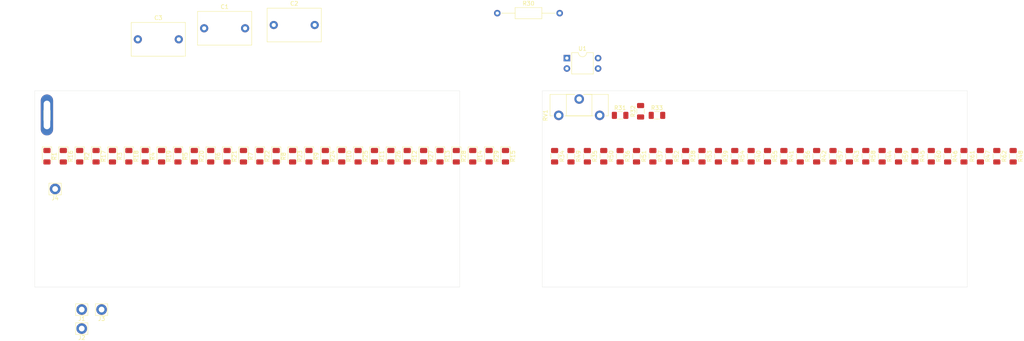
<source format=kicad_pcb>
(kicad_pcb (version 20171130) (host pcbnew "(5.1.5-0)")

  (general
    (thickness 1.6)
    (drawings 13)
    (tracks 0)
    (zones 0)
    (modules 72)
    (nets 69)
  )

  (page A4)
  (layers
    (0 F.Cu signal)
    (31 B.Cu signal)
    (32 B.Adhes user)
    (33 F.Adhes user)
    (34 B.Paste user)
    (35 F.Paste user)
    (36 B.SilkS user)
    (37 F.SilkS user)
    (38 B.Mask user)
    (39 F.Mask user)
    (40 Dwgs.User user)
    (41 Cmts.User user)
    (42 Eco1.User user)
    (43 Eco2.User user)
    (44 Edge.Cuts user)
    (45 Margin user)
    (46 B.CrtYd user)
    (47 F.CrtYd user)
    (48 B.Fab user)
    (49 F.Fab user hide)
  )

  (setup
    (last_trace_width 0.25)
    (trace_clearance 0.2)
    (zone_clearance 0.508)
    (zone_45_only no)
    (trace_min 0.2)
    (via_size 0.8)
    (via_drill 0.4)
    (via_min_size 0.4)
    (via_min_drill 0.3)
    (uvia_size 0.3)
    (uvia_drill 0.1)
    (uvias_allowed no)
    (uvia_min_size 0.2)
    (uvia_min_drill 0.1)
    (edge_width 0.05)
    (segment_width 0.2)
    (pcb_text_width 0.3)
    (pcb_text_size 1.5 1.5)
    (mod_edge_width 0.12)
    (mod_text_size 1 1)
    (mod_text_width 0.15)
    (pad_size 1.524 1.524)
    (pad_drill 0.762)
    (pad_to_mask_clearance 0.051)
    (solder_mask_min_width 0.25)
    (aux_axis_origin 0 0)
    (visible_elements FFFFFF7F)
    (pcbplotparams
      (layerselection 0x010fc_ffffffff)
      (usegerberextensions false)
      (usegerberattributes false)
      (usegerberadvancedattributes false)
      (creategerberjobfile false)
      (excludeedgelayer true)
      (linewidth 0.100000)
      (plotframeref false)
      (viasonmask false)
      (mode 1)
      (useauxorigin false)
      (hpglpennumber 1)
      (hpglpenspeed 20)
      (hpglpendiameter 15.000000)
      (psnegative false)
      (psa4output false)
      (plotreference true)
      (plotvalue true)
      (plotinvisibletext false)
      (padsonsilk false)
      (subtractmaskfromsilk false)
      (outputformat 1)
      (mirror false)
      (drillshape 1)
      (scaleselection 1)
      (outputdirectory ""))
  )

  (net 0 "")
  (net 1 TRI-STATE)
  (net 2 /Grid1)
  (net 3 GND)
  (net 4 /ApertureGrid)
  (net 5 DRIFTTUBE)
  (net 6 /Grid2)
  (net 7 "Net-(RV1-Pad2)")
  (net 8 "Net-(U1-Pad1)")
  (net 9 "Net-(R15-Pad2)")
  (net 10 "Net-(R16-Pad2)")
  (net 11 "Net-(R21-Pad2)")
  (net 12 "Net-(R22-Pad2)")
  (net 13 "Net-(R39-Pad2)")
  (net 14 "Net-(R40-Pad2)")
  (net 15 "Net-(R42-Pad2)")
  (net 16 "Net-(R47-Pad2)")
  (net 17 "Net-(R48-Pad2)")
  (net 18 APGRID)
  (net 19 "Net-(R31-Pad2)")
  (net 20 /Drift_tube)
  (net 21 "Net-(R1-Pad1)")
  (net 22 "Net-(R17-Pad1)")
  (net 23 "Net-(R17-Pad2)")
  (net 24 "Net-(R18-Pad1)")
  (net 25 "Net-(R18-Pad2)")
  (net 26 "Net-(R19-Pad1)")
  (net 27 "Net-(R19-Pad2)")
  (net 28 "Net-(R20-Pad1)")
  (net 29 "Net-(R20-Pad2)")
  (net 30 "Net-(R21-Pad1)")
  (net 31 "Net-(R22-Pad1)")
  (net 32 "Net-(R23-Pad1)")
  (net 33 "Net-(R23-Pad2)")
  (net 34 "Net-(R24-Pad1)")
  (net 35 "Net-(R10-Pad2)")
  (net 36 "Net-(R10-Pad1)")
  (net 37 "Net-(R11-Pad2)")
  (net 38 "Net-(R11-Pad1)")
  (net 39 "Net-(R12-Pad2)")
  (net 40 "Net-(R12-Pad1)")
  (net 41 "Net-(R13-Pad2)")
  (net 42 "Net-(R13-Pad1)")
  (net 43 "Net-(R14-Pad2)")
  (net 44 "Net-(R14-Pad1)")
  (net 45 "Net-(R34-Pad1)")
  (net 46 "Net-(R35-Pad2)")
  (net 47 "Net-(R35-Pad1)")
  (net 48 "Net-(R36-Pad2)")
  (net 49 "Net-(R36-Pad1)")
  (net 50 "Net-(R37-Pad2)")
  (net 51 "Net-(R37-Pad1)")
  (net 52 "Net-(R38-Pad2)")
  (net 53 "Net-(R38-Pad1)")
  (net 54 "Net-(R39-Pad1)")
  (net 55 "Net-(R40-Pad1)")
  (net 56 "Net-(R41-Pad2)")
  (net 57 "Net-(R41-Pad1)")
  (net 58 "Net-(R42-Pad1)")
  (net 59 "Net-(R43-Pad2)")
  (net 60 "Net-(R43-Pad1)")
  (net 61 "Net-(R44-Pad2)")
  (net 62 "Net-(R44-Pad1)")
  (net 63 "Net-(R45-Pad2)")
  (net 64 "Net-(R45-Pad1)")
  (net 65 "Net-(R46-Pad2)")
  (net 66 "Net-(R46-Pad1)")
  (net 67 "Net-(R47-Pad1)")
  (net 68 /ESI)

  (net_class Default "Ceci est la Netclass par défaut."
    (clearance 0.2)
    (trace_width 0.25)
    (via_dia 0.8)
    (via_drill 0.4)
    (uvia_dia 0.3)
    (uvia_drill 0.1)
    (add_net /ApertureGrid)
    (add_net /Drift_tube)
    (add_net /ESI)
    (add_net /Grid1)
    (add_net /Grid2)
    (add_net APGRID)
    (add_net DRIFTTUBE)
    (add_net GND)
    (add_net "Net-(R1-Pad1)")
    (add_net "Net-(R10-Pad1)")
    (add_net "Net-(R10-Pad2)")
    (add_net "Net-(R11-Pad1)")
    (add_net "Net-(R11-Pad2)")
    (add_net "Net-(R12-Pad1)")
    (add_net "Net-(R12-Pad2)")
    (add_net "Net-(R13-Pad1)")
    (add_net "Net-(R13-Pad2)")
    (add_net "Net-(R14-Pad1)")
    (add_net "Net-(R14-Pad2)")
    (add_net "Net-(R15-Pad2)")
    (add_net "Net-(R16-Pad2)")
    (add_net "Net-(R17-Pad1)")
    (add_net "Net-(R17-Pad2)")
    (add_net "Net-(R18-Pad1)")
    (add_net "Net-(R18-Pad2)")
    (add_net "Net-(R19-Pad1)")
    (add_net "Net-(R19-Pad2)")
    (add_net "Net-(R20-Pad1)")
    (add_net "Net-(R20-Pad2)")
    (add_net "Net-(R21-Pad1)")
    (add_net "Net-(R21-Pad2)")
    (add_net "Net-(R22-Pad1)")
    (add_net "Net-(R22-Pad2)")
    (add_net "Net-(R23-Pad1)")
    (add_net "Net-(R23-Pad2)")
    (add_net "Net-(R24-Pad1)")
    (add_net "Net-(R31-Pad2)")
    (add_net "Net-(R34-Pad1)")
    (add_net "Net-(R35-Pad1)")
    (add_net "Net-(R35-Pad2)")
    (add_net "Net-(R36-Pad1)")
    (add_net "Net-(R36-Pad2)")
    (add_net "Net-(R37-Pad1)")
    (add_net "Net-(R37-Pad2)")
    (add_net "Net-(R38-Pad1)")
    (add_net "Net-(R38-Pad2)")
    (add_net "Net-(R39-Pad1)")
    (add_net "Net-(R39-Pad2)")
    (add_net "Net-(R40-Pad1)")
    (add_net "Net-(R40-Pad2)")
    (add_net "Net-(R41-Pad1)")
    (add_net "Net-(R41-Pad2)")
    (add_net "Net-(R42-Pad1)")
    (add_net "Net-(R42-Pad2)")
    (add_net "Net-(R43-Pad1)")
    (add_net "Net-(R43-Pad2)")
    (add_net "Net-(R44-Pad1)")
    (add_net "Net-(R44-Pad2)")
    (add_net "Net-(R45-Pad1)")
    (add_net "Net-(R45-Pad2)")
    (add_net "Net-(R46-Pad1)")
    (add_net "Net-(R46-Pad2)")
    (add_net "Net-(R47-Pad1)")
    (add_net "Net-(R47-Pad2)")
    (add_net "Net-(R48-Pad2)")
    (add_net "Net-(RV1-Pad2)")
    (add_net "Net-(U1-Pad1)")
    (add_net TRI-STATE)
  )

  (module Resistor_THT:R_Axial_DIN0207_L6.3mm_D2.5mm_P15.24mm_Horizontal (layer F.Cu) (tedit 5AE5139B) (tstamp 5E637981)
    (at 162 33)
    (descr "Resistor, Axial_DIN0207 series, Axial, Horizontal, pin pitch=15.24mm, 0.25W = 1/4W, length*diameter=6.3*2.5mm^2, http://cdn-reichelt.de/documents/datenblatt/B400/1_4W%23YAG.pdf")
    (tags "Resistor Axial_DIN0207 series Axial Horizontal pin pitch 15.24mm 0.25W = 1/4W length 6.3mm diameter 2.5mm")
    (path /5E75A654)
    (fp_text reference R30 (at 7.62 -2.37) (layer F.SilkS)
      (effects (font (size 1 1) (thickness 0.15)))
    )
    (fp_text value 500K (at 7.62 2.37) (layer F.Fab)
      (effects (font (size 1 1) (thickness 0.15)))
    )
    (fp_text user %R (at 7.62 0) (layer F.Fab)
      (effects (font (size 1 1) (thickness 0.15)))
    )
    (fp_line (start 16.29 -1.5) (end -1.05 -1.5) (layer F.CrtYd) (width 0.05))
    (fp_line (start 16.29 1.5) (end 16.29 -1.5) (layer F.CrtYd) (width 0.05))
    (fp_line (start -1.05 1.5) (end 16.29 1.5) (layer F.CrtYd) (width 0.05))
    (fp_line (start -1.05 -1.5) (end -1.05 1.5) (layer F.CrtYd) (width 0.05))
    (fp_line (start 14.2 0) (end 10.89 0) (layer F.SilkS) (width 0.12))
    (fp_line (start 1.04 0) (end 4.35 0) (layer F.SilkS) (width 0.12))
    (fp_line (start 10.89 -1.37) (end 4.35 -1.37) (layer F.SilkS) (width 0.12))
    (fp_line (start 10.89 1.37) (end 10.89 -1.37) (layer F.SilkS) (width 0.12))
    (fp_line (start 4.35 1.37) (end 10.89 1.37) (layer F.SilkS) (width 0.12))
    (fp_line (start 4.35 -1.37) (end 4.35 1.37) (layer F.SilkS) (width 0.12))
    (fp_line (start 15.24 0) (end 10.77 0) (layer F.Fab) (width 0.1))
    (fp_line (start 0 0) (end 4.47 0) (layer F.Fab) (width 0.1))
    (fp_line (start 10.77 -1.25) (end 4.47 -1.25) (layer F.Fab) (width 0.1))
    (fp_line (start 10.77 1.25) (end 10.77 -1.25) (layer F.Fab) (width 0.1))
    (fp_line (start 4.47 1.25) (end 10.77 1.25) (layer F.Fab) (width 0.1))
    (fp_line (start 4.47 -1.25) (end 4.47 1.25) (layer F.Fab) (width 0.1))
    (pad 2 thru_hole oval (at 15.24 0) (size 1.6 1.6) (drill 0.8) (layers *.Cu *.Mask)
      (net 3 GND))
    (pad 1 thru_hole circle (at 0 0) (size 1.6 1.6) (drill 0.8) (layers *.Cu *.Mask)
      (net 4 /ApertureGrid))
    (model ${KISYS3DMOD}/Resistor_THT.3dshapes/R_Axial_DIN0207_L6.3mm_D2.5mm_P15.24mm_Horizontal.wrl
      (at (xyz 0 0 0))
      (scale (xyz 1 1 1))
      (rotate (xyz 0 0 0))
    )
  )

  (module Connector:Pad_for_electrode (layer F.Cu) (tedit 5E62E01E) (tstamp 5E633528)
    (at 52 58)
    (fp_text reference Electrode (at 0.5 6.9) (layer F.SilkS) hide
      (effects (font (size 1 1) (thickness 0.15)))
    )
    (fp_text value Pad_for_electrode (at 0.1 8) (layer F.Fab)
      (effects (font (size 1 1) (thickness 0.15)))
    )
    (fp_arc (start 0 1) (end -0.8 1) (angle -180) (layer F.SilkS) (width 0.12))
    (fp_arc (start 0 -1) (end 0.8 -1) (angle -180) (layer F.SilkS) (width 0.12))
    (fp_line (start 0.8 -1) (end 0.8 1) (layer F.SilkS) (width 0.12))
    (fp_line (start -0.8 1) (end -0.8 -1) (layer F.SilkS) (width 0.12))
    (pad 1 thru_hole oval (at 0 -0.1) (size 3 10) (drill oval 1.6 7) (layers *.Cu *.Mask))
  )

  (module Connector_Pin:Pin_D1.4mm_L8.5mm_W2.8mm_FlatFork (layer F.Cu) (tedit 5C89BF14) (tstamp 5E639F19)
    (at 54 76)
    (descr "solder Pin_ with flat with fork, hole diameter 1.4mm, length 8.5mm, width 2.8mm, e.g. Ettinger 13.13.890, https://katalog.ettinger.de/#p=434")
    (tags "solder Pin_ with flat fork")
    (path /5F9A8D9E)
    (fp_text reference J4 (at 0 2.25) (layer F.SilkS)
      (effects (font (size 1 1) (thickness 0.15)))
    )
    (fp_text value 10kV (at 0 -2.05) (layer F.Fab)
      (effects (font (size 1 1) (thickness 0.15)))
    )
    (fp_line (start 1.9 1.8) (end -1.9 1.8) (layer F.CrtYd) (width 0.05))
    (fp_line (start 1.9 1.8) (end 1.9 -1.8) (layer F.CrtYd) (width 0.05))
    (fp_line (start -1.9 -1.8) (end -1.9 1.8) (layer F.CrtYd) (width 0.05))
    (fp_line (start -1.9 -1.8) (end 1.9 -1.8) (layer F.CrtYd) (width 0.05))
    (fp_line (start -1.4 0.25) (end -1.4 -0.25) (layer F.Fab) (width 0.1))
    (fp_line (start 1.4 -0.25) (end 1.4 0.25) (layer F.Fab) (width 0.1))
    (fp_line (start -1.5 1.45) (end 1.5 1.45) (layer F.SilkS) (width 0.12))
    (fp_line (start -1.5 -1.4) (end -1.5 1.45) (layer F.SilkS) (width 0.12))
    (fp_line (start 1.5 -1.4) (end 1.5 1.45) (layer F.SilkS) (width 0.12))
    (fp_line (start -1.5 -1.4) (end 1.5 -1.4) (layer F.SilkS) (width 0.12))
    (fp_line (start -1.4 -0.25) (end 1.4 -0.25) (layer F.Fab) (width 0.1))
    (fp_line (start 1.4 0.25) (end -1.4 0.25) (layer F.Fab) (width 0.1))
    (fp_text user %R (at 0 2.25) (layer F.Fab)
      (effects (font (size 1 1) (thickness 0.15)))
    )
    (pad 1 thru_hole circle (at 0 0) (size 2.6 2.6) (drill 1.4) (layers *.Cu *.Mask)
      (net 20 /Drift_tube))
    (model ${KISYS3DMOD}/Connector_Pin.3dshapes/Pin_D1.4mm_L8.5mm_W2.8mm_FlatFork.wrl
      (at (xyz 0 0 0))
      (scale (xyz 1 1 1))
      (rotate (xyz 0 0 0))
    )
  )

  (module Connector_Pin:Pin_D1.4mm_L8.5mm_W2.8mm_FlatFork (layer F.Cu) (tedit 5C89BF14) (tstamp 5E639F07)
    (at 65.35 105.5)
    (descr "solder Pin_ with flat with fork, hole diameter 1.4mm, length 8.5mm, width 2.8mm, e.g. Ettinger 13.13.890, https://katalog.ettinger.de/#p=434")
    (tags "solder Pin_ with flat fork")
    (path /5F9A8D8C)
    (fp_text reference J3 (at 0 2.25) (layer F.SilkS)
      (effects (font (size 1 1) (thickness 0.15)))
    )
    (fp_text value 0V (at 0 -2.05) (layer F.Fab)
      (effects (font (size 1 1) (thickness 0.15)))
    )
    (fp_line (start 1.9 1.8) (end -1.9 1.8) (layer F.CrtYd) (width 0.05))
    (fp_line (start 1.9 1.8) (end 1.9 -1.8) (layer F.CrtYd) (width 0.05))
    (fp_line (start -1.9 -1.8) (end -1.9 1.8) (layer F.CrtYd) (width 0.05))
    (fp_line (start -1.9 -1.8) (end 1.9 -1.8) (layer F.CrtYd) (width 0.05))
    (fp_line (start -1.4 0.25) (end -1.4 -0.25) (layer F.Fab) (width 0.1))
    (fp_line (start 1.4 -0.25) (end 1.4 0.25) (layer F.Fab) (width 0.1))
    (fp_line (start -1.5 1.45) (end 1.5 1.45) (layer F.SilkS) (width 0.12))
    (fp_line (start -1.5 -1.4) (end -1.5 1.45) (layer F.SilkS) (width 0.12))
    (fp_line (start 1.5 -1.4) (end 1.5 1.45) (layer F.SilkS) (width 0.12))
    (fp_line (start -1.5 -1.4) (end 1.5 -1.4) (layer F.SilkS) (width 0.12))
    (fp_line (start -1.4 -0.25) (end 1.4 -0.25) (layer F.Fab) (width 0.1))
    (fp_line (start 1.4 0.25) (end -1.4 0.25) (layer F.Fab) (width 0.1))
    (fp_text user %R (at 0 2.25) (layer F.Fab)
      (effects (font (size 1 1) (thickness 0.15)))
    )
    (pad 1 thru_hole circle (at 0 0) (size 2.6 2.6) (drill 1.4) (layers *.Cu *.Mask)
      (net 3 GND))
    (model ${KISYS3DMOD}/Connector_Pin.3dshapes/Pin_D1.4mm_L8.5mm_W2.8mm_FlatFork.wrl
      (at (xyz 0 0 0))
      (scale (xyz 1 1 1))
      (rotate (xyz 0 0 0))
    )
  )

  (module Connector_Pin:Pin_D1.4mm_L8.5mm_W2.8mm_FlatFork (layer F.Cu) (tedit 5C89BF14) (tstamp 5E639EF5)
    (at 60.5 110.15)
    (descr "solder Pin_ with flat with fork, hole diameter 1.4mm, length 8.5mm, width 2.8mm, e.g. Ettinger 13.13.890, https://katalog.ettinger.de/#p=434")
    (tags "solder Pin_ with flat fork")
    (path /5F9A8D86)
    (fp_text reference J2 (at 0 2.25) (layer F.SilkS)
      (effects (font (size 1 1) (thickness 0.15)))
    )
    (fp_text value 10kV (at 0 -2.05) (layer F.Fab)
      (effects (font (size 1 1) (thickness 0.15)))
    )
    (fp_line (start 1.9 1.8) (end -1.9 1.8) (layer F.CrtYd) (width 0.05))
    (fp_line (start 1.9 1.8) (end 1.9 -1.8) (layer F.CrtYd) (width 0.05))
    (fp_line (start -1.9 -1.8) (end -1.9 1.8) (layer F.CrtYd) (width 0.05))
    (fp_line (start -1.9 -1.8) (end 1.9 -1.8) (layer F.CrtYd) (width 0.05))
    (fp_line (start -1.4 0.25) (end -1.4 -0.25) (layer F.Fab) (width 0.1))
    (fp_line (start 1.4 -0.25) (end 1.4 0.25) (layer F.Fab) (width 0.1))
    (fp_line (start -1.5 1.45) (end 1.5 1.45) (layer F.SilkS) (width 0.12))
    (fp_line (start -1.5 -1.4) (end -1.5 1.45) (layer F.SilkS) (width 0.12))
    (fp_line (start 1.5 -1.4) (end 1.5 1.45) (layer F.SilkS) (width 0.12))
    (fp_line (start -1.5 -1.4) (end 1.5 -1.4) (layer F.SilkS) (width 0.12))
    (fp_line (start -1.4 -0.25) (end 1.4 -0.25) (layer F.Fab) (width 0.1))
    (fp_line (start 1.4 0.25) (end -1.4 0.25) (layer F.Fab) (width 0.1))
    (fp_text user %R (at 0 2.25) (layer F.Fab)
      (effects (font (size 1 1) (thickness 0.15)))
    )
    (pad 1 thru_hole circle (at 0 0) (size 2.6 2.6) (drill 1.4) (layers *.Cu *.Mask)
      (net 20 /Drift_tube))
    (model ${KISYS3DMOD}/Connector_Pin.3dshapes/Pin_D1.4mm_L8.5mm_W2.8mm_FlatFork.wrl
      (at (xyz 0 0 0))
      (scale (xyz 1 1 1))
      (rotate (xyz 0 0 0))
    )
  )

  (module Connector_Pin:Pin_D1.4mm_L8.5mm_W2.8mm_FlatFork (layer F.Cu) (tedit 5C89BF14) (tstamp 5E639EE3)
    (at 60.5 105.5)
    (descr "solder Pin_ with flat with fork, hole diameter 1.4mm, length 8.5mm, width 2.8mm, e.g. Ettinger 13.13.890, https://katalog.ettinger.de/#p=434")
    (tags "solder Pin_ with flat fork")
    (path /5F9A8D98)
    (fp_text reference J1 (at 0 2.25) (layer F.SilkS)
      (effects (font (size 1 1) (thickness 0.15)))
    )
    (fp_text value 15kV (at 0 -2.05) (layer F.Fab)
      (effects (font (size 1 1) (thickness 0.15)))
    )
    (fp_line (start 1.9 1.8) (end -1.9 1.8) (layer F.CrtYd) (width 0.05))
    (fp_line (start 1.9 1.8) (end 1.9 -1.8) (layer F.CrtYd) (width 0.05))
    (fp_line (start -1.9 -1.8) (end -1.9 1.8) (layer F.CrtYd) (width 0.05))
    (fp_line (start -1.9 -1.8) (end 1.9 -1.8) (layer F.CrtYd) (width 0.05))
    (fp_line (start -1.4 0.25) (end -1.4 -0.25) (layer F.Fab) (width 0.1))
    (fp_line (start 1.4 -0.25) (end 1.4 0.25) (layer F.Fab) (width 0.1))
    (fp_line (start -1.5 1.45) (end 1.5 1.45) (layer F.SilkS) (width 0.12))
    (fp_line (start -1.5 -1.4) (end -1.5 1.45) (layer F.SilkS) (width 0.12))
    (fp_line (start 1.5 -1.4) (end 1.5 1.45) (layer F.SilkS) (width 0.12))
    (fp_line (start -1.5 -1.4) (end 1.5 -1.4) (layer F.SilkS) (width 0.12))
    (fp_line (start -1.4 -0.25) (end 1.4 -0.25) (layer F.Fab) (width 0.1))
    (fp_line (start 1.4 0.25) (end -1.4 0.25) (layer F.Fab) (width 0.1))
    (fp_text user %R (at 0 2.25) (layer F.Fab)
      (effects (font (size 1 1) (thickness 0.15)))
    )
    (pad 1 thru_hole circle (at 0 0) (size 2.6 2.6) (drill 1.4) (layers *.Cu *.Mask)
      (net 68 /ESI))
    (model ${KISYS3DMOD}/Connector_Pin.3dshapes/Pin_D1.4mm_L8.5mm_W2.8mm_FlatFork.wrl
      (at (xyz 0 0 0))
      (scale (xyz 1 1 1))
      (rotate (xyz 0 0 0))
    )
  )

  (module Package_DIP:DIP-4_W7.62mm (layer F.Cu) (tedit 5A02E8C5) (tstamp 5E637BD9)
    (at 179 44)
    (descr "4-lead though-hole mounted DIP package, row spacing 7.62 mm (300 mils)")
    (tags "THT DIP DIL PDIP 2.54mm 7.62mm 300mil")
    (path /5E652B1B)
    (fp_text reference U1 (at 3.81 -2.33) (layer F.SilkS)
      (effects (font (size 1 1) (thickness 0.15)))
    )
    (fp_text value SFH617A-1 (at 3.81 4.87) (layer F.Fab)
      (effects (font (size 1 1) (thickness 0.15)))
    )
    (fp_text user %R (at 3.81 1.27) (layer F.Fab)
      (effects (font (size 1 1) (thickness 0.15)))
    )
    (fp_line (start 8.7 -1.55) (end -1.1 -1.55) (layer F.CrtYd) (width 0.05))
    (fp_line (start 8.7 4.1) (end 8.7 -1.55) (layer F.CrtYd) (width 0.05))
    (fp_line (start -1.1 4.1) (end 8.7 4.1) (layer F.CrtYd) (width 0.05))
    (fp_line (start -1.1 -1.55) (end -1.1 4.1) (layer F.CrtYd) (width 0.05))
    (fp_line (start 6.46 -1.33) (end 4.81 -1.33) (layer F.SilkS) (width 0.12))
    (fp_line (start 6.46 3.87) (end 6.46 -1.33) (layer F.SilkS) (width 0.12))
    (fp_line (start 1.16 3.87) (end 6.46 3.87) (layer F.SilkS) (width 0.12))
    (fp_line (start 1.16 -1.33) (end 1.16 3.87) (layer F.SilkS) (width 0.12))
    (fp_line (start 2.81 -1.33) (end 1.16 -1.33) (layer F.SilkS) (width 0.12))
    (fp_line (start 0.635 -0.27) (end 1.635 -1.27) (layer F.Fab) (width 0.1))
    (fp_line (start 0.635 3.81) (end 0.635 -0.27) (layer F.Fab) (width 0.1))
    (fp_line (start 6.985 3.81) (end 0.635 3.81) (layer F.Fab) (width 0.1))
    (fp_line (start 6.985 -1.27) (end 6.985 3.81) (layer F.Fab) (width 0.1))
    (fp_line (start 1.635 -1.27) (end 6.985 -1.27) (layer F.Fab) (width 0.1))
    (fp_arc (start 3.81 -1.33) (end 2.81 -1.33) (angle -180) (layer F.SilkS) (width 0.12))
    (pad 4 thru_hole oval (at 7.62 0) (size 1.6 1.6) (drill 0.8) (layers *.Cu *.Mask)
      (net 7 "Net-(RV1-Pad2)"))
    (pad 2 thru_hole oval (at 0 2.54) (size 1.6 1.6) (drill 0.8) (layers *.Cu *.Mask)
      (net 3 GND))
    (pad 3 thru_hole oval (at 7.62 2.54) (size 1.6 1.6) (drill 0.8) (layers *.Cu *.Mask)
      (net 6 /Grid2))
    (pad 1 thru_hole rect (at 0 0) (size 1.6 1.6) (drill 0.8) (layers *.Cu *.Mask)
      (net 8 "Net-(U1-Pad1)"))
    (model ${KISYS3DMOD}/Package_DIP.3dshapes/DIP-4_W7.62mm.wrl
      (at (xyz 0 0 0))
      (scale (xyz 1 1 1))
      (rotate (xyz 0 0 0))
    )
  )

  (module Potentiometer_THT:Potentiometer_ACP_CA14-H4_Horizontal (layer F.Cu) (tedit 5A3D4994) (tstamp 5E637BC1)
    (at 177 58 90)
    (descr "Potentiometer, horizontal, ACP CA14-H4, http://www.acptechnologies.com/wp-content/uploads/2017/10/03-ACP-CA14-CE14.pdf")
    (tags "Potentiometer horizontal ACP CA14-H4")
    (path /5E6EEFD6)
    (fp_text reference RV1 (at 0 -3.25 90) (layer F.SilkS)
      (effects (font (size 1 1) (thickness 0.15)))
    )
    (fp_text value 100M (at 0 13.25 90) (layer F.Fab)
      (effects (font (size 1 1) (thickness 0.15)))
    )
    (fp_text user %R (at 2.5 5 90) (layer F.Fab)
      (effects (font (size 1 1) (thickness 0.15)))
    )
    (fp_line (start 5.45 -2.25) (end -1.45 -2.25) (layer F.CrtYd) (width 0.05))
    (fp_line (start 5.45 12.25) (end 5.45 -2.25) (layer F.CrtYd) (width 0.05))
    (fp_line (start -1.45 12.25) (end 5.45 12.25) (layer F.CrtYd) (width 0.05))
    (fp_line (start -1.45 -2.25) (end -1.45 12.25) (layer F.CrtYd) (width 0.05))
    (fp_line (start 5.12 6.073) (end 5.12 8.121) (layer F.SilkS) (width 0.12))
    (fp_line (start 5.12 1.88) (end 5.12 3.928) (layer F.SilkS) (width 0.12))
    (fp_line (start -0.121 1.88) (end -0.121 8.121) (layer F.SilkS) (width 0.12))
    (fp_line (start -0.121 8.121) (end 5.12 8.121) (layer F.SilkS) (width 0.12))
    (fp_line (start -0.121 1.88) (end 5.12 1.88) (layer F.SilkS) (width 0.12))
    (fp_line (start -0.121 1.426) (end -0.121 8.575) (layer F.SilkS) (width 0.12))
    (fp_line (start -0.121 -2.12) (end -0.121 -1.426) (layer F.SilkS) (width 0.12))
    (fp_line (start -0.121 11.425) (end -0.121 12.12) (layer F.SilkS) (width 0.12))
    (fp_line (start 5.12 6.073) (end 5.12 12.12) (layer F.SilkS) (width 0.12))
    (fp_line (start 5.12 -2.12) (end 5.12 3.928) (layer F.SilkS) (width 0.12))
    (fp_line (start -0.121 12.12) (end 5.12 12.12) (layer F.SilkS) (width 0.12))
    (fp_line (start -0.121 -2.12) (end 5.12 -2.12) (layer F.SilkS) (width 0.12))
    (fp_line (start 5 2) (end 0 2) (layer F.Fab) (width 0.1))
    (fp_line (start 5 8) (end 5 2) (layer F.Fab) (width 0.1))
    (fp_line (start 0 8) (end 5 8) (layer F.Fab) (width 0.1))
    (fp_line (start 0 2) (end 0 8) (layer F.Fab) (width 0.1))
    (fp_line (start 0 -2) (end 5 -2) (layer F.Fab) (width 0.1))
    (fp_line (start 0 12) (end 0 -2) (layer F.Fab) (width 0.1))
    (fp_line (start 5 12) (end 0 12) (layer F.Fab) (width 0.1))
    (fp_line (start 5 -2) (end 5 12) (layer F.Fab) (width 0.1))
    (pad 1 thru_hole circle (at 0 0 90) (size 2.34 2.34) (drill 1.3) (layers *.Cu *.Mask)
      (net 1 TRI-STATE))
    (pad 2 thru_hole circle (at 4 5 90) (size 2.34 2.34) (drill 1.3) (layers *.Cu *.Mask)
      (net 7 "Net-(RV1-Pad2)"))
    (pad 3 thru_hole circle (at 0 10 90) (size 2.34 2.34) (drill 1.3) (layers *.Cu *.Mask)
      (net 2 /Grid1))
    (model ${KISYS3DMOD}/Potentiometer_THT.3dshapes/Potentiometer_ACP_CA14-H4_Horizontal.wrl
      (at (xyz 0 0 0))
      (scale (xyz 1 1 1))
      (rotate (xyz 0 0 0))
    )
  )

  (module Resistor_SMD:R_1206_3216Metric (layer F.Cu) (tedit 5B301BBD) (tstamp 5E637BA1)
    (at 284 68 270)
    (descr "Resistor SMD 1206 (3216 Metric), square (rectangular) end terminal, IPC_7351 nominal, (Body size source: http://www.tortai-tech.com/upload/download/2011102023233369053.pdf), generated with kicad-footprint-generator")
    (tags resistor)
    (path /5F8ADFBD)
    (attr smd)
    (fp_text reference R62 (at 0 -1.82 90) (layer F.SilkS)
      (effects (font (size 1 1) (thickness 0.15)))
    )
    (fp_text value 10M (at 0 1.82 90) (layer F.Fab)
      (effects (font (size 1 1) (thickness 0.15)))
    )
    (fp_text user %R (at 0 0 90) (layer F.Fab)
      (effects (font (size 0.8 0.8) (thickness 0.12)))
    )
    (fp_line (start 2.28 1.12) (end -2.28 1.12) (layer F.CrtYd) (width 0.05))
    (fp_line (start 2.28 -1.12) (end 2.28 1.12) (layer F.CrtYd) (width 0.05))
    (fp_line (start -2.28 -1.12) (end 2.28 -1.12) (layer F.CrtYd) (width 0.05))
    (fp_line (start -2.28 1.12) (end -2.28 -1.12) (layer F.CrtYd) (width 0.05))
    (fp_line (start -0.602064 0.91) (end 0.602064 0.91) (layer F.SilkS) (width 0.12))
    (fp_line (start -0.602064 -0.91) (end 0.602064 -0.91) (layer F.SilkS) (width 0.12))
    (fp_line (start 1.6 0.8) (end -1.6 0.8) (layer F.Fab) (width 0.1))
    (fp_line (start 1.6 -0.8) (end 1.6 0.8) (layer F.Fab) (width 0.1))
    (fp_line (start -1.6 -0.8) (end 1.6 -0.8) (layer F.Fab) (width 0.1))
    (fp_line (start -1.6 0.8) (end -1.6 -0.8) (layer F.Fab) (width 0.1))
    (pad 2 smd roundrect (at 1.4 0 270) (size 1.25 1.75) (layers F.Cu F.Paste F.Mask) (roundrect_rratio 0.2)
      (net 17 "Net-(R48-Pad2)"))
    (pad 1 smd roundrect (at -1.4 0 270) (size 1.25 1.75) (layers F.Cu F.Paste F.Mask) (roundrect_rratio 0.2)
      (net 67 "Net-(R47-Pad1)"))
    (model ${KISYS3DMOD}/Resistor_SMD.3dshapes/R_1206_3216Metric.wrl
      (at (xyz 0 0 0))
      (scale (xyz 1 1 1))
      (rotate (xyz 0 0 0))
    )
  )

  (module Resistor_SMD:R_1206_3216Metric (layer F.Cu) (tedit 5B301BBD) (tstamp 5E637B90)
    (at 276 68 270)
    (descr "Resistor SMD 1206 (3216 Metric), square (rectangular) end terminal, IPC_7351 nominal, (Body size source: http://www.tortai-tech.com/upload/download/2011102023233369053.pdf), generated with kicad-footprint-generator")
    (tags resistor)
    (path /5F8ADFB7)
    (attr smd)
    (fp_text reference R61 (at 0 -2 90) (layer F.SilkS)
      (effects (font (size 1 1) (thickness 0.15)))
    )
    (fp_text value 10M (at 0 1.82 90) (layer F.Fab)
      (effects (font (size 1 1) (thickness 0.15)))
    )
    (fp_text user %R (at 0 0 90) (layer F.Fab)
      (effects (font (size 0.8 0.8) (thickness 0.12)))
    )
    (fp_line (start 2.28 1.12) (end -2.28 1.12) (layer F.CrtYd) (width 0.05))
    (fp_line (start 2.28 -1.12) (end 2.28 1.12) (layer F.CrtYd) (width 0.05))
    (fp_line (start -2.28 -1.12) (end 2.28 -1.12) (layer F.CrtYd) (width 0.05))
    (fp_line (start -2.28 1.12) (end -2.28 -1.12) (layer F.CrtYd) (width 0.05))
    (fp_line (start -0.602064 0.91) (end 0.602064 0.91) (layer F.SilkS) (width 0.12))
    (fp_line (start -0.602064 -0.91) (end 0.602064 -0.91) (layer F.SilkS) (width 0.12))
    (fp_line (start 1.6 0.8) (end -1.6 0.8) (layer F.Fab) (width 0.1))
    (fp_line (start 1.6 -0.8) (end 1.6 0.8) (layer F.Fab) (width 0.1))
    (fp_line (start -1.6 -0.8) (end 1.6 -0.8) (layer F.Fab) (width 0.1))
    (fp_line (start -1.6 0.8) (end -1.6 -0.8) (layer F.Fab) (width 0.1))
    (pad 2 smd roundrect (at 1.4 0 270) (size 1.25 1.75) (layers F.Cu F.Paste F.Mask) (roundrect_rratio 0.2)
      (net 16 "Net-(R47-Pad2)"))
    (pad 1 smd roundrect (at -1.4 0 270) (size 1.25 1.75) (layers F.Cu F.Paste F.Mask) (roundrect_rratio 0.2)
      (net 66 "Net-(R46-Pad1)"))
    (model ${KISYS3DMOD}/Resistor_SMD.3dshapes/R_1206_3216Metric.wrl
      (at (xyz 0 0 0))
      (scale (xyz 1 1 1))
      (rotate (xyz 0 0 0))
    )
  )

  (module Resistor_SMD:R_1206_3216Metric (layer F.Cu) (tedit 5B301BBD) (tstamp 5E637B7F)
    (at 268 68 270)
    (descr "Resistor SMD 1206 (3216 Metric), square (rectangular) end terminal, IPC_7351 nominal, (Body size source: http://www.tortai-tech.com/upload/download/2011102023233369053.pdf), generated with kicad-footprint-generator")
    (tags resistor)
    (path /5F8ADFA0)
    (attr smd)
    (fp_text reference R60 (at 0 -1.82 90) (layer F.SilkS)
      (effects (font (size 1 1) (thickness 0.15)))
    )
    (fp_text value 10M (at 0 1.82 90) (layer F.Fab)
      (effects (font (size 1 1) (thickness 0.15)))
    )
    (fp_text user %R (at 0 0 90) (layer F.Fab)
      (effects (font (size 0.8 0.8) (thickness 0.12)))
    )
    (fp_line (start 2.28 1.12) (end -2.28 1.12) (layer F.CrtYd) (width 0.05))
    (fp_line (start 2.28 -1.12) (end 2.28 1.12) (layer F.CrtYd) (width 0.05))
    (fp_line (start -2.28 -1.12) (end 2.28 -1.12) (layer F.CrtYd) (width 0.05))
    (fp_line (start -2.28 1.12) (end -2.28 -1.12) (layer F.CrtYd) (width 0.05))
    (fp_line (start -0.602064 0.91) (end 0.602064 0.91) (layer F.SilkS) (width 0.12))
    (fp_line (start -0.602064 -0.91) (end 0.602064 -0.91) (layer F.SilkS) (width 0.12))
    (fp_line (start 1.6 0.8) (end -1.6 0.8) (layer F.Fab) (width 0.1))
    (fp_line (start 1.6 -0.8) (end 1.6 0.8) (layer F.Fab) (width 0.1))
    (fp_line (start -1.6 -0.8) (end 1.6 -0.8) (layer F.Fab) (width 0.1))
    (fp_line (start -1.6 0.8) (end -1.6 -0.8) (layer F.Fab) (width 0.1))
    (pad 2 smd roundrect (at 1.4 0 270) (size 1.25 1.75) (layers F.Cu F.Paste F.Mask) (roundrect_rratio 0.2)
      (net 65 "Net-(R46-Pad2)"))
    (pad 1 smd roundrect (at -1.4 0 270) (size 1.25 1.75) (layers F.Cu F.Paste F.Mask) (roundrect_rratio 0.2)
      (net 64 "Net-(R45-Pad1)"))
    (model ${KISYS3DMOD}/Resistor_SMD.3dshapes/R_1206_3216Metric.wrl
      (at (xyz 0 0 0))
      (scale (xyz 1 1 1))
      (rotate (xyz 0 0 0))
    )
  )

  (module Resistor_SMD:R_1206_3216Metric (layer F.Cu) (tedit 5B301BBD) (tstamp 5E637B6E)
    (at 260 68 270)
    (descr "Resistor SMD 1206 (3216 Metric), square (rectangular) end terminal, IPC_7351 nominal, (Body size source: http://www.tortai-tech.com/upload/download/2011102023233369053.pdf), generated with kicad-footprint-generator")
    (tags resistor)
    (path /5F8ADF8E)
    (attr smd)
    (fp_text reference R59 (at 0 -1.82 90) (layer F.SilkS)
      (effects (font (size 1 1) (thickness 0.15)))
    )
    (fp_text value 10M (at 0 1.82 90) (layer F.Fab)
      (effects (font (size 1 1) (thickness 0.15)))
    )
    (fp_text user %R (at 0 0 90) (layer F.Fab)
      (effects (font (size 0.8 0.8) (thickness 0.12)))
    )
    (fp_line (start 2.28 1.12) (end -2.28 1.12) (layer F.CrtYd) (width 0.05))
    (fp_line (start 2.28 -1.12) (end 2.28 1.12) (layer F.CrtYd) (width 0.05))
    (fp_line (start -2.28 -1.12) (end 2.28 -1.12) (layer F.CrtYd) (width 0.05))
    (fp_line (start -2.28 1.12) (end -2.28 -1.12) (layer F.CrtYd) (width 0.05))
    (fp_line (start -0.602064 0.91) (end 0.602064 0.91) (layer F.SilkS) (width 0.12))
    (fp_line (start -0.602064 -0.91) (end 0.602064 -0.91) (layer F.SilkS) (width 0.12))
    (fp_line (start 1.6 0.8) (end -1.6 0.8) (layer F.Fab) (width 0.1))
    (fp_line (start 1.6 -0.8) (end 1.6 0.8) (layer F.Fab) (width 0.1))
    (fp_line (start -1.6 -0.8) (end 1.6 -0.8) (layer F.Fab) (width 0.1))
    (fp_line (start -1.6 0.8) (end -1.6 -0.8) (layer F.Fab) (width 0.1))
    (pad 2 smd roundrect (at 1.4 0 270) (size 1.25 1.75) (layers F.Cu F.Paste F.Mask) (roundrect_rratio 0.2)
      (net 63 "Net-(R45-Pad2)"))
    (pad 1 smd roundrect (at -1.4 0 270) (size 1.25 1.75) (layers F.Cu F.Paste F.Mask) (roundrect_rratio 0.2)
      (net 62 "Net-(R44-Pad1)"))
    (model ${KISYS3DMOD}/Resistor_SMD.3dshapes/R_1206_3216Metric.wrl
      (at (xyz 0 0 0))
      (scale (xyz 1 1 1))
      (rotate (xyz 0 0 0))
    )
  )

  (module Resistor_SMD:R_1206_3216Metric (layer F.Cu) (tedit 5B301BBD) (tstamp 5E637B5D)
    (at 252 68 270)
    (descr "Resistor SMD 1206 (3216 Metric), square (rectangular) end terminal, IPC_7351 nominal, (Body size source: http://www.tortai-tech.com/upload/download/2011102023233369053.pdf), generated with kicad-footprint-generator")
    (tags resistor)
    (path /5F8ADF88)
    (attr smd)
    (fp_text reference R58 (at 0 -1.82 90) (layer F.SilkS)
      (effects (font (size 1 1) (thickness 0.15)))
    )
    (fp_text value 10M (at 0 1.82 90) (layer F.Fab)
      (effects (font (size 1 1) (thickness 0.15)))
    )
    (fp_text user %R (at 0 0 90) (layer F.Fab)
      (effects (font (size 0.8 0.8) (thickness 0.12)))
    )
    (fp_line (start 2.28 1.12) (end -2.28 1.12) (layer F.CrtYd) (width 0.05))
    (fp_line (start 2.28 -1.12) (end 2.28 1.12) (layer F.CrtYd) (width 0.05))
    (fp_line (start -2.28 -1.12) (end 2.28 -1.12) (layer F.CrtYd) (width 0.05))
    (fp_line (start -2.28 1.12) (end -2.28 -1.12) (layer F.CrtYd) (width 0.05))
    (fp_line (start -0.602064 0.91) (end 0.602064 0.91) (layer F.SilkS) (width 0.12))
    (fp_line (start -0.602064 -0.91) (end 0.602064 -0.91) (layer F.SilkS) (width 0.12))
    (fp_line (start 1.6 0.8) (end -1.6 0.8) (layer F.Fab) (width 0.1))
    (fp_line (start 1.6 -0.8) (end 1.6 0.8) (layer F.Fab) (width 0.1))
    (fp_line (start -1.6 -0.8) (end 1.6 -0.8) (layer F.Fab) (width 0.1))
    (fp_line (start -1.6 0.8) (end -1.6 -0.8) (layer F.Fab) (width 0.1))
    (pad 2 smd roundrect (at 1.4 0 270) (size 1.25 1.75) (layers F.Cu F.Paste F.Mask) (roundrect_rratio 0.2)
      (net 61 "Net-(R44-Pad2)"))
    (pad 1 smd roundrect (at -1.4 0 270) (size 1.25 1.75) (layers F.Cu F.Paste F.Mask) (roundrect_rratio 0.2)
      (net 60 "Net-(R43-Pad1)"))
    (model ${KISYS3DMOD}/Resistor_SMD.3dshapes/R_1206_3216Metric.wrl
      (at (xyz 0 0 0))
      (scale (xyz 1 1 1))
      (rotate (xyz 0 0 0))
    )
  )

  (module Resistor_SMD:R_1206_3216Metric (layer F.Cu) (tedit 5B301BBD) (tstamp 5E637B4C)
    (at 244 68 270)
    (descr "Resistor SMD 1206 (3216 Metric), square (rectangular) end terminal, IPC_7351 nominal, (Body size source: http://www.tortai-tech.com/upload/download/2011102023233369053.pdf), generated with kicad-footprint-generator")
    (tags resistor)
    (path /5F8ADF71)
    (attr smd)
    (fp_text reference R57 (at 0 -1.82 90) (layer F.SilkS)
      (effects (font (size 1 1) (thickness 0.15)))
    )
    (fp_text value 10M (at 0 1.82 90) (layer F.Fab)
      (effects (font (size 1 1) (thickness 0.15)))
    )
    (fp_text user %R (at 0 0 90) (layer F.Fab)
      (effects (font (size 0.8 0.8) (thickness 0.12)))
    )
    (fp_line (start 2.28 1.12) (end -2.28 1.12) (layer F.CrtYd) (width 0.05))
    (fp_line (start 2.28 -1.12) (end 2.28 1.12) (layer F.CrtYd) (width 0.05))
    (fp_line (start -2.28 -1.12) (end 2.28 -1.12) (layer F.CrtYd) (width 0.05))
    (fp_line (start -2.28 1.12) (end -2.28 -1.12) (layer F.CrtYd) (width 0.05))
    (fp_line (start -0.602064 0.91) (end 0.602064 0.91) (layer F.SilkS) (width 0.12))
    (fp_line (start -0.602064 -0.91) (end 0.602064 -0.91) (layer F.SilkS) (width 0.12))
    (fp_line (start 1.6 0.8) (end -1.6 0.8) (layer F.Fab) (width 0.1))
    (fp_line (start 1.6 -0.8) (end 1.6 0.8) (layer F.Fab) (width 0.1))
    (fp_line (start -1.6 -0.8) (end 1.6 -0.8) (layer F.Fab) (width 0.1))
    (fp_line (start -1.6 0.8) (end -1.6 -0.8) (layer F.Fab) (width 0.1))
    (pad 2 smd roundrect (at 1.4 0 270) (size 1.25 1.75) (layers F.Cu F.Paste F.Mask) (roundrect_rratio 0.2)
      (net 59 "Net-(R43-Pad2)"))
    (pad 1 smd roundrect (at -1.4 0 270) (size 1.25 1.75) (layers F.Cu F.Paste F.Mask) (roundrect_rratio 0.2)
      (net 58 "Net-(R42-Pad1)"))
    (model ${KISYS3DMOD}/Resistor_SMD.3dshapes/R_1206_3216Metric.wrl
      (at (xyz 0 0 0))
      (scale (xyz 1 1 1))
      (rotate (xyz 0 0 0))
    )
  )

  (module Resistor_SMD:R_1206_3216Metric (layer F.Cu) (tedit 5B301BBD) (tstamp 5E637B3B)
    (at 236 68 270)
    (descr "Resistor SMD 1206 (3216 Metric), square (rectangular) end terminal, IPC_7351 nominal, (Body size source: http://www.tortai-tech.com/upload/download/2011102023233369053.pdf), generated with kicad-footprint-generator")
    (tags resistor)
    (path /5F8ADF5F)
    (attr smd)
    (fp_text reference R56 (at 0 -1.82 90) (layer F.SilkS)
      (effects (font (size 1 1) (thickness 0.15)))
    )
    (fp_text value 10M (at 0 1.82 90) (layer F.Fab)
      (effects (font (size 1 1) (thickness 0.15)))
    )
    (fp_text user %R (at 0 0 90) (layer F.Fab)
      (effects (font (size 0.8 0.8) (thickness 0.12)))
    )
    (fp_line (start 2.28 1.12) (end -2.28 1.12) (layer F.CrtYd) (width 0.05))
    (fp_line (start 2.28 -1.12) (end 2.28 1.12) (layer F.CrtYd) (width 0.05))
    (fp_line (start -2.28 -1.12) (end 2.28 -1.12) (layer F.CrtYd) (width 0.05))
    (fp_line (start -2.28 1.12) (end -2.28 -1.12) (layer F.CrtYd) (width 0.05))
    (fp_line (start -0.602064 0.91) (end 0.602064 0.91) (layer F.SilkS) (width 0.12))
    (fp_line (start -0.602064 -0.91) (end 0.602064 -0.91) (layer F.SilkS) (width 0.12))
    (fp_line (start 1.6 0.8) (end -1.6 0.8) (layer F.Fab) (width 0.1))
    (fp_line (start 1.6 -0.8) (end 1.6 0.8) (layer F.Fab) (width 0.1))
    (fp_line (start -1.6 -0.8) (end 1.6 -0.8) (layer F.Fab) (width 0.1))
    (fp_line (start -1.6 0.8) (end -1.6 -0.8) (layer F.Fab) (width 0.1))
    (pad 2 smd roundrect (at 1.4 0 270) (size 1.25 1.75) (layers F.Cu F.Paste F.Mask) (roundrect_rratio 0.2)
      (net 15 "Net-(R42-Pad2)"))
    (pad 1 smd roundrect (at -1.4 0 270) (size 1.25 1.75) (layers F.Cu F.Paste F.Mask) (roundrect_rratio 0.2)
      (net 57 "Net-(R41-Pad1)"))
    (model ${KISYS3DMOD}/Resistor_SMD.3dshapes/R_1206_3216Metric.wrl
      (at (xyz 0 0 0))
      (scale (xyz 1 1 1))
      (rotate (xyz 0 0 0))
    )
  )

  (module Resistor_SMD:R_1206_3216Metric (layer F.Cu) (tedit 5B301BBD) (tstamp 5E637B2A)
    (at 228 68 270)
    (descr "Resistor SMD 1206 (3216 Metric), square (rectangular) end terminal, IPC_7351 nominal, (Body size source: http://www.tortai-tech.com/upload/download/2011102023233369053.pdf), generated with kicad-footprint-generator")
    (tags resistor)
    (path /5F8ADF59)
    (attr smd)
    (fp_text reference R55 (at 0 -1.82 90) (layer F.SilkS)
      (effects (font (size 1 1) (thickness 0.15)))
    )
    (fp_text value 10M (at 0 1.82 90) (layer F.Fab)
      (effects (font (size 1 1) (thickness 0.15)))
    )
    (fp_text user %R (at 0 0 90) (layer F.Fab)
      (effects (font (size 0.8 0.8) (thickness 0.12)))
    )
    (fp_line (start 2.28 1.12) (end -2.28 1.12) (layer F.CrtYd) (width 0.05))
    (fp_line (start 2.28 -1.12) (end 2.28 1.12) (layer F.CrtYd) (width 0.05))
    (fp_line (start -2.28 -1.12) (end 2.28 -1.12) (layer F.CrtYd) (width 0.05))
    (fp_line (start -2.28 1.12) (end -2.28 -1.12) (layer F.CrtYd) (width 0.05))
    (fp_line (start -0.602064 0.91) (end 0.602064 0.91) (layer F.SilkS) (width 0.12))
    (fp_line (start -0.602064 -0.91) (end 0.602064 -0.91) (layer F.SilkS) (width 0.12))
    (fp_line (start 1.6 0.8) (end -1.6 0.8) (layer F.Fab) (width 0.1))
    (fp_line (start 1.6 -0.8) (end 1.6 0.8) (layer F.Fab) (width 0.1))
    (fp_line (start -1.6 -0.8) (end 1.6 -0.8) (layer F.Fab) (width 0.1))
    (fp_line (start -1.6 0.8) (end -1.6 -0.8) (layer F.Fab) (width 0.1))
    (pad 2 smd roundrect (at 1.4 0 270) (size 1.25 1.75) (layers F.Cu F.Paste F.Mask) (roundrect_rratio 0.2)
      (net 56 "Net-(R41-Pad2)"))
    (pad 1 smd roundrect (at -1.4 0 270) (size 1.25 1.75) (layers F.Cu F.Paste F.Mask) (roundrect_rratio 0.2)
      (net 55 "Net-(R40-Pad1)"))
    (model ${KISYS3DMOD}/Resistor_SMD.3dshapes/R_1206_3216Metric.wrl
      (at (xyz 0 0 0))
      (scale (xyz 1 1 1))
      (rotate (xyz 0 0 0))
    )
  )

  (module Resistor_SMD:R_1206_3216Metric (layer F.Cu) (tedit 5B301BBD) (tstamp 5E637B19)
    (at 220 68 270)
    (descr "Resistor SMD 1206 (3216 Metric), square (rectangular) end terminal, IPC_7351 nominal, (Body size source: http://www.tortai-tech.com/upload/download/2011102023233369053.pdf), generated with kicad-footprint-generator")
    (tags resistor)
    (path /5F8ADF42)
    (attr smd)
    (fp_text reference R54 (at 0 -1.82 90) (layer F.SilkS)
      (effects (font (size 1 1) (thickness 0.15)))
    )
    (fp_text value 10M (at 0 1.82 90) (layer F.Fab)
      (effects (font (size 1 1) (thickness 0.15)))
    )
    (fp_text user %R (at 0 0 90) (layer F.Fab)
      (effects (font (size 0.8 0.8) (thickness 0.12)))
    )
    (fp_line (start 2.28 1.12) (end -2.28 1.12) (layer F.CrtYd) (width 0.05))
    (fp_line (start 2.28 -1.12) (end 2.28 1.12) (layer F.CrtYd) (width 0.05))
    (fp_line (start -2.28 -1.12) (end 2.28 -1.12) (layer F.CrtYd) (width 0.05))
    (fp_line (start -2.28 1.12) (end -2.28 -1.12) (layer F.CrtYd) (width 0.05))
    (fp_line (start -0.602064 0.91) (end 0.602064 0.91) (layer F.SilkS) (width 0.12))
    (fp_line (start -0.602064 -0.91) (end 0.602064 -0.91) (layer F.SilkS) (width 0.12))
    (fp_line (start 1.6 0.8) (end -1.6 0.8) (layer F.Fab) (width 0.1))
    (fp_line (start 1.6 -0.8) (end 1.6 0.8) (layer F.Fab) (width 0.1))
    (fp_line (start -1.6 -0.8) (end 1.6 -0.8) (layer F.Fab) (width 0.1))
    (fp_line (start -1.6 0.8) (end -1.6 -0.8) (layer F.Fab) (width 0.1))
    (pad 2 smd roundrect (at 1.4 0 270) (size 1.25 1.75) (layers F.Cu F.Paste F.Mask) (roundrect_rratio 0.2)
      (net 14 "Net-(R40-Pad2)"))
    (pad 1 smd roundrect (at -1.4 0 270) (size 1.25 1.75) (layers F.Cu F.Paste F.Mask) (roundrect_rratio 0.2)
      (net 54 "Net-(R39-Pad1)"))
    (model ${KISYS3DMOD}/Resistor_SMD.3dshapes/R_1206_3216Metric.wrl
      (at (xyz 0 0 0))
      (scale (xyz 1 1 1))
      (rotate (xyz 0 0 0))
    )
  )

  (module Resistor_SMD:R_1206_3216Metric (layer F.Cu) (tedit 5B301BBD) (tstamp 5E637B08)
    (at 212 68 270)
    (descr "Resistor SMD 1206 (3216 Metric), square (rectangular) end terminal, IPC_7351 nominal, (Body size source: http://www.tortai-tech.com/upload/download/2011102023233369053.pdf), generated with kicad-footprint-generator")
    (tags resistor)
    (path /5F8ADF30)
    (attr smd)
    (fp_text reference R53 (at 0 -1.82 90) (layer F.SilkS)
      (effects (font (size 1 1) (thickness 0.15)))
    )
    (fp_text value 10M (at 0 1.82 90) (layer F.Fab)
      (effects (font (size 1 1) (thickness 0.15)))
    )
    (fp_text user %R (at 0 0 90) (layer F.Fab)
      (effects (font (size 0.8 0.8) (thickness 0.12)))
    )
    (fp_line (start 2.28 1.12) (end -2.28 1.12) (layer F.CrtYd) (width 0.05))
    (fp_line (start 2.28 -1.12) (end 2.28 1.12) (layer F.CrtYd) (width 0.05))
    (fp_line (start -2.28 -1.12) (end 2.28 -1.12) (layer F.CrtYd) (width 0.05))
    (fp_line (start -2.28 1.12) (end -2.28 -1.12) (layer F.CrtYd) (width 0.05))
    (fp_line (start -0.602064 0.91) (end 0.602064 0.91) (layer F.SilkS) (width 0.12))
    (fp_line (start -0.602064 -0.91) (end 0.602064 -0.91) (layer F.SilkS) (width 0.12))
    (fp_line (start 1.6 0.8) (end -1.6 0.8) (layer F.Fab) (width 0.1))
    (fp_line (start 1.6 -0.8) (end 1.6 0.8) (layer F.Fab) (width 0.1))
    (fp_line (start -1.6 -0.8) (end 1.6 -0.8) (layer F.Fab) (width 0.1))
    (fp_line (start -1.6 0.8) (end -1.6 -0.8) (layer F.Fab) (width 0.1))
    (pad 2 smd roundrect (at 1.4 0 270) (size 1.25 1.75) (layers F.Cu F.Paste F.Mask) (roundrect_rratio 0.2)
      (net 13 "Net-(R39-Pad2)"))
    (pad 1 smd roundrect (at -1.4 0 270) (size 1.25 1.75) (layers F.Cu F.Paste F.Mask) (roundrect_rratio 0.2)
      (net 53 "Net-(R38-Pad1)"))
    (model ${KISYS3DMOD}/Resistor_SMD.3dshapes/R_1206_3216Metric.wrl
      (at (xyz 0 0 0))
      (scale (xyz 1 1 1))
      (rotate (xyz 0 0 0))
    )
  )

  (module Resistor_SMD:R_1206_3216Metric (layer F.Cu) (tedit 5B301BBD) (tstamp 5E637AF7)
    (at 204 68 270)
    (descr "Resistor SMD 1206 (3216 Metric), square (rectangular) end terminal, IPC_7351 nominal, (Body size source: http://www.tortai-tech.com/upload/download/2011102023233369053.pdf), generated with kicad-footprint-generator")
    (tags resistor)
    (path /5F8ADF2A)
    (attr smd)
    (fp_text reference R52 (at 0 -1.82 90) (layer F.SilkS)
      (effects (font (size 1 1) (thickness 0.15)))
    )
    (fp_text value 10M (at 0 1.82 90) (layer F.Fab)
      (effects (font (size 1 1) (thickness 0.15)))
    )
    (fp_text user %R (at 0 0 90) (layer F.Fab)
      (effects (font (size 0.8 0.8) (thickness 0.12)))
    )
    (fp_line (start 2.28 1.12) (end -2.28 1.12) (layer F.CrtYd) (width 0.05))
    (fp_line (start 2.28 -1.12) (end 2.28 1.12) (layer F.CrtYd) (width 0.05))
    (fp_line (start -2.28 -1.12) (end 2.28 -1.12) (layer F.CrtYd) (width 0.05))
    (fp_line (start -2.28 1.12) (end -2.28 -1.12) (layer F.CrtYd) (width 0.05))
    (fp_line (start -0.602064 0.91) (end 0.602064 0.91) (layer F.SilkS) (width 0.12))
    (fp_line (start -0.602064 -0.91) (end 0.602064 -0.91) (layer F.SilkS) (width 0.12))
    (fp_line (start 1.6 0.8) (end -1.6 0.8) (layer F.Fab) (width 0.1))
    (fp_line (start 1.6 -0.8) (end 1.6 0.8) (layer F.Fab) (width 0.1))
    (fp_line (start -1.6 -0.8) (end 1.6 -0.8) (layer F.Fab) (width 0.1))
    (fp_line (start -1.6 0.8) (end -1.6 -0.8) (layer F.Fab) (width 0.1))
    (pad 2 smd roundrect (at 1.4 0 270) (size 1.25 1.75) (layers F.Cu F.Paste F.Mask) (roundrect_rratio 0.2)
      (net 52 "Net-(R38-Pad2)"))
    (pad 1 smd roundrect (at -1.4 0 270) (size 1.25 1.75) (layers F.Cu F.Paste F.Mask) (roundrect_rratio 0.2)
      (net 51 "Net-(R37-Pad1)"))
    (model ${KISYS3DMOD}/Resistor_SMD.3dshapes/R_1206_3216Metric.wrl
      (at (xyz 0 0 0))
      (scale (xyz 1 1 1))
      (rotate (xyz 0 0 0))
    )
  )

  (module Resistor_SMD:R_1206_3216Metric (layer F.Cu) (tedit 5B301BBD) (tstamp 5E637AE6)
    (at 196 68 270)
    (descr "Resistor SMD 1206 (3216 Metric), square (rectangular) end terminal, IPC_7351 nominal, (Body size source: http://www.tortai-tech.com/upload/download/2011102023233369053.pdf), generated with kicad-footprint-generator")
    (tags resistor)
    (path /5F8ADF11)
    (attr smd)
    (fp_text reference R51 (at 0 -1.82 90) (layer F.SilkS)
      (effects (font (size 1 1) (thickness 0.15)))
    )
    (fp_text value 10M (at 0 1.82 90) (layer F.Fab)
      (effects (font (size 1 1) (thickness 0.15)))
    )
    (fp_text user %R (at 0 0 90) (layer F.Fab)
      (effects (font (size 0.8 0.8) (thickness 0.12)))
    )
    (fp_line (start 2.28 1.12) (end -2.28 1.12) (layer F.CrtYd) (width 0.05))
    (fp_line (start 2.28 -1.12) (end 2.28 1.12) (layer F.CrtYd) (width 0.05))
    (fp_line (start -2.28 -1.12) (end 2.28 -1.12) (layer F.CrtYd) (width 0.05))
    (fp_line (start -2.28 1.12) (end -2.28 -1.12) (layer F.CrtYd) (width 0.05))
    (fp_line (start -0.602064 0.91) (end 0.602064 0.91) (layer F.SilkS) (width 0.12))
    (fp_line (start -0.602064 -0.91) (end 0.602064 -0.91) (layer F.SilkS) (width 0.12))
    (fp_line (start 1.6 0.8) (end -1.6 0.8) (layer F.Fab) (width 0.1))
    (fp_line (start 1.6 -0.8) (end 1.6 0.8) (layer F.Fab) (width 0.1))
    (fp_line (start -1.6 -0.8) (end 1.6 -0.8) (layer F.Fab) (width 0.1))
    (fp_line (start -1.6 0.8) (end -1.6 -0.8) (layer F.Fab) (width 0.1))
    (pad 2 smd roundrect (at 1.4 0 270) (size 1.25 1.75) (layers F.Cu F.Paste F.Mask) (roundrect_rratio 0.2)
      (net 50 "Net-(R37-Pad2)"))
    (pad 1 smd roundrect (at -1.4 0 270) (size 1.25 1.75) (layers F.Cu F.Paste F.Mask) (roundrect_rratio 0.2)
      (net 49 "Net-(R36-Pad1)"))
    (model ${KISYS3DMOD}/Resistor_SMD.3dshapes/R_1206_3216Metric.wrl
      (at (xyz 0 0 0))
      (scale (xyz 1 1 1))
      (rotate (xyz 0 0 0))
    )
  )

  (module Resistor_SMD:R_1206_3216Metric (layer F.Cu) (tedit 5B301BBD) (tstamp 5E637AD5)
    (at 188 68 270)
    (descr "Resistor SMD 1206 (3216 Metric), square (rectangular) end terminal, IPC_7351 nominal, (Body size source: http://www.tortai-tech.com/upload/download/2011102023233369053.pdf), generated with kicad-footprint-generator")
    (tags resistor)
    (path /5F8ADEFE)
    (attr smd)
    (fp_text reference R50 (at 0 -1.82 90) (layer F.SilkS)
      (effects (font (size 1 1) (thickness 0.15)))
    )
    (fp_text value 10M (at 0 1.82 90) (layer F.Fab)
      (effects (font (size 1 1) (thickness 0.15)))
    )
    (fp_text user %R (at 0 0 90) (layer F.Fab)
      (effects (font (size 0.8 0.8) (thickness 0.12)))
    )
    (fp_line (start 2.28 1.12) (end -2.28 1.12) (layer F.CrtYd) (width 0.05))
    (fp_line (start 2.28 -1.12) (end 2.28 1.12) (layer F.CrtYd) (width 0.05))
    (fp_line (start -2.28 -1.12) (end 2.28 -1.12) (layer F.CrtYd) (width 0.05))
    (fp_line (start -2.28 1.12) (end -2.28 -1.12) (layer F.CrtYd) (width 0.05))
    (fp_line (start -0.602064 0.91) (end 0.602064 0.91) (layer F.SilkS) (width 0.12))
    (fp_line (start -0.602064 -0.91) (end 0.602064 -0.91) (layer F.SilkS) (width 0.12))
    (fp_line (start 1.6 0.8) (end -1.6 0.8) (layer F.Fab) (width 0.1))
    (fp_line (start 1.6 -0.8) (end 1.6 0.8) (layer F.Fab) (width 0.1))
    (fp_line (start -1.6 -0.8) (end 1.6 -0.8) (layer F.Fab) (width 0.1))
    (fp_line (start -1.6 0.8) (end -1.6 -0.8) (layer F.Fab) (width 0.1))
    (pad 2 smd roundrect (at 1.4 0 270) (size 1.25 1.75) (layers F.Cu F.Paste F.Mask) (roundrect_rratio 0.2)
      (net 48 "Net-(R36-Pad2)"))
    (pad 1 smd roundrect (at -1.4 0 270) (size 1.25 1.75) (layers F.Cu F.Paste F.Mask) (roundrect_rratio 0.2)
      (net 47 "Net-(R35-Pad1)"))
    (model ${KISYS3DMOD}/Resistor_SMD.3dshapes/R_1206_3216Metric.wrl
      (at (xyz 0 0 0))
      (scale (xyz 1 1 1))
      (rotate (xyz 0 0 0))
    )
  )

  (module Resistor_SMD:R_1206_3216Metric (layer F.Cu) (tedit 5B301BBD) (tstamp 5E637AC4)
    (at 180 68 270)
    (descr "Resistor SMD 1206 (3216 Metric), square (rectangular) end terminal, IPC_7351 nominal, (Body size source: http://www.tortai-tech.com/upload/download/2011102023233369053.pdf), generated with kicad-footprint-generator")
    (tags resistor)
    (path /5F8ADEF8)
    (attr smd)
    (fp_text reference R49 (at 0 -1.82 90) (layer F.SilkS)
      (effects (font (size 1 1) (thickness 0.15)))
    )
    (fp_text value 10M (at 0 1.82 90) (layer F.Fab)
      (effects (font (size 1 1) (thickness 0.15)))
    )
    (fp_text user %R (at 0 0 90) (layer F.Fab)
      (effects (font (size 0.8 0.8) (thickness 0.12)))
    )
    (fp_line (start 2.28 1.12) (end -2.28 1.12) (layer F.CrtYd) (width 0.05))
    (fp_line (start 2.28 -1.12) (end 2.28 1.12) (layer F.CrtYd) (width 0.05))
    (fp_line (start -2.28 -1.12) (end 2.28 -1.12) (layer F.CrtYd) (width 0.05))
    (fp_line (start -2.28 1.12) (end -2.28 -1.12) (layer F.CrtYd) (width 0.05))
    (fp_line (start -0.602064 0.91) (end 0.602064 0.91) (layer F.SilkS) (width 0.12))
    (fp_line (start -0.602064 -0.91) (end 0.602064 -0.91) (layer F.SilkS) (width 0.12))
    (fp_line (start 1.6 0.8) (end -1.6 0.8) (layer F.Fab) (width 0.1))
    (fp_line (start 1.6 -0.8) (end 1.6 0.8) (layer F.Fab) (width 0.1))
    (fp_line (start -1.6 -0.8) (end 1.6 -0.8) (layer F.Fab) (width 0.1))
    (fp_line (start -1.6 0.8) (end -1.6 -0.8) (layer F.Fab) (width 0.1))
    (pad 2 smd roundrect (at 1.4 0 270) (size 1.25 1.75) (layers F.Cu F.Paste F.Mask) (roundrect_rratio 0.2)
      (net 46 "Net-(R35-Pad2)"))
    (pad 1 smd roundrect (at -1.4 0 270) (size 1.25 1.75) (layers F.Cu F.Paste F.Mask) (roundrect_rratio 0.2)
      (net 45 "Net-(R34-Pad1)"))
    (model ${KISYS3DMOD}/Resistor_SMD.3dshapes/R_1206_3216Metric.wrl
      (at (xyz 0 0 0))
      (scale (xyz 1 1 1))
      (rotate (xyz 0 0 0))
    )
  )

  (module Resistor_SMD:R_1206_3216Metric (layer F.Cu) (tedit 5B301BBD) (tstamp 5E637AB3)
    (at 288 68 270)
    (descr "Resistor SMD 1206 (3216 Metric), square (rectangular) end terminal, IPC_7351 nominal, (Body size source: http://www.tortai-tech.com/upload/download/2011102023233369053.pdf), generated with kicad-footprint-generator")
    (tags resistor)
    (path /5F8ADFC7)
    (attr smd)
    (fp_text reference R48 (at 0 -1.82 90) (layer F.SilkS)
      (effects (font (size 1 1) (thickness 0.15)))
    )
    (fp_text value 10M (at 0 1.82 90) (layer F.Fab)
      (effects (font (size 1 1) (thickness 0.15)))
    )
    (fp_text user %R (at 0 0 90) (layer F.Fab)
      (effects (font (size 0.8 0.8) (thickness 0.12)))
    )
    (fp_line (start 2.28 1.12) (end -2.28 1.12) (layer F.CrtYd) (width 0.05))
    (fp_line (start 2.28 -1.12) (end 2.28 1.12) (layer F.CrtYd) (width 0.05))
    (fp_line (start -2.28 -1.12) (end 2.28 -1.12) (layer F.CrtYd) (width 0.05))
    (fp_line (start -2.28 1.12) (end -2.28 -1.12) (layer F.CrtYd) (width 0.05))
    (fp_line (start -0.602064 0.91) (end 0.602064 0.91) (layer F.SilkS) (width 0.12))
    (fp_line (start -0.602064 -0.91) (end 0.602064 -0.91) (layer F.SilkS) (width 0.12))
    (fp_line (start 1.6 0.8) (end -1.6 0.8) (layer F.Fab) (width 0.1))
    (fp_line (start 1.6 -0.8) (end 1.6 0.8) (layer F.Fab) (width 0.1))
    (fp_line (start -1.6 -0.8) (end 1.6 -0.8) (layer F.Fab) (width 0.1))
    (fp_line (start -1.6 0.8) (end -1.6 -0.8) (layer F.Fab) (width 0.1))
    (pad 2 smd roundrect (at 1.4 0 270) (size 1.25 1.75) (layers F.Cu F.Paste F.Mask) (roundrect_rratio 0.2)
      (net 17 "Net-(R48-Pad2)"))
    (pad 1 smd roundrect (at -1.4 0 270) (size 1.25 1.75) (layers F.Cu F.Paste F.Mask) (roundrect_rratio 0.2)
      (net 18 APGRID))
    (model ${KISYS3DMOD}/Resistor_SMD.3dshapes/R_1206_3216Metric.wrl
      (at (xyz 0 0 0))
      (scale (xyz 1 1 1))
      (rotate (xyz 0 0 0))
    )
  )

  (module Resistor_SMD:R_1206_3216Metric (layer F.Cu) (tedit 5B301BBD) (tstamp 5E637AA2)
    (at 280 68 270)
    (descr "Resistor SMD 1206 (3216 Metric), square (rectangular) end terminal, IPC_7351 nominal, (Body size source: http://www.tortai-tech.com/upload/download/2011102023233369053.pdf), generated with kicad-footprint-generator")
    (tags resistor)
    (path /5F8ADFB1)
    (attr smd)
    (fp_text reference R47 (at 0 -1.82 90) (layer F.SilkS)
      (effects (font (size 1 1) (thickness 0.15)))
    )
    (fp_text value 10M (at 0 1.82 90) (layer F.Fab)
      (effects (font (size 1 1) (thickness 0.15)))
    )
    (fp_text user %R (at 0 0 90) (layer F.Fab)
      (effects (font (size 0.8 0.8) (thickness 0.12)))
    )
    (fp_line (start 2.28 1.12) (end -2.28 1.12) (layer F.CrtYd) (width 0.05))
    (fp_line (start 2.28 -1.12) (end 2.28 1.12) (layer F.CrtYd) (width 0.05))
    (fp_line (start -2.28 -1.12) (end 2.28 -1.12) (layer F.CrtYd) (width 0.05))
    (fp_line (start -2.28 1.12) (end -2.28 -1.12) (layer F.CrtYd) (width 0.05))
    (fp_line (start -0.602064 0.91) (end 0.602064 0.91) (layer F.SilkS) (width 0.12))
    (fp_line (start -0.602064 -0.91) (end 0.602064 -0.91) (layer F.SilkS) (width 0.12))
    (fp_line (start 1.6 0.8) (end -1.6 0.8) (layer F.Fab) (width 0.1))
    (fp_line (start 1.6 -0.8) (end 1.6 0.8) (layer F.Fab) (width 0.1))
    (fp_line (start -1.6 -0.8) (end 1.6 -0.8) (layer F.Fab) (width 0.1))
    (fp_line (start -1.6 0.8) (end -1.6 -0.8) (layer F.Fab) (width 0.1))
    (pad 2 smd roundrect (at 1.4 0 270) (size 1.25 1.75) (layers F.Cu F.Paste F.Mask) (roundrect_rratio 0.2)
      (net 16 "Net-(R47-Pad2)"))
    (pad 1 smd roundrect (at -1.4 0 270) (size 1.25 1.75) (layers F.Cu F.Paste F.Mask) (roundrect_rratio 0.2)
      (net 67 "Net-(R47-Pad1)"))
    (model ${KISYS3DMOD}/Resistor_SMD.3dshapes/R_1206_3216Metric.wrl
      (at (xyz 0 0 0))
      (scale (xyz 1 1 1))
      (rotate (xyz 0 0 0))
    )
  )

  (module Resistor_SMD:R_1206_3216Metric (layer F.Cu) (tedit 5B301BBD) (tstamp 5E637A91)
    (at 272 68 270)
    (descr "Resistor SMD 1206 (3216 Metric), square (rectangular) end terminal, IPC_7351 nominal, (Body size source: http://www.tortai-tech.com/upload/download/2011102023233369053.pdf), generated with kicad-footprint-generator")
    (tags resistor)
    (path /5F8ADFAB)
    (attr smd)
    (fp_text reference R46 (at 0 -1.82 90) (layer F.SilkS)
      (effects (font (size 1 1) (thickness 0.15)))
    )
    (fp_text value 10M (at 0 1.82 90) (layer F.Fab)
      (effects (font (size 1 1) (thickness 0.15)))
    )
    (fp_text user %R (at 0 0 90) (layer F.Fab)
      (effects (font (size 0.8 0.8) (thickness 0.12)))
    )
    (fp_line (start 2.28 1.12) (end -2.28 1.12) (layer F.CrtYd) (width 0.05))
    (fp_line (start 2.28 -1.12) (end 2.28 1.12) (layer F.CrtYd) (width 0.05))
    (fp_line (start -2.28 -1.12) (end 2.28 -1.12) (layer F.CrtYd) (width 0.05))
    (fp_line (start -2.28 1.12) (end -2.28 -1.12) (layer F.CrtYd) (width 0.05))
    (fp_line (start -0.602064 0.91) (end 0.602064 0.91) (layer F.SilkS) (width 0.12))
    (fp_line (start -0.602064 -0.91) (end 0.602064 -0.91) (layer F.SilkS) (width 0.12))
    (fp_line (start 1.6 0.8) (end -1.6 0.8) (layer F.Fab) (width 0.1))
    (fp_line (start 1.6 -0.8) (end 1.6 0.8) (layer F.Fab) (width 0.1))
    (fp_line (start -1.6 -0.8) (end 1.6 -0.8) (layer F.Fab) (width 0.1))
    (fp_line (start -1.6 0.8) (end -1.6 -0.8) (layer F.Fab) (width 0.1))
    (pad 2 smd roundrect (at 1.4 0 270) (size 1.25 1.75) (layers F.Cu F.Paste F.Mask) (roundrect_rratio 0.2)
      (net 65 "Net-(R46-Pad2)"))
    (pad 1 smd roundrect (at -1.4 0 270) (size 1.25 1.75) (layers F.Cu F.Paste F.Mask) (roundrect_rratio 0.2)
      (net 66 "Net-(R46-Pad1)"))
    (model ${KISYS3DMOD}/Resistor_SMD.3dshapes/R_1206_3216Metric.wrl
      (at (xyz 0 0 0))
      (scale (xyz 1 1 1))
      (rotate (xyz 0 0 0))
    )
  )

  (module Resistor_SMD:R_1206_3216Metric (layer F.Cu) (tedit 5B301BBD) (tstamp 5E637A80)
    (at 264 68 270)
    (descr "Resistor SMD 1206 (3216 Metric), square (rectangular) end terminal, IPC_7351 nominal, (Body size source: http://www.tortai-tech.com/upload/download/2011102023233369053.pdf), generated with kicad-footprint-generator")
    (tags resistor)
    (path /5F8ADF98)
    (attr smd)
    (fp_text reference R45 (at 0 -1.82 90) (layer F.SilkS)
      (effects (font (size 1 1) (thickness 0.15)))
    )
    (fp_text value 10M (at 0 1.82 90) (layer F.Fab)
      (effects (font (size 1 1) (thickness 0.15)))
    )
    (fp_text user %R (at 0 0 90) (layer F.Fab)
      (effects (font (size 0.8 0.8) (thickness 0.12)))
    )
    (fp_line (start 2.28 1.12) (end -2.28 1.12) (layer F.CrtYd) (width 0.05))
    (fp_line (start 2.28 -1.12) (end 2.28 1.12) (layer F.CrtYd) (width 0.05))
    (fp_line (start -2.28 -1.12) (end 2.28 -1.12) (layer F.CrtYd) (width 0.05))
    (fp_line (start -2.28 1.12) (end -2.28 -1.12) (layer F.CrtYd) (width 0.05))
    (fp_line (start -0.602064 0.91) (end 0.602064 0.91) (layer F.SilkS) (width 0.12))
    (fp_line (start -0.602064 -0.91) (end 0.602064 -0.91) (layer F.SilkS) (width 0.12))
    (fp_line (start 1.6 0.8) (end -1.6 0.8) (layer F.Fab) (width 0.1))
    (fp_line (start 1.6 -0.8) (end 1.6 0.8) (layer F.Fab) (width 0.1))
    (fp_line (start -1.6 -0.8) (end 1.6 -0.8) (layer F.Fab) (width 0.1))
    (fp_line (start -1.6 0.8) (end -1.6 -0.8) (layer F.Fab) (width 0.1))
    (pad 2 smd roundrect (at 1.4 0 270) (size 1.25 1.75) (layers F.Cu F.Paste F.Mask) (roundrect_rratio 0.2)
      (net 63 "Net-(R45-Pad2)"))
    (pad 1 smd roundrect (at -1.4 0 270) (size 1.25 1.75) (layers F.Cu F.Paste F.Mask) (roundrect_rratio 0.2)
      (net 64 "Net-(R45-Pad1)"))
    (model ${KISYS3DMOD}/Resistor_SMD.3dshapes/R_1206_3216Metric.wrl
      (at (xyz 0 0 0))
      (scale (xyz 1 1 1))
      (rotate (xyz 0 0 0))
    )
  )

  (module Resistor_SMD:R_1206_3216Metric (layer F.Cu) (tedit 5B301BBD) (tstamp 5E637A6F)
    (at 256 68 270)
    (descr "Resistor SMD 1206 (3216 Metric), square (rectangular) end terminal, IPC_7351 nominal, (Body size source: http://www.tortai-tech.com/upload/download/2011102023233369053.pdf), generated with kicad-footprint-generator")
    (tags resistor)
    (path /5F8ADF82)
    (attr smd)
    (fp_text reference R44 (at 0 -1.82 90) (layer F.SilkS)
      (effects (font (size 1 1) (thickness 0.15)))
    )
    (fp_text value 10M (at 0 1.82 90) (layer F.Fab)
      (effects (font (size 1 1) (thickness 0.15)))
    )
    (fp_text user %R (at 0 0 90) (layer F.Fab)
      (effects (font (size 0.8 0.8) (thickness 0.12)))
    )
    (fp_line (start 2.28 1.12) (end -2.28 1.12) (layer F.CrtYd) (width 0.05))
    (fp_line (start 2.28 -1.12) (end 2.28 1.12) (layer F.CrtYd) (width 0.05))
    (fp_line (start -2.28 -1.12) (end 2.28 -1.12) (layer F.CrtYd) (width 0.05))
    (fp_line (start -2.28 1.12) (end -2.28 -1.12) (layer F.CrtYd) (width 0.05))
    (fp_line (start -0.602064 0.91) (end 0.602064 0.91) (layer F.SilkS) (width 0.12))
    (fp_line (start -0.602064 -0.91) (end 0.602064 -0.91) (layer F.SilkS) (width 0.12))
    (fp_line (start 1.6 0.8) (end -1.6 0.8) (layer F.Fab) (width 0.1))
    (fp_line (start 1.6 -0.8) (end 1.6 0.8) (layer F.Fab) (width 0.1))
    (fp_line (start -1.6 -0.8) (end 1.6 -0.8) (layer F.Fab) (width 0.1))
    (fp_line (start -1.6 0.8) (end -1.6 -0.8) (layer F.Fab) (width 0.1))
    (pad 2 smd roundrect (at 1.4 0 270) (size 1.25 1.75) (layers F.Cu F.Paste F.Mask) (roundrect_rratio 0.2)
      (net 61 "Net-(R44-Pad2)"))
    (pad 1 smd roundrect (at -1.4 0 270) (size 1.25 1.75) (layers F.Cu F.Paste F.Mask) (roundrect_rratio 0.2)
      (net 62 "Net-(R44-Pad1)"))
    (model ${KISYS3DMOD}/Resistor_SMD.3dshapes/R_1206_3216Metric.wrl
      (at (xyz 0 0 0))
      (scale (xyz 1 1 1))
      (rotate (xyz 0 0 0))
    )
  )

  (module Resistor_SMD:R_1206_3216Metric (layer F.Cu) (tedit 5B301BBD) (tstamp 5E637A5E)
    (at 248 68 270)
    (descr "Resistor SMD 1206 (3216 Metric), square (rectangular) end terminal, IPC_7351 nominal, (Body size source: http://www.tortai-tech.com/upload/download/2011102023233369053.pdf), generated with kicad-footprint-generator")
    (tags resistor)
    (path /5F8ADF7C)
    (attr smd)
    (fp_text reference R43 (at 0 -1.82 90) (layer F.SilkS)
      (effects (font (size 1 1) (thickness 0.15)))
    )
    (fp_text value 10M (at 0 1.82 90) (layer F.Fab)
      (effects (font (size 1 1) (thickness 0.15)))
    )
    (fp_text user %R (at 0 0 90) (layer F.Fab)
      (effects (font (size 0.8 0.8) (thickness 0.12)))
    )
    (fp_line (start 2.28 1.12) (end -2.28 1.12) (layer F.CrtYd) (width 0.05))
    (fp_line (start 2.28 -1.12) (end 2.28 1.12) (layer F.CrtYd) (width 0.05))
    (fp_line (start -2.28 -1.12) (end 2.28 -1.12) (layer F.CrtYd) (width 0.05))
    (fp_line (start -2.28 1.12) (end -2.28 -1.12) (layer F.CrtYd) (width 0.05))
    (fp_line (start -0.602064 0.91) (end 0.602064 0.91) (layer F.SilkS) (width 0.12))
    (fp_line (start -0.602064 -0.91) (end 0.602064 -0.91) (layer F.SilkS) (width 0.12))
    (fp_line (start 1.6 0.8) (end -1.6 0.8) (layer F.Fab) (width 0.1))
    (fp_line (start 1.6 -0.8) (end 1.6 0.8) (layer F.Fab) (width 0.1))
    (fp_line (start -1.6 -0.8) (end 1.6 -0.8) (layer F.Fab) (width 0.1))
    (fp_line (start -1.6 0.8) (end -1.6 -0.8) (layer F.Fab) (width 0.1))
    (pad 2 smd roundrect (at 1.4 0 270) (size 1.25 1.75) (layers F.Cu F.Paste F.Mask) (roundrect_rratio 0.2)
      (net 59 "Net-(R43-Pad2)"))
    (pad 1 smd roundrect (at -1.4 0 270) (size 1.25 1.75) (layers F.Cu F.Paste F.Mask) (roundrect_rratio 0.2)
      (net 60 "Net-(R43-Pad1)"))
    (model ${KISYS3DMOD}/Resistor_SMD.3dshapes/R_1206_3216Metric.wrl
      (at (xyz 0 0 0))
      (scale (xyz 1 1 1))
      (rotate (xyz 0 0 0))
    )
  )

  (module Resistor_SMD:R_1206_3216Metric (layer F.Cu) (tedit 5B301BBD) (tstamp 5E637A4D)
    (at 240 68 270)
    (descr "Resistor SMD 1206 (3216 Metric), square (rectangular) end terminal, IPC_7351 nominal, (Body size source: http://www.tortai-tech.com/upload/download/2011102023233369053.pdf), generated with kicad-footprint-generator")
    (tags resistor)
    (path /5F8ADF69)
    (attr smd)
    (fp_text reference R42 (at 0 -1.82 90) (layer F.SilkS)
      (effects (font (size 1 1) (thickness 0.15)))
    )
    (fp_text value 10M (at 0 1.82 90) (layer F.Fab)
      (effects (font (size 1 1) (thickness 0.15)))
    )
    (fp_text user %R (at 0 0 90) (layer F.Fab)
      (effects (font (size 0.8 0.8) (thickness 0.12)))
    )
    (fp_line (start 2.28 1.12) (end -2.28 1.12) (layer F.CrtYd) (width 0.05))
    (fp_line (start 2.28 -1.12) (end 2.28 1.12) (layer F.CrtYd) (width 0.05))
    (fp_line (start -2.28 -1.12) (end 2.28 -1.12) (layer F.CrtYd) (width 0.05))
    (fp_line (start -2.28 1.12) (end -2.28 -1.12) (layer F.CrtYd) (width 0.05))
    (fp_line (start -0.602064 0.91) (end 0.602064 0.91) (layer F.SilkS) (width 0.12))
    (fp_line (start -0.602064 -0.91) (end 0.602064 -0.91) (layer F.SilkS) (width 0.12))
    (fp_line (start 1.6 0.8) (end -1.6 0.8) (layer F.Fab) (width 0.1))
    (fp_line (start 1.6 -0.8) (end 1.6 0.8) (layer F.Fab) (width 0.1))
    (fp_line (start -1.6 -0.8) (end 1.6 -0.8) (layer F.Fab) (width 0.1))
    (fp_line (start -1.6 0.8) (end -1.6 -0.8) (layer F.Fab) (width 0.1))
    (pad 2 smd roundrect (at 1.4 0 270) (size 1.25 1.75) (layers F.Cu F.Paste F.Mask) (roundrect_rratio 0.2)
      (net 15 "Net-(R42-Pad2)"))
    (pad 1 smd roundrect (at -1.4 0 270) (size 1.25 1.75) (layers F.Cu F.Paste F.Mask) (roundrect_rratio 0.2)
      (net 58 "Net-(R42-Pad1)"))
    (model ${KISYS3DMOD}/Resistor_SMD.3dshapes/R_1206_3216Metric.wrl
      (at (xyz 0 0 0))
      (scale (xyz 1 1 1))
      (rotate (xyz 0 0 0))
    )
  )

  (module Resistor_SMD:R_1206_3216Metric (layer F.Cu) (tedit 5B301BBD) (tstamp 5E637A3C)
    (at 232 68 270)
    (descr "Resistor SMD 1206 (3216 Metric), square (rectangular) end terminal, IPC_7351 nominal, (Body size source: http://www.tortai-tech.com/upload/download/2011102023233369053.pdf), generated with kicad-footprint-generator")
    (tags resistor)
    (path /5F8ADF53)
    (attr smd)
    (fp_text reference R41 (at 0 -1.82 90) (layer F.SilkS)
      (effects (font (size 1 1) (thickness 0.15)))
    )
    (fp_text value 10M (at 0 1.82 90) (layer F.Fab)
      (effects (font (size 1 1) (thickness 0.15)))
    )
    (fp_text user %R (at 0 0 90) (layer F.Fab)
      (effects (font (size 0.8 0.8) (thickness 0.12)))
    )
    (fp_line (start 2.28 1.12) (end -2.28 1.12) (layer F.CrtYd) (width 0.05))
    (fp_line (start 2.28 -1.12) (end 2.28 1.12) (layer F.CrtYd) (width 0.05))
    (fp_line (start -2.28 -1.12) (end 2.28 -1.12) (layer F.CrtYd) (width 0.05))
    (fp_line (start -2.28 1.12) (end -2.28 -1.12) (layer F.CrtYd) (width 0.05))
    (fp_line (start -0.602064 0.91) (end 0.602064 0.91) (layer F.SilkS) (width 0.12))
    (fp_line (start -0.602064 -0.91) (end 0.602064 -0.91) (layer F.SilkS) (width 0.12))
    (fp_line (start 1.6 0.8) (end -1.6 0.8) (layer F.Fab) (width 0.1))
    (fp_line (start 1.6 -0.8) (end 1.6 0.8) (layer F.Fab) (width 0.1))
    (fp_line (start -1.6 -0.8) (end 1.6 -0.8) (layer F.Fab) (width 0.1))
    (fp_line (start -1.6 0.8) (end -1.6 -0.8) (layer F.Fab) (width 0.1))
    (pad 2 smd roundrect (at 1.4 0 270) (size 1.25 1.75) (layers F.Cu F.Paste F.Mask) (roundrect_rratio 0.2)
      (net 56 "Net-(R41-Pad2)"))
    (pad 1 smd roundrect (at -1.4 0 270) (size 1.25 1.75) (layers F.Cu F.Paste F.Mask) (roundrect_rratio 0.2)
      (net 57 "Net-(R41-Pad1)"))
    (model ${KISYS3DMOD}/Resistor_SMD.3dshapes/R_1206_3216Metric.wrl
      (at (xyz 0 0 0))
      (scale (xyz 1 1 1))
      (rotate (xyz 0 0 0))
    )
  )

  (module Resistor_SMD:R_1206_3216Metric (layer F.Cu) (tedit 5B301BBD) (tstamp 5E637A2B)
    (at 224 68 270)
    (descr "Resistor SMD 1206 (3216 Metric), square (rectangular) end terminal, IPC_7351 nominal, (Body size source: http://www.tortai-tech.com/upload/download/2011102023233369053.pdf), generated with kicad-footprint-generator")
    (tags resistor)
    (path /5F8ADF4D)
    (attr smd)
    (fp_text reference R40 (at 0 -1.82 90) (layer F.SilkS)
      (effects (font (size 1 1) (thickness 0.15)))
    )
    (fp_text value 10M (at 0 1.82 90) (layer F.Fab)
      (effects (font (size 1 1) (thickness 0.15)))
    )
    (fp_text user %R (at 0 0 90) (layer F.Fab)
      (effects (font (size 0.8 0.8) (thickness 0.12)))
    )
    (fp_line (start 2.28 1.12) (end -2.28 1.12) (layer F.CrtYd) (width 0.05))
    (fp_line (start 2.28 -1.12) (end 2.28 1.12) (layer F.CrtYd) (width 0.05))
    (fp_line (start -2.28 -1.12) (end 2.28 -1.12) (layer F.CrtYd) (width 0.05))
    (fp_line (start -2.28 1.12) (end -2.28 -1.12) (layer F.CrtYd) (width 0.05))
    (fp_line (start -0.602064 0.91) (end 0.602064 0.91) (layer F.SilkS) (width 0.12))
    (fp_line (start -0.602064 -0.91) (end 0.602064 -0.91) (layer F.SilkS) (width 0.12))
    (fp_line (start 1.6 0.8) (end -1.6 0.8) (layer F.Fab) (width 0.1))
    (fp_line (start 1.6 -0.8) (end 1.6 0.8) (layer F.Fab) (width 0.1))
    (fp_line (start -1.6 -0.8) (end 1.6 -0.8) (layer F.Fab) (width 0.1))
    (fp_line (start -1.6 0.8) (end -1.6 -0.8) (layer F.Fab) (width 0.1))
    (pad 2 smd roundrect (at 1.4 0 270) (size 1.25 1.75) (layers F.Cu F.Paste F.Mask) (roundrect_rratio 0.2)
      (net 14 "Net-(R40-Pad2)"))
    (pad 1 smd roundrect (at -1.4 0 270) (size 1.25 1.75) (layers F.Cu F.Paste F.Mask) (roundrect_rratio 0.2)
      (net 55 "Net-(R40-Pad1)"))
    (model ${KISYS3DMOD}/Resistor_SMD.3dshapes/R_1206_3216Metric.wrl
      (at (xyz 0 0 0))
      (scale (xyz 1 1 1))
      (rotate (xyz 0 0 0))
    )
  )

  (module Resistor_SMD:R_1206_3216Metric (layer F.Cu) (tedit 5B301BBD) (tstamp 5E637A1A)
    (at 216 68 270)
    (descr "Resistor SMD 1206 (3216 Metric), square (rectangular) end terminal, IPC_7351 nominal, (Body size source: http://www.tortai-tech.com/upload/download/2011102023233369053.pdf), generated with kicad-footprint-generator")
    (tags resistor)
    (path /5F8ADF3A)
    (attr smd)
    (fp_text reference R39 (at 0 -1.82 90) (layer F.SilkS)
      (effects (font (size 1 1) (thickness 0.15)))
    )
    (fp_text value 10M (at 0 1.82 90) (layer F.Fab)
      (effects (font (size 1 1) (thickness 0.15)))
    )
    (fp_text user %R (at 0 0 90) (layer F.Fab)
      (effects (font (size 0.8 0.8) (thickness 0.12)))
    )
    (fp_line (start 2.28 1.12) (end -2.28 1.12) (layer F.CrtYd) (width 0.05))
    (fp_line (start 2.28 -1.12) (end 2.28 1.12) (layer F.CrtYd) (width 0.05))
    (fp_line (start -2.28 -1.12) (end 2.28 -1.12) (layer F.CrtYd) (width 0.05))
    (fp_line (start -2.28 1.12) (end -2.28 -1.12) (layer F.CrtYd) (width 0.05))
    (fp_line (start -0.602064 0.91) (end 0.602064 0.91) (layer F.SilkS) (width 0.12))
    (fp_line (start -0.602064 -0.91) (end 0.602064 -0.91) (layer F.SilkS) (width 0.12))
    (fp_line (start 1.6 0.8) (end -1.6 0.8) (layer F.Fab) (width 0.1))
    (fp_line (start 1.6 -0.8) (end 1.6 0.8) (layer F.Fab) (width 0.1))
    (fp_line (start -1.6 -0.8) (end 1.6 -0.8) (layer F.Fab) (width 0.1))
    (fp_line (start -1.6 0.8) (end -1.6 -0.8) (layer F.Fab) (width 0.1))
    (pad 2 smd roundrect (at 1.4 0 270) (size 1.25 1.75) (layers F.Cu F.Paste F.Mask) (roundrect_rratio 0.2)
      (net 13 "Net-(R39-Pad2)"))
    (pad 1 smd roundrect (at -1.4 0 270) (size 1.25 1.75) (layers F.Cu F.Paste F.Mask) (roundrect_rratio 0.2)
      (net 54 "Net-(R39-Pad1)"))
    (model ${KISYS3DMOD}/Resistor_SMD.3dshapes/R_1206_3216Metric.wrl
      (at (xyz 0 0 0))
      (scale (xyz 1 1 1))
      (rotate (xyz 0 0 0))
    )
  )

  (module Resistor_SMD:R_1206_3216Metric (layer F.Cu) (tedit 5B301BBD) (tstamp 5E637A09)
    (at 208 68 270)
    (descr "Resistor SMD 1206 (3216 Metric), square (rectangular) end terminal, IPC_7351 nominal, (Body size source: http://www.tortai-tech.com/upload/download/2011102023233369053.pdf), generated with kicad-footprint-generator")
    (tags resistor)
    (path /5F8ADF24)
    (attr smd)
    (fp_text reference R38 (at 0 -1.82 90) (layer F.SilkS)
      (effects (font (size 1 1) (thickness 0.15)))
    )
    (fp_text value 10M (at 0 1.82 90) (layer F.Fab)
      (effects (font (size 1 1) (thickness 0.15)))
    )
    (fp_text user %R (at 0 0 90) (layer F.Fab)
      (effects (font (size 0.8 0.8) (thickness 0.12)))
    )
    (fp_line (start 2.28 1.12) (end -2.28 1.12) (layer F.CrtYd) (width 0.05))
    (fp_line (start 2.28 -1.12) (end 2.28 1.12) (layer F.CrtYd) (width 0.05))
    (fp_line (start -2.28 -1.12) (end 2.28 -1.12) (layer F.CrtYd) (width 0.05))
    (fp_line (start -2.28 1.12) (end -2.28 -1.12) (layer F.CrtYd) (width 0.05))
    (fp_line (start -0.602064 0.91) (end 0.602064 0.91) (layer F.SilkS) (width 0.12))
    (fp_line (start -0.602064 -0.91) (end 0.602064 -0.91) (layer F.SilkS) (width 0.12))
    (fp_line (start 1.6 0.8) (end -1.6 0.8) (layer F.Fab) (width 0.1))
    (fp_line (start 1.6 -0.8) (end 1.6 0.8) (layer F.Fab) (width 0.1))
    (fp_line (start -1.6 -0.8) (end 1.6 -0.8) (layer F.Fab) (width 0.1))
    (fp_line (start -1.6 0.8) (end -1.6 -0.8) (layer F.Fab) (width 0.1))
    (pad 2 smd roundrect (at 1.4 0 270) (size 1.25 1.75) (layers F.Cu F.Paste F.Mask) (roundrect_rratio 0.2)
      (net 52 "Net-(R38-Pad2)"))
    (pad 1 smd roundrect (at -1.4 0 270) (size 1.25 1.75) (layers F.Cu F.Paste F.Mask) (roundrect_rratio 0.2)
      (net 53 "Net-(R38-Pad1)"))
    (model ${KISYS3DMOD}/Resistor_SMD.3dshapes/R_1206_3216Metric.wrl
      (at (xyz 0 0 0))
      (scale (xyz 1 1 1))
      (rotate (xyz 0 0 0))
    )
  )

  (module Resistor_SMD:R_1206_3216Metric (layer F.Cu) (tedit 5B301BBD) (tstamp 5E6379F8)
    (at 200 68 270)
    (descr "Resistor SMD 1206 (3216 Metric), square (rectangular) end terminal, IPC_7351 nominal, (Body size source: http://www.tortai-tech.com/upload/download/2011102023233369053.pdf), generated with kicad-footprint-generator")
    (tags resistor)
    (path /5F8ADF1E)
    (attr smd)
    (fp_text reference R37 (at 0 -1.82 90) (layer F.SilkS)
      (effects (font (size 1 1) (thickness 0.15)))
    )
    (fp_text value 10M (at 0 1.82 90) (layer F.Fab)
      (effects (font (size 1 1) (thickness 0.15)))
    )
    (fp_text user %R (at 0 0 90) (layer F.Fab)
      (effects (font (size 0.8 0.8) (thickness 0.12)))
    )
    (fp_line (start 2.28 1.12) (end -2.28 1.12) (layer F.CrtYd) (width 0.05))
    (fp_line (start 2.28 -1.12) (end 2.28 1.12) (layer F.CrtYd) (width 0.05))
    (fp_line (start -2.28 -1.12) (end 2.28 -1.12) (layer F.CrtYd) (width 0.05))
    (fp_line (start -2.28 1.12) (end -2.28 -1.12) (layer F.CrtYd) (width 0.05))
    (fp_line (start -0.602064 0.91) (end 0.602064 0.91) (layer F.SilkS) (width 0.12))
    (fp_line (start -0.602064 -0.91) (end 0.602064 -0.91) (layer F.SilkS) (width 0.12))
    (fp_line (start 1.6 0.8) (end -1.6 0.8) (layer F.Fab) (width 0.1))
    (fp_line (start 1.6 -0.8) (end 1.6 0.8) (layer F.Fab) (width 0.1))
    (fp_line (start -1.6 -0.8) (end 1.6 -0.8) (layer F.Fab) (width 0.1))
    (fp_line (start -1.6 0.8) (end -1.6 -0.8) (layer F.Fab) (width 0.1))
    (pad 2 smd roundrect (at 1.4 0 270) (size 1.25 1.75) (layers F.Cu F.Paste F.Mask) (roundrect_rratio 0.2)
      (net 50 "Net-(R37-Pad2)"))
    (pad 1 smd roundrect (at -1.4 0 270) (size 1.25 1.75) (layers F.Cu F.Paste F.Mask) (roundrect_rratio 0.2)
      (net 51 "Net-(R37-Pad1)"))
    (model ${KISYS3DMOD}/Resistor_SMD.3dshapes/R_1206_3216Metric.wrl
      (at (xyz 0 0 0))
      (scale (xyz 1 1 1))
      (rotate (xyz 0 0 0))
    )
  )

  (module Resistor_SMD:R_1206_3216Metric (layer F.Cu) (tedit 5B301BBD) (tstamp 5E6379E7)
    (at 192 68 270)
    (descr "Resistor SMD 1206 (3216 Metric), square (rectangular) end terminal, IPC_7351 nominal, (Body size source: http://www.tortai-tech.com/upload/download/2011102023233369053.pdf), generated with kicad-footprint-generator")
    (tags resistor)
    (path /5F8ADF09)
    (attr smd)
    (fp_text reference R36 (at 0 -1.82 90) (layer F.SilkS)
      (effects (font (size 1 1) (thickness 0.15)))
    )
    (fp_text value 10M (at 0 1.82 90) (layer F.Fab)
      (effects (font (size 1 1) (thickness 0.15)))
    )
    (fp_text user %R (at 0 0 90) (layer F.Fab)
      (effects (font (size 0.8 0.8) (thickness 0.12)))
    )
    (fp_line (start 2.28 1.12) (end -2.28 1.12) (layer F.CrtYd) (width 0.05))
    (fp_line (start 2.28 -1.12) (end 2.28 1.12) (layer F.CrtYd) (width 0.05))
    (fp_line (start -2.28 -1.12) (end 2.28 -1.12) (layer F.CrtYd) (width 0.05))
    (fp_line (start -2.28 1.12) (end -2.28 -1.12) (layer F.CrtYd) (width 0.05))
    (fp_line (start -0.602064 0.91) (end 0.602064 0.91) (layer F.SilkS) (width 0.12))
    (fp_line (start -0.602064 -0.91) (end 0.602064 -0.91) (layer F.SilkS) (width 0.12))
    (fp_line (start 1.6 0.8) (end -1.6 0.8) (layer F.Fab) (width 0.1))
    (fp_line (start 1.6 -0.8) (end 1.6 0.8) (layer F.Fab) (width 0.1))
    (fp_line (start -1.6 -0.8) (end 1.6 -0.8) (layer F.Fab) (width 0.1))
    (fp_line (start -1.6 0.8) (end -1.6 -0.8) (layer F.Fab) (width 0.1))
    (pad 2 smd roundrect (at 1.4 0 270) (size 1.25 1.75) (layers F.Cu F.Paste F.Mask) (roundrect_rratio 0.2)
      (net 48 "Net-(R36-Pad2)"))
    (pad 1 smd roundrect (at -1.4 0 270) (size 1.25 1.75) (layers F.Cu F.Paste F.Mask) (roundrect_rratio 0.2)
      (net 49 "Net-(R36-Pad1)"))
    (model ${KISYS3DMOD}/Resistor_SMD.3dshapes/R_1206_3216Metric.wrl
      (at (xyz 0 0 0))
      (scale (xyz 1 1 1))
      (rotate (xyz 0 0 0))
    )
  )

  (module Resistor_SMD:R_1206_3216Metric (layer F.Cu) (tedit 5B301BBD) (tstamp 5E6379D6)
    (at 184 68 270)
    (descr "Resistor SMD 1206 (3216 Metric), square (rectangular) end terminal, IPC_7351 nominal, (Body size source: http://www.tortai-tech.com/upload/download/2011102023233369053.pdf), generated with kicad-footprint-generator")
    (tags resistor)
    (path /5F8ADEF2)
    (attr smd)
    (fp_text reference R35 (at 0 -1.82 90) (layer F.SilkS)
      (effects (font (size 1 1) (thickness 0.15)))
    )
    (fp_text value 10M (at 0 1.82 90) (layer F.Fab)
      (effects (font (size 1 1) (thickness 0.15)))
    )
    (fp_text user %R (at 0 0 90) (layer F.Fab)
      (effects (font (size 0.8 0.8) (thickness 0.12)))
    )
    (fp_line (start 2.28 1.12) (end -2.28 1.12) (layer F.CrtYd) (width 0.05))
    (fp_line (start 2.28 -1.12) (end 2.28 1.12) (layer F.CrtYd) (width 0.05))
    (fp_line (start -2.28 -1.12) (end 2.28 -1.12) (layer F.CrtYd) (width 0.05))
    (fp_line (start -2.28 1.12) (end -2.28 -1.12) (layer F.CrtYd) (width 0.05))
    (fp_line (start -0.602064 0.91) (end 0.602064 0.91) (layer F.SilkS) (width 0.12))
    (fp_line (start -0.602064 -0.91) (end 0.602064 -0.91) (layer F.SilkS) (width 0.12))
    (fp_line (start 1.6 0.8) (end -1.6 0.8) (layer F.Fab) (width 0.1))
    (fp_line (start 1.6 -0.8) (end 1.6 0.8) (layer F.Fab) (width 0.1))
    (fp_line (start -1.6 -0.8) (end 1.6 -0.8) (layer F.Fab) (width 0.1))
    (fp_line (start -1.6 0.8) (end -1.6 -0.8) (layer F.Fab) (width 0.1))
    (pad 2 smd roundrect (at 1.4 0 270) (size 1.25 1.75) (layers F.Cu F.Paste F.Mask) (roundrect_rratio 0.2)
      (net 46 "Net-(R35-Pad2)"))
    (pad 1 smd roundrect (at -1.4 0 270) (size 1.25 1.75) (layers F.Cu F.Paste F.Mask) (roundrect_rratio 0.2)
      (net 47 "Net-(R35-Pad1)"))
    (model ${KISYS3DMOD}/Resistor_SMD.3dshapes/R_1206_3216Metric.wrl
      (at (xyz 0 0 0))
      (scale (xyz 1 1 1))
      (rotate (xyz 0 0 0))
    )
  )

  (module Resistor_SMD:R_1206_3216Metric (layer F.Cu) (tedit 5B301BBD) (tstamp 5E6379C5)
    (at 176 68 270)
    (descr "Resistor SMD 1206 (3216 Metric), square (rectangular) end terminal, IPC_7351 nominal, (Body size source: http://www.tortai-tech.com/upload/download/2011102023233369053.pdf), generated with kicad-footprint-generator")
    (tags resistor)
    (path /5F8ADEEC)
    (attr smd)
    (fp_text reference R34 (at 0 -1.82 90) (layer F.SilkS)
      (effects (font (size 1 1) (thickness 0.15)))
    )
    (fp_text value 10M (at 0 1.82 90) (layer F.Fab)
      (effects (font (size 1 1) (thickness 0.15)))
    )
    (fp_text user %R (at 0 0 90) (layer F.Fab)
      (effects (font (size 0.8 0.8) (thickness 0.12)))
    )
    (fp_line (start 2.28 1.12) (end -2.28 1.12) (layer F.CrtYd) (width 0.05))
    (fp_line (start 2.28 -1.12) (end 2.28 1.12) (layer F.CrtYd) (width 0.05))
    (fp_line (start -2.28 -1.12) (end 2.28 -1.12) (layer F.CrtYd) (width 0.05))
    (fp_line (start -2.28 1.12) (end -2.28 -1.12) (layer F.CrtYd) (width 0.05))
    (fp_line (start -0.602064 0.91) (end 0.602064 0.91) (layer F.SilkS) (width 0.12))
    (fp_line (start -0.602064 -0.91) (end 0.602064 -0.91) (layer F.SilkS) (width 0.12))
    (fp_line (start 1.6 0.8) (end -1.6 0.8) (layer F.Fab) (width 0.1))
    (fp_line (start 1.6 -0.8) (end 1.6 0.8) (layer F.Fab) (width 0.1))
    (fp_line (start -1.6 -0.8) (end 1.6 -0.8) (layer F.Fab) (width 0.1))
    (fp_line (start -1.6 0.8) (end -1.6 -0.8) (layer F.Fab) (width 0.1))
    (pad 2 smd roundrect (at 1.4 0 270) (size 1.25 1.75) (layers F.Cu F.Paste F.Mask) (roundrect_rratio 0.2)
      (net 5 DRIFTTUBE))
    (pad 1 smd roundrect (at -1.4 0 270) (size 1.25 1.75) (layers F.Cu F.Paste F.Mask) (roundrect_rratio 0.2)
      (net 45 "Net-(R34-Pad1)"))
    (model ${KISYS3DMOD}/Resistor_SMD.3dshapes/R_1206_3216Metric.wrl
      (at (xyz 0 0 0))
      (scale (xyz 1 1 1))
      (rotate (xyz 0 0 0))
    )
  )

  (module Resistor_SMD:R_1206_3216Metric (layer F.Cu) (tedit 5B301BBD) (tstamp 5E6379B4)
    (at 201 58)
    (descr "Resistor SMD 1206 (3216 Metric), square (rectangular) end terminal, IPC_7351 nominal, (Body size source: http://www.tortai-tech.com/upload/download/2011102023233369053.pdf), generated with kicad-footprint-generator")
    (tags resistor)
    (path /5E5CFF76)
    (attr smd)
    (fp_text reference R33 (at 0 -1.82) (layer F.SilkS)
      (effects (font (size 1 1) (thickness 0.15)))
    )
    (fp_text value 1.5M (at 0 1.82) (layer F.Fab)
      (effects (font (size 1 1) (thickness 0.15)))
    )
    (fp_text user %R (at 0 0) (layer F.Fab)
      (effects (font (size 0.8 0.8) (thickness 0.12)))
    )
    (fp_line (start 2.28 1.12) (end -2.28 1.12) (layer F.CrtYd) (width 0.05))
    (fp_line (start 2.28 -1.12) (end 2.28 1.12) (layer F.CrtYd) (width 0.05))
    (fp_line (start -2.28 -1.12) (end 2.28 -1.12) (layer F.CrtYd) (width 0.05))
    (fp_line (start -2.28 1.12) (end -2.28 -1.12) (layer F.CrtYd) (width 0.05))
    (fp_line (start -0.602064 0.91) (end 0.602064 0.91) (layer F.SilkS) (width 0.12))
    (fp_line (start -0.602064 -0.91) (end 0.602064 -0.91) (layer F.SilkS) (width 0.12))
    (fp_line (start 1.6 0.8) (end -1.6 0.8) (layer F.Fab) (width 0.1))
    (fp_line (start 1.6 -0.8) (end 1.6 0.8) (layer F.Fab) (width 0.1))
    (fp_line (start -1.6 -0.8) (end 1.6 -0.8) (layer F.Fab) (width 0.1))
    (fp_line (start -1.6 0.8) (end -1.6 -0.8) (layer F.Fab) (width 0.1))
    (pad 2 smd roundrect (at 1.4 0) (size 1.25 1.75) (layers F.Cu F.Paste F.Mask) (roundrect_rratio 0.2)
      (net 5 DRIFTTUBE))
    (pad 1 smd roundrect (at -1.4 0) (size 1.25 1.75) (layers F.Cu F.Paste F.Mask) (roundrect_rratio 0.2)
      (net 19 "Net-(R31-Pad2)"))
    (model ${KISYS3DMOD}/Resistor_SMD.3dshapes/R_1206_3216Metric.wrl
      (at (xyz 0 0 0))
      (scale (xyz 1 1 1))
      (rotate (xyz 0 0 0))
    )
  )

  (module Resistor_SMD:R_1206_3216Metric (layer F.Cu) (tedit 5B301BBD) (tstamp 5E6379A3)
    (at 197 57 90)
    (descr "Resistor SMD 1206 (3216 Metric), square (rectangular) end terminal, IPC_7351 nominal, (Body size source: http://www.tortai-tech.com/upload/download/2011102023233369053.pdf), generated with kicad-footprint-generator")
    (tags resistor)
    (path /5E66ED4D)
    (attr smd)
    (fp_text reference R32 (at 0 -1.82 90) (layer F.SilkS)
      (effects (font (size 1 1) (thickness 0.15)))
    )
    (fp_text value 100M (at 0 1.82 90) (layer F.Fab)
      (effects (font (size 1 1) (thickness 0.15)))
    )
    (fp_text user %R (at 0 0 90) (layer F.Fab)
      (effects (font (size 0.8 0.8) (thickness 0.12)))
    )
    (fp_line (start 2.28 1.12) (end -2.28 1.12) (layer F.CrtYd) (width 0.05))
    (fp_line (start 2.28 -1.12) (end 2.28 1.12) (layer F.CrtYd) (width 0.05))
    (fp_line (start -2.28 -1.12) (end 2.28 -1.12) (layer F.CrtYd) (width 0.05))
    (fp_line (start -2.28 1.12) (end -2.28 -1.12) (layer F.CrtYd) (width 0.05))
    (fp_line (start -0.602064 0.91) (end 0.602064 0.91) (layer F.SilkS) (width 0.12))
    (fp_line (start -0.602064 -0.91) (end 0.602064 -0.91) (layer F.SilkS) (width 0.12))
    (fp_line (start 1.6 0.8) (end -1.6 0.8) (layer F.Fab) (width 0.1))
    (fp_line (start 1.6 -0.8) (end 1.6 0.8) (layer F.Fab) (width 0.1))
    (fp_line (start -1.6 -0.8) (end 1.6 -0.8) (layer F.Fab) (width 0.1))
    (fp_line (start -1.6 0.8) (end -1.6 -0.8) (layer F.Fab) (width 0.1))
    (pad 2 smd roundrect (at 1.4 0 90) (size 1.25 1.75) (layers F.Cu F.Paste F.Mask) (roundrect_rratio 0.2)
      (net 6 /Grid2))
    (pad 1 smd roundrect (at -1.4 0 90) (size 1.25 1.75) (layers F.Cu F.Paste F.Mask) (roundrect_rratio 0.2)
      (net 19 "Net-(R31-Pad2)"))
    (model ${KISYS3DMOD}/Resistor_SMD.3dshapes/R_1206_3216Metric.wrl
      (at (xyz 0 0 0))
      (scale (xyz 1 1 1))
      (rotate (xyz 0 0 0))
    )
  )

  (module Resistor_SMD:R_1206_3216Metric (layer F.Cu) (tedit 5B301BBD) (tstamp 5E637992)
    (at 192 58)
    (descr "Resistor SMD 1206 (3216 Metric), square (rectangular) end terminal, IPC_7351 nominal, (Body size source: http://www.tortai-tech.com/upload/download/2011102023233369053.pdf), generated with kicad-footprint-generator")
    (tags resistor)
    (path /5EAAC19A)
    (attr smd)
    (fp_text reference R31 (at 0 -1.82) (layer F.SilkS)
      (effects (font (size 1 1) (thickness 0.15)))
    )
    (fp_text value 1.5M (at 0 1.82) (layer F.Fab)
      (effects (font (size 1 1) (thickness 0.15)))
    )
    (fp_text user %R (at 0 0) (layer F.Fab)
      (effects (font (size 0.8 0.8) (thickness 0.12)))
    )
    (fp_line (start 2.28 1.12) (end -2.28 1.12) (layer F.CrtYd) (width 0.05))
    (fp_line (start 2.28 -1.12) (end 2.28 1.12) (layer F.CrtYd) (width 0.05))
    (fp_line (start -2.28 -1.12) (end 2.28 -1.12) (layer F.CrtYd) (width 0.05))
    (fp_line (start -2.28 1.12) (end -2.28 -1.12) (layer F.CrtYd) (width 0.05))
    (fp_line (start -0.602064 0.91) (end 0.602064 0.91) (layer F.SilkS) (width 0.12))
    (fp_line (start -0.602064 -0.91) (end 0.602064 -0.91) (layer F.SilkS) (width 0.12))
    (fp_line (start 1.6 0.8) (end -1.6 0.8) (layer F.Fab) (width 0.1))
    (fp_line (start 1.6 -0.8) (end 1.6 0.8) (layer F.Fab) (width 0.1))
    (fp_line (start -1.6 -0.8) (end 1.6 -0.8) (layer F.Fab) (width 0.1))
    (fp_line (start -1.6 0.8) (end -1.6 -0.8) (layer F.Fab) (width 0.1))
    (pad 2 smd roundrect (at 1.4 0) (size 1.25 1.75) (layers F.Cu F.Paste F.Mask) (roundrect_rratio 0.2)
      (net 19 "Net-(R31-Pad2)"))
    (pad 1 smd roundrect (at -1.4 0) (size 1.25 1.75) (layers F.Cu F.Paste F.Mask) (roundrect_rratio 0.2)
      (net 2 /Grid1))
    (model ${KISYS3DMOD}/Resistor_SMD.3dshapes/R_1206_3216Metric.wrl
      (at (xyz 0 0 0))
      (scale (xyz 1 1 1))
      (rotate (xyz 0 0 0))
    )
  )

  (module LED_SMD:LED_1206_3216Metric (layer F.Cu) (tedit 5B301BBE) (tstamp 5E637970)
    (at 160 68 270)
    (descr "LED SMD 1206 (3216 Metric), square (rectangular) end terminal, IPC_7351 nominal, (Body size source: http://www.tortai-tech.com/upload/download/2011102023233369053.pdf), generated with kicad-footprint-generator")
    (tags diode)
    (path /5F6B8B05)
    (attr smd)
    (fp_text reference R29 (at 0 -1.82 90) (layer F.SilkS)
      (effects (font (size 1 1) (thickness 0.15)))
    )
    (fp_text value 10M (at 0 1.82 90) (layer F.Fab)
      (effects (font (size 1 1) (thickness 0.15)))
    )
    (fp_text user %R (at 0 0 90) (layer F.Fab)
      (effects (font (size 0.8 0.8) (thickness 0.12)))
    )
    (fp_line (start 2.28 1.12) (end -2.28 1.12) (layer F.CrtYd) (width 0.05))
    (fp_line (start 2.28 -1.12) (end 2.28 1.12) (layer F.CrtYd) (width 0.05))
    (fp_line (start -2.28 -1.12) (end 2.28 -1.12) (layer F.CrtYd) (width 0.05))
    (fp_line (start -2.28 1.12) (end -2.28 -1.12) (layer F.CrtYd) (width 0.05))
    (fp_line (start -2.285 1.135) (end 1.6 1.135) (layer F.SilkS) (width 0.12))
    (fp_line (start -2.285 -1.135) (end -2.285 1.135) (layer F.SilkS) (width 0.12))
    (fp_line (start 1.6 -1.135) (end -2.285 -1.135) (layer F.SilkS) (width 0.12))
    (fp_line (start 1.6 0.8) (end 1.6 -0.8) (layer F.Fab) (width 0.1))
    (fp_line (start -1.6 0.8) (end 1.6 0.8) (layer F.Fab) (width 0.1))
    (fp_line (start -1.6 -0.4) (end -1.6 0.8) (layer F.Fab) (width 0.1))
    (fp_line (start -1.2 -0.8) (end -1.6 -0.4) (layer F.Fab) (width 0.1))
    (fp_line (start 1.6 -0.8) (end -1.2 -0.8) (layer F.Fab) (width 0.1))
    (pad 2 smd roundrect (at 1.4 0 270) (size 1.25 1.75) (layers F.Cu F.Paste F.Mask) (roundrect_rratio 0.2)
      (net 9 "Net-(R15-Pad2)"))
    (pad 1 smd roundrect (at -1.4 0 270) (size 1.25 1.75) (layers F.Cu F.Paste F.Mask) (roundrect_rratio 0.2)
      (net 44 "Net-(R14-Pad1)"))
    (model ${KISYS3DMOD}/LED_SMD.3dshapes/LED_1206_3216Metric.wrl
      (at (xyz 0 0 0))
      (scale (xyz 1 1 1))
      (rotate (xyz 0 0 0))
    )
  )

  (module LED_SMD:LED_1206_3216Metric (layer F.Cu) (tedit 5B301BBE) (tstamp 5E63795D)
    (at 152 68 270)
    (descr "LED SMD 1206 (3216 Metric), square (rectangular) end terminal, IPC_7351 nominal, (Body size source: http://www.tortai-tech.com/upload/download/2011102023233369053.pdf), generated with kicad-footprint-generator")
    (tags diode)
    (path /5F6B8AFF)
    (attr smd)
    (fp_text reference R28 (at 0 -1.82 90) (layer F.SilkS)
      (effects (font (size 1 1) (thickness 0.15)))
    )
    (fp_text value 10M (at 0 1.82 90) (layer F.Fab)
      (effects (font (size 1 1) (thickness 0.15)))
    )
    (fp_text user %R (at 0 0 90) (layer F.Fab)
      (effects (font (size 0.8 0.8) (thickness 0.12)))
    )
    (fp_line (start 2.28 1.12) (end -2.28 1.12) (layer F.CrtYd) (width 0.05))
    (fp_line (start 2.28 -1.12) (end 2.28 1.12) (layer F.CrtYd) (width 0.05))
    (fp_line (start -2.28 -1.12) (end 2.28 -1.12) (layer F.CrtYd) (width 0.05))
    (fp_line (start -2.28 1.12) (end -2.28 -1.12) (layer F.CrtYd) (width 0.05))
    (fp_line (start -2.285 1.135) (end 1.6 1.135) (layer F.SilkS) (width 0.12))
    (fp_line (start -2.285 -1.135) (end -2.285 1.135) (layer F.SilkS) (width 0.12))
    (fp_line (start 1.6 -1.135) (end -2.285 -1.135) (layer F.SilkS) (width 0.12))
    (fp_line (start 1.6 0.8) (end 1.6 -0.8) (layer F.Fab) (width 0.1))
    (fp_line (start -1.6 0.8) (end 1.6 0.8) (layer F.Fab) (width 0.1))
    (fp_line (start -1.6 -0.4) (end -1.6 0.8) (layer F.Fab) (width 0.1))
    (fp_line (start -1.2 -0.8) (end -1.6 -0.4) (layer F.Fab) (width 0.1))
    (fp_line (start 1.6 -0.8) (end -1.2 -0.8) (layer F.Fab) (width 0.1))
    (pad 2 smd roundrect (at 1.4 0 270) (size 1.25 1.75) (layers F.Cu F.Paste F.Mask) (roundrect_rratio 0.2)
      (net 43 "Net-(R14-Pad2)"))
    (pad 1 smd roundrect (at -1.4 0 270) (size 1.25 1.75) (layers F.Cu F.Paste F.Mask) (roundrect_rratio 0.2)
      (net 42 "Net-(R13-Pad1)"))
    (model ${KISYS3DMOD}/LED_SMD.3dshapes/LED_1206_3216Metric.wrl
      (at (xyz 0 0 0))
      (scale (xyz 1 1 1))
      (rotate (xyz 0 0 0))
    )
  )

  (module LED_SMD:LED_1206_3216Metric (layer F.Cu) (tedit 5B301BBE) (tstamp 5E63794A)
    (at 144 68 270)
    (descr "LED SMD 1206 (3216 Metric), square (rectangular) end terminal, IPC_7351 nominal, (Body size source: http://www.tortai-tech.com/upload/download/2011102023233369053.pdf), generated with kicad-footprint-generator")
    (tags diode)
    (path /5F68721F)
    (attr smd)
    (fp_text reference R27 (at 0 -1.82 90) (layer F.SilkS)
      (effects (font (size 1 1) (thickness 0.15)))
    )
    (fp_text value 10M (at 0 1.82 90) (layer F.Fab)
      (effects (font (size 1 1) (thickness 0.15)))
    )
    (fp_text user %R (at 0 0 90) (layer F.Fab)
      (effects (font (size 0.8 0.8) (thickness 0.12)))
    )
    (fp_line (start 2.28 1.12) (end -2.28 1.12) (layer F.CrtYd) (width 0.05))
    (fp_line (start 2.28 -1.12) (end 2.28 1.12) (layer F.CrtYd) (width 0.05))
    (fp_line (start -2.28 -1.12) (end 2.28 -1.12) (layer F.CrtYd) (width 0.05))
    (fp_line (start -2.28 1.12) (end -2.28 -1.12) (layer F.CrtYd) (width 0.05))
    (fp_line (start -2.285 1.135) (end 1.6 1.135) (layer F.SilkS) (width 0.12))
    (fp_line (start -2.285 -1.135) (end -2.285 1.135) (layer F.SilkS) (width 0.12))
    (fp_line (start 1.6 -1.135) (end -2.285 -1.135) (layer F.SilkS) (width 0.12))
    (fp_line (start 1.6 0.8) (end 1.6 -0.8) (layer F.Fab) (width 0.1))
    (fp_line (start -1.6 0.8) (end 1.6 0.8) (layer F.Fab) (width 0.1))
    (fp_line (start -1.6 -0.4) (end -1.6 0.8) (layer F.Fab) (width 0.1))
    (fp_line (start -1.2 -0.8) (end -1.6 -0.4) (layer F.Fab) (width 0.1))
    (fp_line (start 1.6 -0.8) (end -1.2 -0.8) (layer F.Fab) (width 0.1))
    (pad 2 smd roundrect (at 1.4 0 270) (size 1.25 1.75) (layers F.Cu F.Paste F.Mask) (roundrect_rratio 0.2)
      (net 41 "Net-(R13-Pad2)"))
    (pad 1 smd roundrect (at -1.4 0 270) (size 1.25 1.75) (layers F.Cu F.Paste F.Mask) (roundrect_rratio 0.2)
      (net 40 "Net-(R12-Pad1)"))
    (model ${KISYS3DMOD}/LED_SMD.3dshapes/LED_1206_3216Metric.wrl
      (at (xyz 0 0 0))
      (scale (xyz 1 1 1))
      (rotate (xyz 0 0 0))
    )
  )

  (module LED_SMD:LED_1206_3216Metric (layer F.Cu) (tedit 5B301BBE) (tstamp 5E637937)
    (at 136 68 270)
    (descr "LED SMD 1206 (3216 Metric), square (rectangular) end terminal, IPC_7351 nominal, (Body size source: http://www.tortai-tech.com/upload/download/2011102023233369053.pdf), generated with kicad-footprint-generator")
    (tags diode)
    (path /5F68720C)
    (attr smd)
    (fp_text reference R26 (at 0 -1.82 90) (layer F.SilkS)
      (effects (font (size 1 1) (thickness 0.15)))
    )
    (fp_text value 10M (at 0 1.82 90) (layer F.Fab)
      (effects (font (size 1 1) (thickness 0.15)))
    )
    (fp_text user %R (at 0 0 90) (layer F.Fab)
      (effects (font (size 0.8 0.8) (thickness 0.12)))
    )
    (fp_line (start 2.28 1.12) (end -2.28 1.12) (layer F.CrtYd) (width 0.05))
    (fp_line (start 2.28 -1.12) (end 2.28 1.12) (layer F.CrtYd) (width 0.05))
    (fp_line (start -2.28 -1.12) (end 2.28 -1.12) (layer F.CrtYd) (width 0.05))
    (fp_line (start -2.28 1.12) (end -2.28 -1.12) (layer F.CrtYd) (width 0.05))
    (fp_line (start -2.285 1.135) (end 1.6 1.135) (layer F.SilkS) (width 0.12))
    (fp_line (start -2.285 -1.135) (end -2.285 1.135) (layer F.SilkS) (width 0.12))
    (fp_line (start 1.6 -1.135) (end -2.285 -1.135) (layer F.SilkS) (width 0.12))
    (fp_line (start 1.6 0.8) (end 1.6 -0.8) (layer F.Fab) (width 0.1))
    (fp_line (start -1.6 0.8) (end 1.6 0.8) (layer F.Fab) (width 0.1))
    (fp_line (start -1.6 -0.4) (end -1.6 0.8) (layer F.Fab) (width 0.1))
    (fp_line (start -1.2 -0.8) (end -1.6 -0.4) (layer F.Fab) (width 0.1))
    (fp_line (start 1.6 -0.8) (end -1.2 -0.8) (layer F.Fab) (width 0.1))
    (pad 2 smd roundrect (at 1.4 0 270) (size 1.25 1.75) (layers F.Cu F.Paste F.Mask) (roundrect_rratio 0.2)
      (net 39 "Net-(R12-Pad2)"))
    (pad 1 smd roundrect (at -1.4 0 270) (size 1.25 1.75) (layers F.Cu F.Paste F.Mask) (roundrect_rratio 0.2)
      (net 38 "Net-(R11-Pad1)"))
    (model ${KISYS3DMOD}/LED_SMD.3dshapes/LED_1206_3216Metric.wrl
      (at (xyz 0 0 0))
      (scale (xyz 1 1 1))
      (rotate (xyz 0 0 0))
    )
  )

  (module LED_SMD:LED_1206_3216Metric (layer F.Cu) (tedit 5B301BBE) (tstamp 5E637924)
    (at 128 68 270)
    (descr "LED SMD 1206 (3216 Metric), square (rectangular) end terminal, IPC_7351 nominal, (Body size source: http://www.tortai-tech.com/upload/download/2011102023233369053.pdf), generated with kicad-footprint-generator")
    (tags diode)
    (path /5F687206)
    (attr smd)
    (fp_text reference R25 (at 0 -1.82 90) (layer F.SilkS)
      (effects (font (size 1 1) (thickness 0.15)))
    )
    (fp_text value 10M (at 0 1.82 90) (layer F.Fab)
      (effects (font (size 1 1) (thickness 0.15)))
    )
    (fp_text user %R (at 0 0 90) (layer F.Fab)
      (effects (font (size 0.8 0.8) (thickness 0.12)))
    )
    (fp_line (start 2.28 1.12) (end -2.28 1.12) (layer F.CrtYd) (width 0.05))
    (fp_line (start 2.28 -1.12) (end 2.28 1.12) (layer F.CrtYd) (width 0.05))
    (fp_line (start -2.28 -1.12) (end 2.28 -1.12) (layer F.CrtYd) (width 0.05))
    (fp_line (start -2.28 1.12) (end -2.28 -1.12) (layer F.CrtYd) (width 0.05))
    (fp_line (start -2.285 1.135) (end 1.6 1.135) (layer F.SilkS) (width 0.12))
    (fp_line (start -2.285 -1.135) (end -2.285 1.135) (layer F.SilkS) (width 0.12))
    (fp_line (start 1.6 -1.135) (end -2.285 -1.135) (layer F.SilkS) (width 0.12))
    (fp_line (start 1.6 0.8) (end 1.6 -0.8) (layer F.Fab) (width 0.1))
    (fp_line (start -1.6 0.8) (end 1.6 0.8) (layer F.Fab) (width 0.1))
    (fp_line (start -1.6 -0.4) (end -1.6 0.8) (layer F.Fab) (width 0.1))
    (fp_line (start -1.2 -0.8) (end -1.6 -0.4) (layer F.Fab) (width 0.1))
    (fp_line (start 1.6 -0.8) (end -1.2 -0.8) (layer F.Fab) (width 0.1))
    (pad 2 smd roundrect (at 1.4 0 270) (size 1.25 1.75) (layers F.Cu F.Paste F.Mask) (roundrect_rratio 0.2)
      (net 37 "Net-(R11-Pad2)"))
    (pad 1 smd roundrect (at -1.4 0 270) (size 1.25 1.75) (layers F.Cu F.Paste F.Mask) (roundrect_rratio 0.2)
      (net 36 "Net-(R10-Pad1)"))
    (model ${KISYS3DMOD}/LED_SMD.3dshapes/LED_1206_3216Metric.wrl
      (at (xyz 0 0 0))
      (scale (xyz 1 1 1))
      (rotate (xyz 0 0 0))
    )
  )

  (module LED_SMD:LED_1206_3216Metric (layer F.Cu) (tedit 5B301BBE) (tstamp 5E637911)
    (at 120 68 270)
    (descr "LED SMD 1206 (3216 Metric), square (rectangular) end terminal, IPC_7351 nominal, (Body size source: http://www.tortai-tech.com/upload/download/2011102023233369053.pdf), generated with kicad-footprint-generator")
    (tags diode)
    (path /5F658BE0)
    (attr smd)
    (fp_text reference R24 (at 0 -1.82 90) (layer F.SilkS)
      (effects (font (size 1 1) (thickness 0.15)))
    )
    (fp_text value 10M (at 0 1.82 90) (layer F.Fab)
      (effects (font (size 1 1) (thickness 0.15)))
    )
    (fp_text user %R (at 0 0 90) (layer F.Fab)
      (effects (font (size 0.8 0.8) (thickness 0.12)))
    )
    (fp_line (start 2.28 1.12) (end -2.28 1.12) (layer F.CrtYd) (width 0.05))
    (fp_line (start 2.28 -1.12) (end 2.28 1.12) (layer F.CrtYd) (width 0.05))
    (fp_line (start -2.28 -1.12) (end 2.28 -1.12) (layer F.CrtYd) (width 0.05))
    (fp_line (start -2.28 1.12) (end -2.28 -1.12) (layer F.CrtYd) (width 0.05))
    (fp_line (start -2.285 1.135) (end 1.6 1.135) (layer F.SilkS) (width 0.12))
    (fp_line (start -2.285 -1.135) (end -2.285 1.135) (layer F.SilkS) (width 0.12))
    (fp_line (start 1.6 -1.135) (end -2.285 -1.135) (layer F.SilkS) (width 0.12))
    (fp_line (start 1.6 0.8) (end 1.6 -0.8) (layer F.Fab) (width 0.1))
    (fp_line (start -1.6 0.8) (end 1.6 0.8) (layer F.Fab) (width 0.1))
    (fp_line (start -1.6 -0.4) (end -1.6 0.8) (layer F.Fab) (width 0.1))
    (fp_line (start -1.2 -0.8) (end -1.6 -0.4) (layer F.Fab) (width 0.1))
    (fp_line (start 1.6 -0.8) (end -1.2 -0.8) (layer F.Fab) (width 0.1))
    (pad 2 smd roundrect (at 1.4 0 270) (size 1.25 1.75) (layers F.Cu F.Paste F.Mask) (roundrect_rratio 0.2)
      (net 35 "Net-(R10-Pad2)"))
    (pad 1 smd roundrect (at -1.4 0 270) (size 1.25 1.75) (layers F.Cu F.Paste F.Mask) (roundrect_rratio 0.2)
      (net 34 "Net-(R24-Pad1)"))
    (model ${KISYS3DMOD}/LED_SMD.3dshapes/LED_1206_3216Metric.wrl
      (at (xyz 0 0 0))
      (scale (xyz 1 1 1))
      (rotate (xyz 0 0 0))
    )
  )

  (module LED_SMD:LED_1206_3216Metric (layer F.Cu) (tedit 5B301BBE) (tstamp 5E6378FE)
    (at 112 68 270)
    (descr "LED SMD 1206 (3216 Metric), square (rectangular) end terminal, IPC_7351 nominal, (Body size source: http://www.tortai-tech.com/upload/download/2011102023233369053.pdf), generated with kicad-footprint-generator")
    (tags diode)
    (path /5F658BCD)
    (attr smd)
    (fp_text reference R23 (at 0 -1.82 90) (layer F.SilkS)
      (effects (font (size 1 1) (thickness 0.15)))
    )
    (fp_text value 10M (at 0 1.82 90) (layer F.Fab)
      (effects (font (size 1 1) (thickness 0.15)))
    )
    (fp_text user %R (at 0 0 90) (layer F.Fab)
      (effects (font (size 0.8 0.8) (thickness 0.12)))
    )
    (fp_line (start 2.28 1.12) (end -2.28 1.12) (layer F.CrtYd) (width 0.05))
    (fp_line (start 2.28 -1.12) (end 2.28 1.12) (layer F.CrtYd) (width 0.05))
    (fp_line (start -2.28 -1.12) (end 2.28 -1.12) (layer F.CrtYd) (width 0.05))
    (fp_line (start -2.28 1.12) (end -2.28 -1.12) (layer F.CrtYd) (width 0.05))
    (fp_line (start -2.285 1.135) (end 1.6 1.135) (layer F.SilkS) (width 0.12))
    (fp_line (start -2.285 -1.135) (end -2.285 1.135) (layer F.SilkS) (width 0.12))
    (fp_line (start 1.6 -1.135) (end -2.285 -1.135) (layer F.SilkS) (width 0.12))
    (fp_line (start 1.6 0.8) (end 1.6 -0.8) (layer F.Fab) (width 0.1))
    (fp_line (start -1.6 0.8) (end 1.6 0.8) (layer F.Fab) (width 0.1))
    (fp_line (start -1.6 -0.4) (end -1.6 0.8) (layer F.Fab) (width 0.1))
    (fp_line (start -1.2 -0.8) (end -1.6 -0.4) (layer F.Fab) (width 0.1))
    (fp_line (start 1.6 -0.8) (end -1.2 -0.8) (layer F.Fab) (width 0.1))
    (pad 2 smd roundrect (at 1.4 0 270) (size 1.25 1.75) (layers F.Cu F.Paste F.Mask) (roundrect_rratio 0.2)
      (net 33 "Net-(R23-Pad2)"))
    (pad 1 smd roundrect (at -1.4 0 270) (size 1.25 1.75) (layers F.Cu F.Paste F.Mask) (roundrect_rratio 0.2)
      (net 32 "Net-(R23-Pad1)"))
    (model ${KISYS3DMOD}/LED_SMD.3dshapes/LED_1206_3216Metric.wrl
      (at (xyz 0 0 0))
      (scale (xyz 1 1 1))
      (rotate (xyz 0 0 0))
    )
  )

  (module LED_SMD:LED_1206_3216Metric (layer F.Cu) (tedit 5B301BBE) (tstamp 5E6378EB)
    (at 104 68 270)
    (descr "LED SMD 1206 (3216 Metric), square (rectangular) end terminal, IPC_7351 nominal, (Body size source: http://www.tortai-tech.com/upload/download/2011102023233369053.pdf), generated with kicad-footprint-generator")
    (tags diode)
    (path /5F658BC7)
    (attr smd)
    (fp_text reference R22 (at 0 -1.82 90) (layer F.SilkS)
      (effects (font (size 1 1) (thickness 0.15)))
    )
    (fp_text value 10M (at 0 1.82 90) (layer F.Fab)
      (effects (font (size 1 1) (thickness 0.15)))
    )
    (fp_text user %R (at 0 0 90) (layer F.Fab)
      (effects (font (size 0.8 0.8) (thickness 0.12)))
    )
    (fp_line (start 2.28 1.12) (end -2.28 1.12) (layer F.CrtYd) (width 0.05))
    (fp_line (start 2.28 -1.12) (end 2.28 1.12) (layer F.CrtYd) (width 0.05))
    (fp_line (start -2.28 -1.12) (end 2.28 -1.12) (layer F.CrtYd) (width 0.05))
    (fp_line (start -2.28 1.12) (end -2.28 -1.12) (layer F.CrtYd) (width 0.05))
    (fp_line (start -2.285 1.135) (end 1.6 1.135) (layer F.SilkS) (width 0.12))
    (fp_line (start -2.285 -1.135) (end -2.285 1.135) (layer F.SilkS) (width 0.12))
    (fp_line (start 1.6 -1.135) (end -2.285 -1.135) (layer F.SilkS) (width 0.12))
    (fp_line (start 1.6 0.8) (end 1.6 -0.8) (layer F.Fab) (width 0.1))
    (fp_line (start -1.6 0.8) (end 1.6 0.8) (layer F.Fab) (width 0.1))
    (fp_line (start -1.6 -0.4) (end -1.6 0.8) (layer F.Fab) (width 0.1))
    (fp_line (start -1.2 -0.8) (end -1.6 -0.4) (layer F.Fab) (width 0.1))
    (fp_line (start 1.6 -0.8) (end -1.2 -0.8) (layer F.Fab) (width 0.1))
    (pad 2 smd roundrect (at 1.4 0 270) (size 1.25 1.75) (layers F.Cu F.Paste F.Mask) (roundrect_rratio 0.2)
      (net 12 "Net-(R22-Pad2)"))
    (pad 1 smd roundrect (at -1.4 0 270) (size 1.25 1.75) (layers F.Cu F.Paste F.Mask) (roundrect_rratio 0.2)
      (net 31 "Net-(R22-Pad1)"))
    (model ${KISYS3DMOD}/LED_SMD.3dshapes/LED_1206_3216Metric.wrl
      (at (xyz 0 0 0))
      (scale (xyz 1 1 1))
      (rotate (xyz 0 0 0))
    )
  )

  (module LED_SMD:LED_1206_3216Metric (layer F.Cu) (tedit 5B301BBE) (tstamp 5E6378D8)
    (at 96 68 270)
    (descr "LED SMD 1206 (3216 Metric), square (rectangular) end terminal, IPC_7351 nominal, (Body size source: http://www.tortai-tech.com/upload/download/2011102023233369053.pdf), generated with kicad-footprint-generator")
    (tags diode)
    (path /5F62D5A8)
    (attr smd)
    (fp_text reference R21 (at 0 -1.82 90) (layer F.SilkS)
      (effects (font (size 1 1) (thickness 0.15)))
    )
    (fp_text value 10M (at 0 1.82 90) (layer F.Fab)
      (effects (font (size 1 1) (thickness 0.15)))
    )
    (fp_text user %R (at 0 0 90) (layer F.Fab)
      (effects (font (size 0.8 0.8) (thickness 0.12)))
    )
    (fp_line (start 2.28 1.12) (end -2.28 1.12) (layer F.CrtYd) (width 0.05))
    (fp_line (start 2.28 -1.12) (end 2.28 1.12) (layer F.CrtYd) (width 0.05))
    (fp_line (start -2.28 -1.12) (end 2.28 -1.12) (layer F.CrtYd) (width 0.05))
    (fp_line (start -2.28 1.12) (end -2.28 -1.12) (layer F.CrtYd) (width 0.05))
    (fp_line (start -2.285 1.135) (end 1.6 1.135) (layer F.SilkS) (width 0.12))
    (fp_line (start -2.285 -1.135) (end -2.285 1.135) (layer F.SilkS) (width 0.12))
    (fp_line (start 1.6 -1.135) (end -2.285 -1.135) (layer F.SilkS) (width 0.12))
    (fp_line (start 1.6 0.8) (end 1.6 -0.8) (layer F.Fab) (width 0.1))
    (fp_line (start -1.6 0.8) (end 1.6 0.8) (layer F.Fab) (width 0.1))
    (fp_line (start -1.6 -0.4) (end -1.6 0.8) (layer F.Fab) (width 0.1))
    (fp_line (start -1.2 -0.8) (end -1.6 -0.4) (layer F.Fab) (width 0.1))
    (fp_line (start 1.6 -0.8) (end -1.2 -0.8) (layer F.Fab) (width 0.1))
    (pad 2 smd roundrect (at 1.4 0 270) (size 1.25 1.75) (layers F.Cu F.Paste F.Mask) (roundrect_rratio 0.2)
      (net 11 "Net-(R21-Pad2)"))
    (pad 1 smd roundrect (at -1.4 0 270) (size 1.25 1.75) (layers F.Cu F.Paste F.Mask) (roundrect_rratio 0.2)
      (net 30 "Net-(R21-Pad1)"))
    (model ${KISYS3DMOD}/LED_SMD.3dshapes/LED_1206_3216Metric.wrl
      (at (xyz 0 0 0))
      (scale (xyz 1 1 1))
      (rotate (xyz 0 0 0))
    )
  )

  (module LED_SMD:LED_1206_3216Metric (layer F.Cu) (tedit 5B301BBE) (tstamp 5E6378C5)
    (at 88 68 270)
    (descr "LED SMD 1206 (3216 Metric), square (rectangular) end terminal, IPC_7351 nominal, (Body size source: http://www.tortai-tech.com/upload/download/2011102023233369053.pdf), generated with kicad-footprint-generator")
    (tags diode)
    (path /5F62D595)
    (attr smd)
    (fp_text reference R20 (at 0 -1.82 90) (layer F.SilkS)
      (effects (font (size 1 1) (thickness 0.15)))
    )
    (fp_text value 10M (at 0 1.82 90) (layer F.Fab)
      (effects (font (size 1 1) (thickness 0.15)))
    )
    (fp_text user %R (at 0 0 90) (layer F.Fab)
      (effects (font (size 0.8 0.8) (thickness 0.12)))
    )
    (fp_line (start 2.28 1.12) (end -2.28 1.12) (layer F.CrtYd) (width 0.05))
    (fp_line (start 2.28 -1.12) (end 2.28 1.12) (layer F.CrtYd) (width 0.05))
    (fp_line (start -2.28 -1.12) (end 2.28 -1.12) (layer F.CrtYd) (width 0.05))
    (fp_line (start -2.28 1.12) (end -2.28 -1.12) (layer F.CrtYd) (width 0.05))
    (fp_line (start -2.285 1.135) (end 1.6 1.135) (layer F.SilkS) (width 0.12))
    (fp_line (start -2.285 -1.135) (end -2.285 1.135) (layer F.SilkS) (width 0.12))
    (fp_line (start 1.6 -1.135) (end -2.285 -1.135) (layer F.SilkS) (width 0.12))
    (fp_line (start 1.6 0.8) (end 1.6 -0.8) (layer F.Fab) (width 0.1))
    (fp_line (start -1.6 0.8) (end 1.6 0.8) (layer F.Fab) (width 0.1))
    (fp_line (start -1.6 -0.4) (end -1.6 0.8) (layer F.Fab) (width 0.1))
    (fp_line (start -1.2 -0.8) (end -1.6 -0.4) (layer F.Fab) (width 0.1))
    (fp_line (start 1.6 -0.8) (end -1.2 -0.8) (layer F.Fab) (width 0.1))
    (pad 2 smd roundrect (at 1.4 0 270) (size 1.25 1.75) (layers F.Cu F.Paste F.Mask) (roundrect_rratio 0.2)
      (net 29 "Net-(R20-Pad2)"))
    (pad 1 smd roundrect (at -1.4 0 270) (size 1.25 1.75) (layers F.Cu F.Paste F.Mask) (roundrect_rratio 0.2)
      (net 28 "Net-(R20-Pad1)"))
    (model ${KISYS3DMOD}/LED_SMD.3dshapes/LED_1206_3216Metric.wrl
      (at (xyz 0 0 0))
      (scale (xyz 1 1 1))
      (rotate (xyz 0 0 0))
    )
  )

  (module LED_SMD:LED_1206_3216Metric (layer F.Cu) (tedit 5B301BBE) (tstamp 5E6378B2)
    (at 80 68 270)
    (descr "LED SMD 1206 (3216 Metric), square (rectangular) end terminal, IPC_7351 nominal, (Body size source: http://www.tortai-tech.com/upload/download/2011102023233369053.pdf), generated with kicad-footprint-generator")
    (tags diode)
    (path /5F62D58F)
    (attr smd)
    (fp_text reference R19 (at 0 -1.82 90) (layer F.SilkS)
      (effects (font (size 1 1) (thickness 0.15)))
    )
    (fp_text value 10M (at 0 1.82 90) (layer F.Fab)
      (effects (font (size 1 1) (thickness 0.15)))
    )
    (fp_text user %R (at 0 0 90) (layer F.Fab)
      (effects (font (size 0.8 0.8) (thickness 0.12)))
    )
    (fp_line (start 2.28 1.12) (end -2.28 1.12) (layer F.CrtYd) (width 0.05))
    (fp_line (start 2.28 -1.12) (end 2.28 1.12) (layer F.CrtYd) (width 0.05))
    (fp_line (start -2.28 -1.12) (end 2.28 -1.12) (layer F.CrtYd) (width 0.05))
    (fp_line (start -2.28 1.12) (end -2.28 -1.12) (layer F.CrtYd) (width 0.05))
    (fp_line (start -2.285 1.135) (end 1.6 1.135) (layer F.SilkS) (width 0.12))
    (fp_line (start -2.285 -1.135) (end -2.285 1.135) (layer F.SilkS) (width 0.12))
    (fp_line (start 1.6 -1.135) (end -2.285 -1.135) (layer F.SilkS) (width 0.12))
    (fp_line (start 1.6 0.8) (end 1.6 -0.8) (layer F.Fab) (width 0.1))
    (fp_line (start -1.6 0.8) (end 1.6 0.8) (layer F.Fab) (width 0.1))
    (fp_line (start -1.6 -0.4) (end -1.6 0.8) (layer F.Fab) (width 0.1))
    (fp_line (start -1.2 -0.8) (end -1.6 -0.4) (layer F.Fab) (width 0.1))
    (fp_line (start 1.6 -0.8) (end -1.2 -0.8) (layer F.Fab) (width 0.1))
    (pad 2 smd roundrect (at 1.4 0 270) (size 1.25 1.75) (layers F.Cu F.Paste F.Mask) (roundrect_rratio 0.2)
      (net 27 "Net-(R19-Pad2)"))
    (pad 1 smd roundrect (at -1.4 0 270) (size 1.25 1.75) (layers F.Cu F.Paste F.Mask) (roundrect_rratio 0.2)
      (net 26 "Net-(R19-Pad1)"))
    (model ${KISYS3DMOD}/LED_SMD.3dshapes/LED_1206_3216Metric.wrl
      (at (xyz 0 0 0))
      (scale (xyz 1 1 1))
      (rotate (xyz 0 0 0))
    )
  )

  (module LED_SMD:LED_1206_3216Metric (layer F.Cu) (tedit 5B301BBE) (tstamp 5E63789F)
    (at 72 68 270)
    (descr "LED SMD 1206 (3216 Metric), square (rectangular) end terminal, IPC_7351 nominal, (Body size source: http://www.tortai-tech.com/upload/download/2011102023233369053.pdf), generated with kicad-footprint-generator")
    (tags diode)
    (path /5F590C03)
    (attr smd)
    (fp_text reference R18 (at 0 -1.82 90) (layer F.SilkS)
      (effects (font (size 1 1) (thickness 0.15)))
    )
    (fp_text value 10M (at 0 1.82 90) (layer F.Fab)
      (effects (font (size 1 1) (thickness 0.15)))
    )
    (fp_text user %R (at 0 0 90) (layer F.Fab)
      (effects (font (size 0.8 0.8) (thickness 0.12)))
    )
    (fp_line (start 2.28 1.12) (end -2.28 1.12) (layer F.CrtYd) (width 0.05))
    (fp_line (start 2.28 -1.12) (end 2.28 1.12) (layer F.CrtYd) (width 0.05))
    (fp_line (start -2.28 -1.12) (end 2.28 -1.12) (layer F.CrtYd) (width 0.05))
    (fp_line (start -2.28 1.12) (end -2.28 -1.12) (layer F.CrtYd) (width 0.05))
    (fp_line (start -2.285 1.135) (end 1.6 1.135) (layer F.SilkS) (width 0.12))
    (fp_line (start -2.285 -1.135) (end -2.285 1.135) (layer F.SilkS) (width 0.12))
    (fp_line (start 1.6 -1.135) (end -2.285 -1.135) (layer F.SilkS) (width 0.12))
    (fp_line (start 1.6 0.8) (end 1.6 -0.8) (layer F.Fab) (width 0.1))
    (fp_line (start -1.6 0.8) (end 1.6 0.8) (layer F.Fab) (width 0.1))
    (fp_line (start -1.6 -0.4) (end -1.6 0.8) (layer F.Fab) (width 0.1))
    (fp_line (start -1.2 -0.8) (end -1.6 -0.4) (layer F.Fab) (width 0.1))
    (fp_line (start 1.6 -0.8) (end -1.2 -0.8) (layer F.Fab) (width 0.1))
    (pad 2 smd roundrect (at 1.4 0 270) (size 1.25 1.75) (layers F.Cu F.Paste F.Mask) (roundrect_rratio 0.2)
      (net 25 "Net-(R18-Pad2)"))
    (pad 1 smd roundrect (at -1.4 0 270) (size 1.25 1.75) (layers F.Cu F.Paste F.Mask) (roundrect_rratio 0.2)
      (net 24 "Net-(R18-Pad1)"))
    (model ${KISYS3DMOD}/LED_SMD.3dshapes/LED_1206_3216Metric.wrl
      (at (xyz 0 0 0))
      (scale (xyz 1 1 1))
      (rotate (xyz 0 0 0))
    )
  )

  (module LED_SMD:LED_1206_3216Metric (layer F.Cu) (tedit 5B301BBE) (tstamp 5E63788C)
    (at 64 68 270)
    (descr "LED SMD 1206 (3216 Metric), square (rectangular) end terminal, IPC_7351 nominal, (Body size source: http://www.tortai-tech.com/upload/download/2011102023233369053.pdf), generated with kicad-footprint-generator")
    (tags diode)
    (path /5F215A80)
    (attr smd)
    (fp_text reference R17 (at 0 -1.82 90) (layer F.SilkS)
      (effects (font (size 1 1) (thickness 0.15)))
    )
    (fp_text value 10M (at 0 1.82 90) (layer F.Fab)
      (effects (font (size 1 1) (thickness 0.15)))
    )
    (fp_text user %R (at 0 0 90) (layer F.Fab)
      (effects (font (size 0.8 0.8) (thickness 0.12)))
    )
    (fp_line (start 2.28 1.12) (end -2.28 1.12) (layer F.CrtYd) (width 0.05))
    (fp_line (start 2.28 -1.12) (end 2.28 1.12) (layer F.CrtYd) (width 0.05))
    (fp_line (start -2.28 -1.12) (end 2.28 -1.12) (layer F.CrtYd) (width 0.05))
    (fp_line (start -2.28 1.12) (end -2.28 -1.12) (layer F.CrtYd) (width 0.05))
    (fp_line (start -2.285 1.135) (end 1.6 1.135) (layer F.SilkS) (width 0.12))
    (fp_line (start -2.285 -1.135) (end -2.285 1.135) (layer F.SilkS) (width 0.12))
    (fp_line (start 1.6 -1.135) (end -2.285 -1.135) (layer F.SilkS) (width 0.12))
    (fp_line (start 1.6 0.8) (end 1.6 -0.8) (layer F.Fab) (width 0.1))
    (fp_line (start -1.6 0.8) (end 1.6 0.8) (layer F.Fab) (width 0.1))
    (fp_line (start -1.6 -0.4) (end -1.6 0.8) (layer F.Fab) (width 0.1))
    (fp_line (start -1.2 -0.8) (end -1.6 -0.4) (layer F.Fab) (width 0.1))
    (fp_line (start 1.6 -0.8) (end -1.2 -0.8) (layer F.Fab) (width 0.1))
    (pad 2 smd roundrect (at 1.4 0 270) (size 1.25 1.75) (layers F.Cu F.Paste F.Mask) (roundrect_rratio 0.2)
      (net 23 "Net-(R17-Pad2)"))
    (pad 1 smd roundrect (at -1.4 0 270) (size 1.25 1.75) (layers F.Cu F.Paste F.Mask) (roundrect_rratio 0.2)
      (net 22 "Net-(R17-Pad1)"))
    (model ${KISYS3DMOD}/LED_SMD.3dshapes/LED_1206_3216Metric.wrl
      (at (xyz 0 0 0))
      (scale (xyz 1 1 1))
      (rotate (xyz 0 0 0))
    )
  )

  (module LED_SMD:LED_1206_3216Metric (layer F.Cu) (tedit 5B301BBE) (tstamp 5E637879)
    (at 56 68 270)
    (descr "LED SMD 1206 (3216 Metric), square (rectangular) end terminal, IPC_7351 nominal, (Body size source: http://www.tortai-tech.com/upload/download/2011102023233369053.pdf), generated with kicad-footprint-generator")
    (tags diode)
    (path /5F217034)
    (attr smd)
    (fp_text reference R16 (at 0 -1.82 90) (layer F.SilkS)
      (effects (font (size 1 1) (thickness 0.15)))
    )
    (fp_text value 10M (at 0 1.82 90) (layer F.Fab)
      (effects (font (size 1 1) (thickness 0.15)))
    )
    (fp_text user %R (at 0 0 90) (layer F.Fab)
      (effects (font (size 0.8 0.8) (thickness 0.12)))
    )
    (fp_line (start 2.28 1.12) (end -2.28 1.12) (layer F.CrtYd) (width 0.05))
    (fp_line (start 2.28 -1.12) (end 2.28 1.12) (layer F.CrtYd) (width 0.05))
    (fp_line (start -2.28 -1.12) (end 2.28 -1.12) (layer F.CrtYd) (width 0.05))
    (fp_line (start -2.28 1.12) (end -2.28 -1.12) (layer F.CrtYd) (width 0.05))
    (fp_line (start -2.285 1.135) (end 1.6 1.135) (layer F.SilkS) (width 0.12))
    (fp_line (start -2.285 -1.135) (end -2.285 1.135) (layer F.SilkS) (width 0.12))
    (fp_line (start 1.6 -1.135) (end -2.285 -1.135) (layer F.SilkS) (width 0.12))
    (fp_line (start 1.6 0.8) (end 1.6 -0.8) (layer F.Fab) (width 0.1))
    (fp_line (start -1.6 0.8) (end 1.6 0.8) (layer F.Fab) (width 0.1))
    (fp_line (start -1.6 -0.4) (end -1.6 0.8) (layer F.Fab) (width 0.1))
    (fp_line (start -1.2 -0.8) (end -1.6 -0.4) (layer F.Fab) (width 0.1))
    (fp_line (start 1.6 -0.8) (end -1.2 -0.8) (layer F.Fab) (width 0.1))
    (pad 2 smd roundrect (at 1.4 0 270) (size 1.25 1.75) (layers F.Cu F.Paste F.Mask) (roundrect_rratio 0.2)
      (net 10 "Net-(R16-Pad2)"))
    (pad 1 smd roundrect (at -1.4 0 270) (size 1.25 1.75) (layers F.Cu F.Paste F.Mask) (roundrect_rratio 0.2)
      (net 21 "Net-(R1-Pad1)"))
    (model ${KISYS3DMOD}/LED_SMD.3dshapes/LED_1206_3216Metric.wrl
      (at (xyz 0 0 0))
      (scale (xyz 1 1 1))
      (rotate (xyz 0 0 0))
    )
  )

  (module LED_SMD:LED_1206_3216Metric (layer F.Cu) (tedit 5B301BBE) (tstamp 5E637866)
    (at 164 68 270)
    (descr "LED SMD 1206 (3216 Metric), square (rectangular) end terminal, IPC_7351 nominal, (Body size source: http://www.tortai-tech.com/upload/download/2011102023233369053.pdf), generated with kicad-footprint-generator")
    (tags diode)
    (path /5F6B8B10)
    (attr smd)
    (fp_text reference R15 (at 0 -1.82 90) (layer F.SilkS)
      (effects (font (size 1 1) (thickness 0.15)))
    )
    (fp_text value 10M (at 0 1.82 90) (layer F.Fab)
      (effects (font (size 1 1) (thickness 0.15)))
    )
    (fp_text user %R (at 0 0 90) (layer F.Fab)
      (effects (font (size 0.8 0.8) (thickness 0.12)))
    )
    (fp_line (start 2.28 1.12) (end -2.28 1.12) (layer F.CrtYd) (width 0.05))
    (fp_line (start 2.28 -1.12) (end 2.28 1.12) (layer F.CrtYd) (width 0.05))
    (fp_line (start -2.28 -1.12) (end 2.28 -1.12) (layer F.CrtYd) (width 0.05))
    (fp_line (start -2.28 1.12) (end -2.28 -1.12) (layer F.CrtYd) (width 0.05))
    (fp_line (start -2.285 1.135) (end 1.6 1.135) (layer F.SilkS) (width 0.12))
    (fp_line (start -2.285 -1.135) (end -2.285 1.135) (layer F.SilkS) (width 0.12))
    (fp_line (start 1.6 -1.135) (end -2.285 -1.135) (layer F.SilkS) (width 0.12))
    (fp_line (start 1.6 0.8) (end 1.6 -0.8) (layer F.Fab) (width 0.1))
    (fp_line (start -1.6 0.8) (end 1.6 0.8) (layer F.Fab) (width 0.1))
    (fp_line (start -1.6 -0.4) (end -1.6 0.8) (layer F.Fab) (width 0.1))
    (fp_line (start -1.2 -0.8) (end -1.6 -0.4) (layer F.Fab) (width 0.1))
    (fp_line (start 1.6 -0.8) (end -1.2 -0.8) (layer F.Fab) (width 0.1))
    (pad 2 smd roundrect (at 1.4 0 270) (size 1.25 1.75) (layers F.Cu F.Paste F.Mask) (roundrect_rratio 0.2)
      (net 9 "Net-(R15-Pad2)"))
    (pad 1 smd roundrect (at -1.4 0 270) (size 1.25 1.75) (layers F.Cu F.Paste F.Mask) (roundrect_rratio 0.2)
      (net 1 TRI-STATE))
    (model ${KISYS3DMOD}/LED_SMD.3dshapes/LED_1206_3216Metric.wrl
      (at (xyz 0 0 0))
      (scale (xyz 1 1 1))
      (rotate (xyz 0 0 0))
    )
  )

  (module LED_SMD:LED_1206_3216Metric (layer F.Cu) (tedit 5B301BBE) (tstamp 5E637853)
    (at 156 68 270)
    (descr "LED SMD 1206 (3216 Metric), square (rectangular) end terminal, IPC_7351 nominal, (Body size source: http://www.tortai-tech.com/upload/download/2011102023233369053.pdf), generated with kicad-footprint-generator")
    (tags diode)
    (path /5F6B8AF9)
    (attr smd)
    (fp_text reference R14 (at 0 -1.82 90) (layer F.SilkS)
      (effects (font (size 1 1) (thickness 0.15)))
    )
    (fp_text value 10M (at 0 1.82 90) (layer F.Fab)
      (effects (font (size 1 1) (thickness 0.15)))
    )
    (fp_text user %R (at 0 0 90) (layer F.Fab)
      (effects (font (size 0.8 0.8) (thickness 0.12)))
    )
    (fp_line (start 2.28 1.12) (end -2.28 1.12) (layer F.CrtYd) (width 0.05))
    (fp_line (start 2.28 -1.12) (end 2.28 1.12) (layer F.CrtYd) (width 0.05))
    (fp_line (start -2.28 -1.12) (end 2.28 -1.12) (layer F.CrtYd) (width 0.05))
    (fp_line (start -2.28 1.12) (end -2.28 -1.12) (layer F.CrtYd) (width 0.05))
    (fp_line (start -2.285 1.135) (end 1.6 1.135) (layer F.SilkS) (width 0.12))
    (fp_line (start -2.285 -1.135) (end -2.285 1.135) (layer F.SilkS) (width 0.12))
    (fp_line (start 1.6 -1.135) (end -2.285 -1.135) (layer F.SilkS) (width 0.12))
    (fp_line (start 1.6 0.8) (end 1.6 -0.8) (layer F.Fab) (width 0.1))
    (fp_line (start -1.6 0.8) (end 1.6 0.8) (layer F.Fab) (width 0.1))
    (fp_line (start -1.6 -0.4) (end -1.6 0.8) (layer F.Fab) (width 0.1))
    (fp_line (start -1.2 -0.8) (end -1.6 -0.4) (layer F.Fab) (width 0.1))
    (fp_line (start 1.6 -0.8) (end -1.2 -0.8) (layer F.Fab) (width 0.1))
    (pad 2 smd roundrect (at 1.4 0 270) (size 1.25 1.75) (layers F.Cu F.Paste F.Mask) (roundrect_rratio 0.2)
      (net 43 "Net-(R14-Pad2)"))
    (pad 1 smd roundrect (at -1.4 0 270) (size 1.25 1.75) (layers F.Cu F.Paste F.Mask) (roundrect_rratio 0.2)
      (net 44 "Net-(R14-Pad1)"))
    (model ${KISYS3DMOD}/LED_SMD.3dshapes/LED_1206_3216Metric.wrl
      (at (xyz 0 0 0))
      (scale (xyz 1 1 1))
      (rotate (xyz 0 0 0))
    )
  )

  (module LED_SMD:LED_1206_3216Metric (layer F.Cu) (tedit 5B301BBE) (tstamp 5E637840)
    (at 148 68 270)
    (descr "LED SMD 1206 (3216 Metric), square (rectangular) end terminal, IPC_7351 nominal, (Body size source: http://www.tortai-tech.com/upload/download/2011102023233369053.pdf), generated with kicad-footprint-generator")
    (tags diode)
    (path /5F6B8AF3)
    (attr smd)
    (fp_text reference R13 (at 0 -1.82 90) (layer F.SilkS)
      (effects (font (size 1 1) (thickness 0.15)))
    )
    (fp_text value 10M (at 0 1.82 90) (layer F.Fab)
      (effects (font (size 1 1) (thickness 0.15)))
    )
    (fp_text user %R (at 0 0 90) (layer F.Fab)
      (effects (font (size 0.8 0.8) (thickness 0.12)))
    )
    (fp_line (start 2.28 1.12) (end -2.28 1.12) (layer F.CrtYd) (width 0.05))
    (fp_line (start 2.28 -1.12) (end 2.28 1.12) (layer F.CrtYd) (width 0.05))
    (fp_line (start -2.28 -1.12) (end 2.28 -1.12) (layer F.CrtYd) (width 0.05))
    (fp_line (start -2.28 1.12) (end -2.28 -1.12) (layer F.CrtYd) (width 0.05))
    (fp_line (start -2.285 1.135) (end 1.6 1.135) (layer F.SilkS) (width 0.12))
    (fp_line (start -2.285 -1.135) (end -2.285 1.135) (layer F.SilkS) (width 0.12))
    (fp_line (start 1.6 -1.135) (end -2.285 -1.135) (layer F.SilkS) (width 0.12))
    (fp_line (start 1.6 0.8) (end 1.6 -0.8) (layer F.Fab) (width 0.1))
    (fp_line (start -1.6 0.8) (end 1.6 0.8) (layer F.Fab) (width 0.1))
    (fp_line (start -1.6 -0.4) (end -1.6 0.8) (layer F.Fab) (width 0.1))
    (fp_line (start -1.2 -0.8) (end -1.6 -0.4) (layer F.Fab) (width 0.1))
    (fp_line (start 1.6 -0.8) (end -1.2 -0.8) (layer F.Fab) (width 0.1))
    (pad 2 smd roundrect (at 1.4 0 270) (size 1.25 1.75) (layers F.Cu F.Paste F.Mask) (roundrect_rratio 0.2)
      (net 41 "Net-(R13-Pad2)"))
    (pad 1 smd roundrect (at -1.4 0 270) (size 1.25 1.75) (layers F.Cu F.Paste F.Mask) (roundrect_rratio 0.2)
      (net 42 "Net-(R13-Pad1)"))
    (model ${KISYS3DMOD}/LED_SMD.3dshapes/LED_1206_3216Metric.wrl
      (at (xyz 0 0 0))
      (scale (xyz 1 1 1))
      (rotate (xyz 0 0 0))
    )
  )

  (module LED_SMD:LED_1206_3216Metric (layer F.Cu) (tedit 5B301BBE) (tstamp 5E63782D)
    (at 140 68 270)
    (descr "LED SMD 1206 (3216 Metric), square (rectangular) end terminal, IPC_7351 nominal, (Body size source: http://www.tortai-tech.com/upload/download/2011102023233369053.pdf), generated with kicad-footprint-generator")
    (tags diode)
    (path /5F687217)
    (attr smd)
    (fp_text reference R12 (at 0 -1.82 90) (layer F.SilkS)
      (effects (font (size 1 1) (thickness 0.15)))
    )
    (fp_text value 10M (at 0 1.82 90) (layer F.Fab)
      (effects (font (size 1 1) (thickness 0.15)))
    )
    (fp_text user %R (at 0 0 90) (layer F.Fab)
      (effects (font (size 0.8 0.8) (thickness 0.12)))
    )
    (fp_line (start 2.28 1.12) (end -2.28 1.12) (layer F.CrtYd) (width 0.05))
    (fp_line (start 2.28 -1.12) (end 2.28 1.12) (layer F.CrtYd) (width 0.05))
    (fp_line (start -2.28 -1.12) (end 2.28 -1.12) (layer F.CrtYd) (width 0.05))
    (fp_line (start -2.28 1.12) (end -2.28 -1.12) (layer F.CrtYd) (width 0.05))
    (fp_line (start -2.285 1.135) (end 1.6 1.135) (layer F.SilkS) (width 0.12))
    (fp_line (start -2.285 -1.135) (end -2.285 1.135) (layer F.SilkS) (width 0.12))
    (fp_line (start 1.6 -1.135) (end -2.285 -1.135) (layer F.SilkS) (width 0.12))
    (fp_line (start 1.6 0.8) (end 1.6 -0.8) (layer F.Fab) (width 0.1))
    (fp_line (start -1.6 0.8) (end 1.6 0.8) (layer F.Fab) (width 0.1))
    (fp_line (start -1.6 -0.4) (end -1.6 0.8) (layer F.Fab) (width 0.1))
    (fp_line (start -1.2 -0.8) (end -1.6 -0.4) (layer F.Fab) (width 0.1))
    (fp_line (start 1.6 -0.8) (end -1.2 -0.8) (layer F.Fab) (width 0.1))
    (pad 2 smd roundrect (at 1.4 0 270) (size 1.25 1.75) (layers F.Cu F.Paste F.Mask) (roundrect_rratio 0.2)
      (net 39 "Net-(R12-Pad2)"))
    (pad 1 smd roundrect (at -1.4 0 270) (size 1.25 1.75) (layers F.Cu F.Paste F.Mask) (roundrect_rratio 0.2)
      (net 40 "Net-(R12-Pad1)"))
    (model ${KISYS3DMOD}/LED_SMD.3dshapes/LED_1206_3216Metric.wrl
      (at (xyz 0 0 0))
      (scale (xyz 1 1 1))
      (rotate (xyz 0 0 0))
    )
  )

  (module LED_SMD:LED_1206_3216Metric (layer F.Cu) (tedit 5B301BBE) (tstamp 5E63781A)
    (at 132 68 270)
    (descr "LED SMD 1206 (3216 Metric), square (rectangular) end terminal, IPC_7351 nominal, (Body size source: http://www.tortai-tech.com/upload/download/2011102023233369053.pdf), generated with kicad-footprint-generator")
    (tags diode)
    (path /5F687200)
    (attr smd)
    (fp_text reference R11 (at 0 -1.82 90) (layer F.SilkS)
      (effects (font (size 1 1) (thickness 0.15)))
    )
    (fp_text value 10M (at 0 1.82 90) (layer F.Fab)
      (effects (font (size 1 1) (thickness 0.15)))
    )
    (fp_text user %R (at 0 0 90) (layer F.Fab)
      (effects (font (size 0.8 0.8) (thickness 0.12)))
    )
    (fp_line (start 2.28 1.12) (end -2.28 1.12) (layer F.CrtYd) (width 0.05))
    (fp_line (start 2.28 -1.12) (end 2.28 1.12) (layer F.CrtYd) (width 0.05))
    (fp_line (start -2.28 -1.12) (end 2.28 -1.12) (layer F.CrtYd) (width 0.05))
    (fp_line (start -2.28 1.12) (end -2.28 -1.12) (layer F.CrtYd) (width 0.05))
    (fp_line (start -2.285 1.135) (end 1.6 1.135) (layer F.SilkS) (width 0.12))
    (fp_line (start -2.285 -1.135) (end -2.285 1.135) (layer F.SilkS) (width 0.12))
    (fp_line (start 1.6 -1.135) (end -2.285 -1.135) (layer F.SilkS) (width 0.12))
    (fp_line (start 1.6 0.8) (end 1.6 -0.8) (layer F.Fab) (width 0.1))
    (fp_line (start -1.6 0.8) (end 1.6 0.8) (layer F.Fab) (width 0.1))
    (fp_line (start -1.6 -0.4) (end -1.6 0.8) (layer F.Fab) (width 0.1))
    (fp_line (start -1.2 -0.8) (end -1.6 -0.4) (layer F.Fab) (width 0.1))
    (fp_line (start 1.6 -0.8) (end -1.2 -0.8) (layer F.Fab) (width 0.1))
    (pad 2 smd roundrect (at 1.4 0 270) (size 1.25 1.75) (layers F.Cu F.Paste F.Mask) (roundrect_rratio 0.2)
      (net 37 "Net-(R11-Pad2)"))
    (pad 1 smd roundrect (at -1.4 0 270) (size 1.25 1.75) (layers F.Cu F.Paste F.Mask) (roundrect_rratio 0.2)
      (net 38 "Net-(R11-Pad1)"))
    (model ${KISYS3DMOD}/LED_SMD.3dshapes/LED_1206_3216Metric.wrl
      (at (xyz 0 0 0))
      (scale (xyz 1 1 1))
      (rotate (xyz 0 0 0))
    )
  )

  (module LED_SMD:LED_1206_3216Metric (layer F.Cu) (tedit 5B301BBE) (tstamp 5E637807)
    (at 124 68 270)
    (descr "LED SMD 1206 (3216 Metric), square (rectangular) end terminal, IPC_7351 nominal, (Body size source: http://www.tortai-tech.com/upload/download/2011102023233369053.pdf), generated with kicad-footprint-generator")
    (tags diode)
    (path /5F6871FA)
    (attr smd)
    (fp_text reference R10 (at 0 -1.82 90) (layer F.SilkS)
      (effects (font (size 1 1) (thickness 0.15)))
    )
    (fp_text value 10M (at 0 1.82 90) (layer F.Fab)
      (effects (font (size 1 1) (thickness 0.15)))
    )
    (fp_text user %R (at 0 0 90) (layer F.Fab)
      (effects (font (size 0.8 0.8) (thickness 0.12)))
    )
    (fp_line (start 2.28 1.12) (end -2.28 1.12) (layer F.CrtYd) (width 0.05))
    (fp_line (start 2.28 -1.12) (end 2.28 1.12) (layer F.CrtYd) (width 0.05))
    (fp_line (start -2.28 -1.12) (end 2.28 -1.12) (layer F.CrtYd) (width 0.05))
    (fp_line (start -2.28 1.12) (end -2.28 -1.12) (layer F.CrtYd) (width 0.05))
    (fp_line (start -2.285 1.135) (end 1.6 1.135) (layer F.SilkS) (width 0.12))
    (fp_line (start -2.285 -1.135) (end -2.285 1.135) (layer F.SilkS) (width 0.12))
    (fp_line (start 1.6 -1.135) (end -2.285 -1.135) (layer F.SilkS) (width 0.12))
    (fp_line (start 1.6 0.8) (end 1.6 -0.8) (layer F.Fab) (width 0.1))
    (fp_line (start -1.6 0.8) (end 1.6 0.8) (layer F.Fab) (width 0.1))
    (fp_line (start -1.6 -0.4) (end -1.6 0.8) (layer F.Fab) (width 0.1))
    (fp_line (start -1.2 -0.8) (end -1.6 -0.4) (layer F.Fab) (width 0.1))
    (fp_line (start 1.6 -0.8) (end -1.2 -0.8) (layer F.Fab) (width 0.1))
    (pad 2 smd roundrect (at 1.4 0 270) (size 1.25 1.75) (layers F.Cu F.Paste F.Mask) (roundrect_rratio 0.2)
      (net 35 "Net-(R10-Pad2)"))
    (pad 1 smd roundrect (at -1.4 0 270) (size 1.25 1.75) (layers F.Cu F.Paste F.Mask) (roundrect_rratio 0.2)
      (net 36 "Net-(R10-Pad1)"))
    (model ${KISYS3DMOD}/LED_SMD.3dshapes/LED_1206_3216Metric.wrl
      (at (xyz 0 0 0))
      (scale (xyz 1 1 1))
      (rotate (xyz 0 0 0))
    )
  )

  (module LED_SMD:LED_1206_3216Metric (layer F.Cu) (tedit 5B301BBE) (tstamp 5E6377F4)
    (at 116 68 270)
    (descr "LED SMD 1206 (3216 Metric), square (rectangular) end terminal, IPC_7351 nominal, (Body size source: http://www.tortai-tech.com/upload/download/2011102023233369053.pdf), generated with kicad-footprint-generator")
    (tags diode)
    (path /5F658BD8)
    (attr smd)
    (fp_text reference R9 (at 0 -1.82 90) (layer F.SilkS)
      (effects (font (size 1 1) (thickness 0.15)))
    )
    (fp_text value 10M (at 0 1.82 90) (layer F.Fab)
      (effects (font (size 1 1) (thickness 0.15)))
    )
    (fp_text user %R (at 0 0 90) (layer F.Fab)
      (effects (font (size 0.8 0.8) (thickness 0.12)))
    )
    (fp_line (start 2.28 1.12) (end -2.28 1.12) (layer F.CrtYd) (width 0.05))
    (fp_line (start 2.28 -1.12) (end 2.28 1.12) (layer F.CrtYd) (width 0.05))
    (fp_line (start -2.28 -1.12) (end 2.28 -1.12) (layer F.CrtYd) (width 0.05))
    (fp_line (start -2.28 1.12) (end -2.28 -1.12) (layer F.CrtYd) (width 0.05))
    (fp_line (start -2.285 1.135) (end 1.6 1.135) (layer F.SilkS) (width 0.12))
    (fp_line (start -2.285 -1.135) (end -2.285 1.135) (layer F.SilkS) (width 0.12))
    (fp_line (start 1.6 -1.135) (end -2.285 -1.135) (layer F.SilkS) (width 0.12))
    (fp_line (start 1.6 0.8) (end 1.6 -0.8) (layer F.Fab) (width 0.1))
    (fp_line (start -1.6 0.8) (end 1.6 0.8) (layer F.Fab) (width 0.1))
    (fp_line (start -1.6 -0.4) (end -1.6 0.8) (layer F.Fab) (width 0.1))
    (fp_line (start -1.2 -0.8) (end -1.6 -0.4) (layer F.Fab) (width 0.1))
    (fp_line (start 1.6 -0.8) (end -1.2 -0.8) (layer F.Fab) (width 0.1))
    (pad 2 smd roundrect (at 1.4 0 270) (size 1.25 1.75) (layers F.Cu F.Paste F.Mask) (roundrect_rratio 0.2)
      (net 33 "Net-(R23-Pad2)"))
    (pad 1 smd roundrect (at -1.4 0 270) (size 1.25 1.75) (layers F.Cu F.Paste F.Mask) (roundrect_rratio 0.2)
      (net 34 "Net-(R24-Pad1)"))
    (model ${KISYS3DMOD}/LED_SMD.3dshapes/LED_1206_3216Metric.wrl
      (at (xyz 0 0 0))
      (scale (xyz 1 1 1))
      (rotate (xyz 0 0 0))
    )
  )

  (module LED_SMD:LED_1206_3216Metric (layer F.Cu) (tedit 5B301BBE) (tstamp 5E6377E1)
    (at 108 68 270)
    (descr "LED SMD 1206 (3216 Metric), square (rectangular) end terminal, IPC_7351 nominal, (Body size source: http://www.tortai-tech.com/upload/download/2011102023233369053.pdf), generated with kicad-footprint-generator")
    (tags diode)
    (path /5F658BC1)
    (attr smd)
    (fp_text reference R8 (at 0 -1.82 90) (layer F.SilkS)
      (effects (font (size 1 1) (thickness 0.15)))
    )
    (fp_text value 10M (at 0 1.82 90) (layer F.Fab)
      (effects (font (size 1 1) (thickness 0.15)))
    )
    (fp_text user %R (at 0 0 90) (layer F.Fab)
      (effects (font (size 0.8 0.8) (thickness 0.12)))
    )
    (fp_line (start 2.28 1.12) (end -2.28 1.12) (layer F.CrtYd) (width 0.05))
    (fp_line (start 2.28 -1.12) (end 2.28 1.12) (layer F.CrtYd) (width 0.05))
    (fp_line (start -2.28 -1.12) (end 2.28 -1.12) (layer F.CrtYd) (width 0.05))
    (fp_line (start -2.28 1.12) (end -2.28 -1.12) (layer F.CrtYd) (width 0.05))
    (fp_line (start -2.285 1.135) (end 1.6 1.135) (layer F.SilkS) (width 0.12))
    (fp_line (start -2.285 -1.135) (end -2.285 1.135) (layer F.SilkS) (width 0.12))
    (fp_line (start 1.6 -1.135) (end -2.285 -1.135) (layer F.SilkS) (width 0.12))
    (fp_line (start 1.6 0.8) (end 1.6 -0.8) (layer F.Fab) (width 0.1))
    (fp_line (start -1.6 0.8) (end 1.6 0.8) (layer F.Fab) (width 0.1))
    (fp_line (start -1.6 -0.4) (end -1.6 0.8) (layer F.Fab) (width 0.1))
    (fp_line (start -1.2 -0.8) (end -1.6 -0.4) (layer F.Fab) (width 0.1))
    (fp_line (start 1.6 -0.8) (end -1.2 -0.8) (layer F.Fab) (width 0.1))
    (pad 2 smd roundrect (at 1.4 0 270) (size 1.25 1.75) (layers F.Cu F.Paste F.Mask) (roundrect_rratio 0.2)
      (net 12 "Net-(R22-Pad2)"))
    (pad 1 smd roundrect (at -1.4 0 270) (size 1.25 1.75) (layers F.Cu F.Paste F.Mask) (roundrect_rratio 0.2)
      (net 32 "Net-(R23-Pad1)"))
    (model ${KISYS3DMOD}/LED_SMD.3dshapes/LED_1206_3216Metric.wrl
      (at (xyz 0 0 0))
      (scale (xyz 1 1 1))
      (rotate (xyz 0 0 0))
    )
  )

  (module LED_SMD:LED_1206_3216Metric (layer F.Cu) (tedit 5B301BBE) (tstamp 5E6377CE)
    (at 100 68 270)
    (descr "LED SMD 1206 (3216 Metric), square (rectangular) end terminal, IPC_7351 nominal, (Body size source: http://www.tortai-tech.com/upload/download/2011102023233369053.pdf), generated with kicad-footprint-generator")
    (tags diode)
    (path /5F658BBB)
    (attr smd)
    (fp_text reference R7 (at 0 -1.82 90) (layer F.SilkS)
      (effects (font (size 1 1) (thickness 0.15)))
    )
    (fp_text value 10M (at 0 1.82 90) (layer F.Fab)
      (effects (font (size 1 1) (thickness 0.15)))
    )
    (fp_text user %R (at 0 0 90) (layer F.Fab)
      (effects (font (size 0.8 0.8) (thickness 0.12)))
    )
    (fp_line (start 2.28 1.12) (end -2.28 1.12) (layer F.CrtYd) (width 0.05))
    (fp_line (start 2.28 -1.12) (end 2.28 1.12) (layer F.CrtYd) (width 0.05))
    (fp_line (start -2.28 -1.12) (end 2.28 -1.12) (layer F.CrtYd) (width 0.05))
    (fp_line (start -2.28 1.12) (end -2.28 -1.12) (layer F.CrtYd) (width 0.05))
    (fp_line (start -2.285 1.135) (end 1.6 1.135) (layer F.SilkS) (width 0.12))
    (fp_line (start -2.285 -1.135) (end -2.285 1.135) (layer F.SilkS) (width 0.12))
    (fp_line (start 1.6 -1.135) (end -2.285 -1.135) (layer F.SilkS) (width 0.12))
    (fp_line (start 1.6 0.8) (end 1.6 -0.8) (layer F.Fab) (width 0.1))
    (fp_line (start -1.6 0.8) (end 1.6 0.8) (layer F.Fab) (width 0.1))
    (fp_line (start -1.6 -0.4) (end -1.6 0.8) (layer F.Fab) (width 0.1))
    (fp_line (start -1.2 -0.8) (end -1.6 -0.4) (layer F.Fab) (width 0.1))
    (fp_line (start 1.6 -0.8) (end -1.2 -0.8) (layer F.Fab) (width 0.1))
    (pad 2 smd roundrect (at 1.4 0 270) (size 1.25 1.75) (layers F.Cu F.Paste F.Mask) (roundrect_rratio 0.2)
      (net 11 "Net-(R21-Pad2)"))
    (pad 1 smd roundrect (at -1.4 0 270) (size 1.25 1.75) (layers F.Cu F.Paste F.Mask) (roundrect_rratio 0.2)
      (net 31 "Net-(R22-Pad1)"))
    (model ${KISYS3DMOD}/LED_SMD.3dshapes/LED_1206_3216Metric.wrl
      (at (xyz 0 0 0))
      (scale (xyz 1 1 1))
      (rotate (xyz 0 0 0))
    )
  )

  (module LED_SMD:LED_1206_3216Metric (layer F.Cu) (tedit 5B301BBE) (tstamp 5E6377BB)
    (at 92 68 270)
    (descr "LED SMD 1206 (3216 Metric), square (rectangular) end terminal, IPC_7351 nominal, (Body size source: http://www.tortai-tech.com/upload/download/2011102023233369053.pdf), generated with kicad-footprint-generator")
    (tags diode)
    (path /5F62D5A0)
    (attr smd)
    (fp_text reference R6 (at 0 -1.82 90) (layer F.SilkS)
      (effects (font (size 1 1) (thickness 0.15)))
    )
    (fp_text value 10M (at 0 1.82 90) (layer F.Fab)
      (effects (font (size 1 1) (thickness 0.15)))
    )
    (fp_text user %R (at 0 0 90) (layer F.Fab)
      (effects (font (size 0.8 0.8) (thickness 0.12)))
    )
    (fp_line (start 2.28 1.12) (end -2.28 1.12) (layer F.CrtYd) (width 0.05))
    (fp_line (start 2.28 -1.12) (end 2.28 1.12) (layer F.CrtYd) (width 0.05))
    (fp_line (start -2.28 -1.12) (end 2.28 -1.12) (layer F.CrtYd) (width 0.05))
    (fp_line (start -2.28 1.12) (end -2.28 -1.12) (layer F.CrtYd) (width 0.05))
    (fp_line (start -2.285 1.135) (end 1.6 1.135) (layer F.SilkS) (width 0.12))
    (fp_line (start -2.285 -1.135) (end -2.285 1.135) (layer F.SilkS) (width 0.12))
    (fp_line (start 1.6 -1.135) (end -2.285 -1.135) (layer F.SilkS) (width 0.12))
    (fp_line (start 1.6 0.8) (end 1.6 -0.8) (layer F.Fab) (width 0.1))
    (fp_line (start -1.6 0.8) (end 1.6 0.8) (layer F.Fab) (width 0.1))
    (fp_line (start -1.6 -0.4) (end -1.6 0.8) (layer F.Fab) (width 0.1))
    (fp_line (start -1.2 -0.8) (end -1.6 -0.4) (layer F.Fab) (width 0.1))
    (fp_line (start 1.6 -0.8) (end -1.2 -0.8) (layer F.Fab) (width 0.1))
    (pad 2 smd roundrect (at 1.4 0 270) (size 1.25 1.75) (layers F.Cu F.Paste F.Mask) (roundrect_rratio 0.2)
      (net 29 "Net-(R20-Pad2)"))
    (pad 1 smd roundrect (at -1.4 0 270) (size 1.25 1.75) (layers F.Cu F.Paste F.Mask) (roundrect_rratio 0.2)
      (net 30 "Net-(R21-Pad1)"))
    (model ${KISYS3DMOD}/LED_SMD.3dshapes/LED_1206_3216Metric.wrl
      (at (xyz 0 0 0))
      (scale (xyz 1 1 1))
      (rotate (xyz 0 0 0))
    )
  )

  (module LED_SMD:LED_1206_3216Metric (layer F.Cu) (tedit 5B301BBE) (tstamp 5E6377A8)
    (at 84 68 270)
    (descr "LED SMD 1206 (3216 Metric), square (rectangular) end terminal, IPC_7351 nominal, (Body size source: http://www.tortai-tech.com/upload/download/2011102023233369053.pdf), generated with kicad-footprint-generator")
    (tags diode)
    (path /5F62D589)
    (attr smd)
    (fp_text reference R5 (at 0 -1.82 90) (layer F.SilkS)
      (effects (font (size 1 1) (thickness 0.15)))
    )
    (fp_text value 10M (at 0 1.82 90) (layer F.Fab)
      (effects (font (size 1 1) (thickness 0.15)))
    )
    (fp_text user %R (at 0 0 90) (layer F.Fab)
      (effects (font (size 0.8 0.8) (thickness 0.12)))
    )
    (fp_line (start 2.28 1.12) (end -2.28 1.12) (layer F.CrtYd) (width 0.05))
    (fp_line (start 2.28 -1.12) (end 2.28 1.12) (layer F.CrtYd) (width 0.05))
    (fp_line (start -2.28 -1.12) (end 2.28 -1.12) (layer F.CrtYd) (width 0.05))
    (fp_line (start -2.28 1.12) (end -2.28 -1.12) (layer F.CrtYd) (width 0.05))
    (fp_line (start -2.285 1.135) (end 1.6 1.135) (layer F.SilkS) (width 0.12))
    (fp_line (start -2.285 -1.135) (end -2.285 1.135) (layer F.SilkS) (width 0.12))
    (fp_line (start 1.6 -1.135) (end -2.285 -1.135) (layer F.SilkS) (width 0.12))
    (fp_line (start 1.6 0.8) (end 1.6 -0.8) (layer F.Fab) (width 0.1))
    (fp_line (start -1.6 0.8) (end 1.6 0.8) (layer F.Fab) (width 0.1))
    (fp_line (start -1.6 -0.4) (end -1.6 0.8) (layer F.Fab) (width 0.1))
    (fp_line (start -1.2 -0.8) (end -1.6 -0.4) (layer F.Fab) (width 0.1))
    (fp_line (start 1.6 -0.8) (end -1.2 -0.8) (layer F.Fab) (width 0.1))
    (pad 2 smd roundrect (at 1.4 0 270) (size 1.25 1.75) (layers F.Cu F.Paste F.Mask) (roundrect_rratio 0.2)
      (net 27 "Net-(R19-Pad2)"))
    (pad 1 smd roundrect (at -1.4 0 270) (size 1.25 1.75) (layers F.Cu F.Paste F.Mask) (roundrect_rratio 0.2)
      (net 28 "Net-(R20-Pad1)"))
    (model ${KISYS3DMOD}/LED_SMD.3dshapes/LED_1206_3216Metric.wrl
      (at (xyz 0 0 0))
      (scale (xyz 1 1 1))
      (rotate (xyz 0 0 0))
    )
  )

  (module LED_SMD:LED_1206_3216Metric (layer F.Cu) (tedit 5B301BBE) (tstamp 5E637795)
    (at 76 68 270)
    (descr "LED SMD 1206 (3216 Metric), square (rectangular) end terminal, IPC_7351 nominal, (Body size source: http://www.tortai-tech.com/upload/download/2011102023233369053.pdf), generated with kicad-footprint-generator")
    (tags diode)
    (path /5F62D583)
    (attr smd)
    (fp_text reference R4 (at 0 -1.82 90) (layer F.SilkS)
      (effects (font (size 1 1) (thickness 0.15)))
    )
    (fp_text value 10M (at 0 1.82 90) (layer F.Fab)
      (effects (font (size 1 1) (thickness 0.15)))
    )
    (fp_text user %R (at 0 0 90) (layer F.Fab)
      (effects (font (size 0.8 0.8) (thickness 0.12)))
    )
    (fp_line (start 2.28 1.12) (end -2.28 1.12) (layer F.CrtYd) (width 0.05))
    (fp_line (start 2.28 -1.12) (end 2.28 1.12) (layer F.CrtYd) (width 0.05))
    (fp_line (start -2.28 -1.12) (end 2.28 -1.12) (layer F.CrtYd) (width 0.05))
    (fp_line (start -2.28 1.12) (end -2.28 -1.12) (layer F.CrtYd) (width 0.05))
    (fp_line (start -2.285 1.135) (end 1.6 1.135) (layer F.SilkS) (width 0.12))
    (fp_line (start -2.285 -1.135) (end -2.285 1.135) (layer F.SilkS) (width 0.12))
    (fp_line (start 1.6 -1.135) (end -2.285 -1.135) (layer F.SilkS) (width 0.12))
    (fp_line (start 1.6 0.8) (end 1.6 -0.8) (layer F.Fab) (width 0.1))
    (fp_line (start -1.6 0.8) (end 1.6 0.8) (layer F.Fab) (width 0.1))
    (fp_line (start -1.6 -0.4) (end -1.6 0.8) (layer F.Fab) (width 0.1))
    (fp_line (start -1.2 -0.8) (end -1.6 -0.4) (layer F.Fab) (width 0.1))
    (fp_line (start 1.6 -0.8) (end -1.2 -0.8) (layer F.Fab) (width 0.1))
    (pad 2 smd roundrect (at 1.4 0 270) (size 1.25 1.75) (layers F.Cu F.Paste F.Mask) (roundrect_rratio 0.2)
      (net 25 "Net-(R18-Pad2)"))
    (pad 1 smd roundrect (at -1.4 0 270) (size 1.25 1.75) (layers F.Cu F.Paste F.Mask) (roundrect_rratio 0.2)
      (net 26 "Net-(R19-Pad1)"))
    (model ${KISYS3DMOD}/LED_SMD.3dshapes/LED_1206_3216Metric.wrl
      (at (xyz 0 0 0))
      (scale (xyz 1 1 1))
      (rotate (xyz 0 0 0))
    )
  )

  (module LED_SMD:LED_1206_3216Metric (layer F.Cu) (tedit 5B301BBE) (tstamp 5E637782)
    (at 68 68 270)
    (descr "LED SMD 1206 (3216 Metric), square (rectangular) end terminal, IPC_7351 nominal, (Body size source: http://www.tortai-tech.com/upload/download/2011102023233369053.pdf), generated with kicad-footprint-generator")
    (tags diode)
    (path /5F56A49B)
    (attr smd)
    (fp_text reference R3 (at 0 -1.82 90) (layer F.SilkS)
      (effects (font (size 1 1) (thickness 0.15)))
    )
    (fp_text value 10M (at 0 1.82 90) (layer F.Fab)
      (effects (font (size 1 1) (thickness 0.15)))
    )
    (fp_text user %R (at 0 0 90) (layer F.Fab)
      (effects (font (size 0.8 0.8) (thickness 0.12)))
    )
    (fp_line (start 2.28 1.12) (end -2.28 1.12) (layer F.CrtYd) (width 0.05))
    (fp_line (start 2.28 -1.12) (end 2.28 1.12) (layer F.CrtYd) (width 0.05))
    (fp_line (start -2.28 -1.12) (end 2.28 -1.12) (layer F.CrtYd) (width 0.05))
    (fp_line (start -2.28 1.12) (end -2.28 -1.12) (layer F.CrtYd) (width 0.05))
    (fp_line (start -2.285 1.135) (end 1.6 1.135) (layer F.SilkS) (width 0.12))
    (fp_line (start -2.285 -1.135) (end -2.285 1.135) (layer F.SilkS) (width 0.12))
    (fp_line (start 1.6 -1.135) (end -2.285 -1.135) (layer F.SilkS) (width 0.12))
    (fp_line (start 1.6 0.8) (end 1.6 -0.8) (layer F.Fab) (width 0.1))
    (fp_line (start -1.6 0.8) (end 1.6 0.8) (layer F.Fab) (width 0.1))
    (fp_line (start -1.6 -0.4) (end -1.6 0.8) (layer F.Fab) (width 0.1))
    (fp_line (start -1.2 -0.8) (end -1.6 -0.4) (layer F.Fab) (width 0.1))
    (fp_line (start 1.6 -0.8) (end -1.2 -0.8) (layer F.Fab) (width 0.1))
    (pad 2 smd roundrect (at 1.4 0 270) (size 1.25 1.75) (layers F.Cu F.Paste F.Mask) (roundrect_rratio 0.2)
      (net 23 "Net-(R17-Pad2)"))
    (pad 1 smd roundrect (at -1.4 0 270) (size 1.25 1.75) (layers F.Cu F.Paste F.Mask) (roundrect_rratio 0.2)
      (net 24 "Net-(R18-Pad1)"))
    (model ${KISYS3DMOD}/LED_SMD.3dshapes/LED_1206_3216Metric.wrl
      (at (xyz 0 0 0))
      (scale (xyz 1 1 1))
      (rotate (xyz 0 0 0))
    )
  )

  (module LED_SMD:LED_1206_3216Metric (layer F.Cu) (tedit 5B301BBE) (tstamp 5E63776F)
    (at 60 68 270)
    (descr "LED SMD 1206 (3216 Metric), square (rectangular) end terminal, IPC_7351 nominal, (Body size source: http://www.tortai-tech.com/upload/download/2011102023233369053.pdf), generated with kicad-footprint-generator")
    (tags diode)
    (path /5F216338)
    (attr smd)
    (fp_text reference R2 (at 0 -1.82 90) (layer F.SilkS)
      (effects (font (size 1 1) (thickness 0.15)))
    )
    (fp_text value 10M (at 0 1.82 90) (layer F.Fab)
      (effects (font (size 1 1) (thickness 0.15)))
    )
    (fp_text user %R (at 0 0 90) (layer F.Fab)
      (effects (font (size 0.8 0.8) (thickness 0.12)))
    )
    (fp_line (start 2.28 1.12) (end -2.28 1.12) (layer F.CrtYd) (width 0.05))
    (fp_line (start 2.28 -1.12) (end 2.28 1.12) (layer F.CrtYd) (width 0.05))
    (fp_line (start -2.28 -1.12) (end 2.28 -1.12) (layer F.CrtYd) (width 0.05))
    (fp_line (start -2.28 1.12) (end -2.28 -1.12) (layer F.CrtYd) (width 0.05))
    (fp_line (start -2.285 1.135) (end 1.6 1.135) (layer F.SilkS) (width 0.12))
    (fp_line (start -2.285 -1.135) (end -2.285 1.135) (layer F.SilkS) (width 0.12))
    (fp_line (start 1.6 -1.135) (end -2.285 -1.135) (layer F.SilkS) (width 0.12))
    (fp_line (start 1.6 0.8) (end 1.6 -0.8) (layer F.Fab) (width 0.1))
    (fp_line (start -1.6 0.8) (end 1.6 0.8) (layer F.Fab) (width 0.1))
    (fp_line (start -1.6 -0.4) (end -1.6 0.8) (layer F.Fab) (width 0.1))
    (fp_line (start -1.2 -0.8) (end -1.6 -0.4) (layer F.Fab) (width 0.1))
    (fp_line (start 1.6 -0.8) (end -1.2 -0.8) (layer F.Fab) (width 0.1))
    (pad 2 smd roundrect (at 1.4 0 270) (size 1.25 1.75) (layers F.Cu F.Paste F.Mask) (roundrect_rratio 0.2)
      (net 10 "Net-(R16-Pad2)"))
    (pad 1 smd roundrect (at -1.4 0 270) (size 1.25 1.75) (layers F.Cu F.Paste F.Mask) (roundrect_rratio 0.2)
      (net 22 "Net-(R17-Pad1)"))
    (model ${KISYS3DMOD}/LED_SMD.3dshapes/LED_1206_3216Metric.wrl
      (at (xyz 0 0 0))
      (scale (xyz 1 1 1))
      (rotate (xyz 0 0 0))
    )
  )

  (module LED_SMD:LED_1206_3216Metric (layer F.Cu) (tedit 5B301BBE) (tstamp 5E63775C)
    (at 52 68 270)
    (descr "LED SMD 1206 (3216 Metric), square (rectangular) end terminal, IPC_7351 nominal, (Body size source: http://www.tortai-tech.com/upload/download/2011102023233369053.pdf), generated with kicad-footprint-generator")
    (tags diode)
    (path /5F2152A4)
    (attr smd)
    (fp_text reference R1 (at 0 -1.82 90) (layer F.SilkS)
      (effects (font (size 1 1) (thickness 0.15)))
    )
    (fp_text value 10M (at 0 1.82 90) (layer F.Fab)
      (effects (font (size 1 1) (thickness 0.15)))
    )
    (fp_text user %R (at 0 0 90) (layer F.Fab)
      (effects (font (size 0.8 0.8) (thickness 0.12)))
    )
    (fp_line (start 2.28 1.12) (end -2.28 1.12) (layer F.CrtYd) (width 0.05))
    (fp_line (start 2.28 -1.12) (end 2.28 1.12) (layer F.CrtYd) (width 0.05))
    (fp_line (start -2.28 -1.12) (end 2.28 -1.12) (layer F.CrtYd) (width 0.05))
    (fp_line (start -2.28 1.12) (end -2.28 -1.12) (layer F.CrtYd) (width 0.05))
    (fp_line (start -2.285 1.135) (end 1.6 1.135) (layer F.SilkS) (width 0.12))
    (fp_line (start -2.285 -1.135) (end -2.285 1.135) (layer F.SilkS) (width 0.12))
    (fp_line (start 1.6 -1.135) (end -2.285 -1.135) (layer F.SilkS) (width 0.12))
    (fp_line (start 1.6 0.8) (end 1.6 -0.8) (layer F.Fab) (width 0.1))
    (fp_line (start -1.6 0.8) (end 1.6 0.8) (layer F.Fab) (width 0.1))
    (fp_line (start -1.6 -0.4) (end -1.6 0.8) (layer F.Fab) (width 0.1))
    (fp_line (start -1.2 -0.8) (end -1.6 -0.4) (layer F.Fab) (width 0.1))
    (fp_line (start 1.6 -0.8) (end -1.2 -0.8) (layer F.Fab) (width 0.1))
    (pad 2 smd roundrect (at 1.4 0 270) (size 1.25 1.75) (layers F.Cu F.Paste F.Mask) (roundrect_rratio 0.2)
      (net 20 /Drift_tube))
    (pad 1 smd roundrect (at -1.4 0 270) (size 1.25 1.75) (layers F.Cu F.Paste F.Mask) (roundrect_rratio 0.2)
      (net 21 "Net-(R1-Pad1)"))
    (model ${KISYS3DMOD}/LED_SMD.3dshapes/LED_1206_3216Metric.wrl
      (at (xyz 0 0 0))
      (scale (xyz 1 1 1))
      (rotate (xyz 0 0 0))
    )
  )

  (module Capacitor_THT:C_Rect_L13.0mm_W8.0mm_P10.00mm_FKS3_FKP3_MKS4 (layer F.Cu) (tedit 5AE50EF0) (tstamp 5E637701)
    (at 74.2 39.4)
    (descr "C, Rect series, Radial, pin pitch=10.00mm, , length*width=13*8mm^2, Capacitor, http://www.wima.com/EN/WIMA_FKS_3.pdf, http://www.wima.com/EN/WIMA_MKS_4.pdf")
    (tags "C Rect series Radial pin pitch 10.00mm  length 13mm width 8mm Capacitor")
    (path /5E760172)
    (fp_text reference C3 (at 5 -5.25) (layer F.SilkS)
      (effects (font (size 1 1) (thickness 0.15)))
    )
    (fp_text value "4700pF 10kV" (at 5 5.25) (layer F.Fab)
      (effects (font (size 1 1) (thickness 0.15)))
    )
    (fp_text user %R (at 5 0) (layer F.Fab)
      (effects (font (size 1 1) (thickness 0.15)))
    )
    (fp_line (start 11.75 -4.25) (end -1.75 -4.25) (layer F.CrtYd) (width 0.05))
    (fp_line (start 11.75 4.25) (end 11.75 -4.25) (layer F.CrtYd) (width 0.05))
    (fp_line (start -1.75 4.25) (end 11.75 4.25) (layer F.CrtYd) (width 0.05))
    (fp_line (start -1.75 -4.25) (end -1.75 4.25) (layer F.CrtYd) (width 0.05))
    (fp_line (start 11.62 -4.12) (end 11.62 4.12) (layer F.SilkS) (width 0.12))
    (fp_line (start -1.62 -4.12) (end -1.62 4.12) (layer F.SilkS) (width 0.12))
    (fp_line (start -1.62 4.12) (end 11.62 4.12) (layer F.SilkS) (width 0.12))
    (fp_line (start -1.62 -4.12) (end 11.62 -4.12) (layer F.SilkS) (width 0.12))
    (fp_line (start 11.5 -4) (end -1.5 -4) (layer F.Fab) (width 0.1))
    (fp_line (start 11.5 4) (end 11.5 -4) (layer F.Fab) (width 0.1))
    (fp_line (start -1.5 4) (end 11.5 4) (layer F.Fab) (width 0.1))
    (fp_line (start -1.5 -4) (end -1.5 4) (layer F.Fab) (width 0.1))
    (pad 2 thru_hole circle (at 10 0) (size 2 2) (drill 1) (layers *.Cu *.Mask)
      (net 3 GND))
    (pad 1 thru_hole circle (at 0 0) (size 2 2) (drill 1) (layers *.Cu *.Mask)
      (net 4 /ApertureGrid))
    (model ${KISYS3DMOD}/Capacitor_THT.3dshapes/C_Rect_L13.0mm_W8.0mm_P10.00mm_FKS3_FKP3_MKS4.wrl
      (at (xyz 0 0 0))
      (scale (xyz 1 1 1))
      (rotate (xyz 0 0 0))
    )
  )

  (module Capacitor_THT:C_Rect_L13.0mm_W8.0mm_P10.00mm_FKS3_FKP3_MKS4 (layer F.Cu) (tedit 5AE50EF0) (tstamp 5E6376EE)
    (at 107.4 35.9)
    (descr "C, Rect series, Radial, pin pitch=10.00mm, , length*width=13*8mm^2, Capacitor, http://www.wima.com/EN/WIMA_FKS_3.pdf, http://www.wima.com/EN/WIMA_MKS_4.pdf")
    (tags "C Rect series Radial pin pitch 10.00mm  length 13mm width 8mm Capacitor")
    (path /5EA2712D)
    (fp_text reference C2 (at 5 -5.25) (layer F.SilkS)
      (effects (font (size 1 1) (thickness 0.15)))
    )
    (fp_text value "4700pF 10kV" (at 5 5.25) (layer F.Fab)
      (effects (font (size 1 1) (thickness 0.15)))
    )
    (fp_text user %R (at 5 0) (layer F.Fab)
      (effects (font (size 1 1) (thickness 0.15)))
    )
    (fp_line (start 11.75 -4.25) (end -1.75 -4.25) (layer F.CrtYd) (width 0.05))
    (fp_line (start 11.75 4.25) (end 11.75 -4.25) (layer F.CrtYd) (width 0.05))
    (fp_line (start -1.75 4.25) (end 11.75 4.25) (layer F.CrtYd) (width 0.05))
    (fp_line (start -1.75 -4.25) (end -1.75 4.25) (layer F.CrtYd) (width 0.05))
    (fp_line (start 11.62 -4.12) (end 11.62 4.12) (layer F.SilkS) (width 0.12))
    (fp_line (start -1.62 -4.12) (end -1.62 4.12) (layer F.SilkS) (width 0.12))
    (fp_line (start -1.62 4.12) (end 11.62 4.12) (layer F.SilkS) (width 0.12))
    (fp_line (start -1.62 -4.12) (end 11.62 -4.12) (layer F.SilkS) (width 0.12))
    (fp_line (start 11.5 -4) (end -1.5 -4) (layer F.Fab) (width 0.1))
    (fp_line (start 11.5 4) (end 11.5 -4) (layer F.Fab) (width 0.1))
    (fp_line (start -1.5 4) (end 11.5 4) (layer F.Fab) (width 0.1))
    (fp_line (start -1.5 -4) (end -1.5 4) (layer F.Fab) (width 0.1))
    (pad 2 thru_hole circle (at 10 0) (size 2 2) (drill 1) (layers *.Cu *.Mask)
      (net 3 GND))
    (pad 1 thru_hole circle (at 0 0) (size 2 2) (drill 1) (layers *.Cu *.Mask)
      (net 5 DRIFTTUBE))
    (model ${KISYS3DMOD}/Capacitor_THT.3dshapes/C_Rect_L13.0mm_W8.0mm_P10.00mm_FKS3_FKP3_MKS4.wrl
      (at (xyz 0 0 0))
      (scale (xyz 1 1 1))
      (rotate (xyz 0 0 0))
    )
  )

  (module Capacitor_THT:C_Rect_L13.0mm_W8.0mm_P10.00mm_FKS3_FKP3_MKS4 (layer F.Cu) (tedit 5AE50EF0) (tstamp 5E6376DB)
    (at 90.4 36.7)
    (descr "C, Rect series, Radial, pin pitch=10.00mm, , length*width=13*8mm^2, Capacitor, http://www.wima.com/EN/WIMA_FKS_3.pdf, http://www.wima.com/EN/WIMA_MKS_4.pdf")
    (tags "C Rect series Radial pin pitch 10.00mm  length 13mm width 8mm Capacitor")
    (path /5EA25A25)
    (fp_text reference C1 (at 5 -5.25) (layer F.SilkS)
      (effects (font (size 1 1) (thickness 0.15)))
    )
    (fp_text value "4700pF 10kV" (at 5 5.25) (layer F.Fab)
      (effects (font (size 1 1) (thickness 0.15)))
    )
    (fp_text user %R (at 5 0) (layer F.Fab)
      (effects (font (size 1 1) (thickness 0.15)))
    )
    (fp_line (start 11.75 -4.25) (end -1.75 -4.25) (layer F.CrtYd) (width 0.05))
    (fp_line (start 11.75 4.25) (end 11.75 -4.25) (layer F.CrtYd) (width 0.05))
    (fp_line (start -1.75 4.25) (end 11.75 4.25) (layer F.CrtYd) (width 0.05))
    (fp_line (start -1.75 -4.25) (end -1.75 4.25) (layer F.CrtYd) (width 0.05))
    (fp_line (start 11.62 -4.12) (end 11.62 4.12) (layer F.SilkS) (width 0.12))
    (fp_line (start -1.62 -4.12) (end -1.62 4.12) (layer F.SilkS) (width 0.12))
    (fp_line (start -1.62 4.12) (end 11.62 4.12) (layer F.SilkS) (width 0.12))
    (fp_line (start -1.62 -4.12) (end 11.62 -4.12) (layer F.SilkS) (width 0.12))
    (fp_line (start 11.5 -4) (end -1.5 -4) (layer F.Fab) (width 0.1))
    (fp_line (start 11.5 4) (end 11.5 -4) (layer F.Fab) (width 0.1))
    (fp_line (start -1.5 4) (end 11.5 4) (layer F.Fab) (width 0.1))
    (fp_line (start -1.5 -4) (end -1.5 4) (layer F.Fab) (width 0.1))
    (pad 2 thru_hole circle (at 10 0) (size 2 2) (drill 1) (layers *.Cu *.Mask)
      (net 3 GND))
    (pad 1 thru_hole circle (at 0 0) (size 2 2) (drill 1) (layers *.Cu *.Mask)
      (net 2 /Grid1))
    (model ${KISYS3DMOD}/Capacitor_THT.3dshapes/C_Rect_L13.0mm_W8.0mm_P10.00mm_FKS3_FKP3_MKS4.wrl
      (at (xyz 0 0 0))
      (scale (xyz 1 1 1))
      (rotate (xyz 0 0 0))
    )
  )

  (gr_line (start 276.8 100) (end 276.8 52) (layer Edge.Cuts) (width 0.05) (tstamp 5E63EBE4))
  (gr_line (start 276.8 52) (end 173 52) (layer Edge.Cuts) (width 0.05) (tstamp 5E63EBE3))
  (dimension 48 (width 0.15) (layer Dwgs.User) (tstamp 5E63EBBD)
    (gr_text "48,000 mm" (at 168.2 76 90) (layer Dwgs.User) (tstamp 5E63EBBD)
      (effects (font (size 1 1) (thickness 0.15)))
    )
    (feature1 (pts (xy 171.5 52) (xy 168.913579 52)))
    (feature2 (pts (xy 171.5 100) (xy 168.913579 100)))
    (crossbar (pts (xy 169.5 100) (xy 169.5 52)))
    (arrow1a (pts (xy 169.5 52) (xy 170.086421 53.126504)))
    (arrow1b (pts (xy 169.5 52) (xy 168.913579 53.126504)))
    (arrow2a (pts (xy 169.5 100) (xy 170.086421 98.873496)))
    (arrow2b (pts (xy 169.5 100) (xy 168.913579 98.873496)))
  )
  (gr_line (start 173 100) (end 276.8 100) (layer Edge.Cuts) (width 0.05) (tstamp 5E63EBBC))
  (dimension 103.8 (width 0.15) (layer Dwgs.User) (tstamp 5E63EB3C)
    (gr_text "103,800 mm" (at 224.9 47.2) (layer Dwgs.User) (tstamp 5E63EB3C)
      (effects (font (size 1 1) (thickness 0.15)))
    )
    (feature1 (pts (xy 276.8 51.5) (xy 276.8 47.913579)))
    (feature2 (pts (xy 173 51.5) (xy 173 47.913579)))
    (crossbar (pts (xy 173 48.5) (xy 276.8 48.5)))
    (arrow1a (pts (xy 276.8 48.5) (xy 275.673496 49.086421)))
    (arrow1b (pts (xy 276.8 48.5) (xy 275.673496 47.913579)))
    (arrow2a (pts (xy 173 48.5) (xy 174.126504 49.086421)))
    (arrow2b (pts (xy 173 48.5) (xy 174.126504 47.913579)))
  )
  (gr_line (start 173 52) (end 173 100) (layer Edge.Cuts) (width 0.05) (tstamp 5E63EB3B))
  (gr_line (start 152.8 100) (end 152.8 52) (layer Edge.Cuts) (width 0.05) (tstamp 5E638109))
  (gr_line (start 49 100) (end 152.8 100) (layer Edge.Cuts) (width 0.05))
  (gr_line (start 49 52) (end 49 100) (layer Edge.Cuts) (width 0.05))
  (dimension 103.8 (width 0.15) (layer Dwgs.User)
    (gr_text "103,800 mm" (at 100.9 47.2) (layer Dwgs.User)
      (effects (font (size 1 1) (thickness 0.15)))
    )
    (feature1 (pts (xy 152.8 51.5) (xy 152.8 47.913579)))
    (feature2 (pts (xy 49 51.5) (xy 49 47.913579)))
    (crossbar (pts (xy 49 48.5) (xy 152.8 48.5)))
    (arrow1a (pts (xy 152.8 48.5) (xy 151.673496 49.086421)))
    (arrow1b (pts (xy 152.8 48.5) (xy 151.673496 47.913579)))
    (arrow2a (pts (xy 49 48.5) (xy 50.126504 49.086421)))
    (arrow2b (pts (xy 49 48.5) (xy 50.126504 47.913579)))
  )
  (dimension 48 (width 0.15) (layer Dwgs.User)
    (gr_text "48,000 mm" (at 44.2 76 90) (layer Dwgs.User)
      (effects (font (size 1 1) (thickness 0.15)))
    )
    (feature1 (pts (xy 47.5 52) (xy 44.913579 52)))
    (feature2 (pts (xy 47.5 100) (xy 44.913579 100)))
    (crossbar (pts (xy 45.5 100) (xy 45.5 52)))
    (arrow1a (pts (xy 45.5 52) (xy 46.086421 53.126504)))
    (arrow1b (pts (xy 45.5 52) (xy 44.913579 53.126504)))
    (arrow2a (pts (xy 45.5 100) (xy 46.086421 98.873496)))
    (arrow2b (pts (xy 45.5 100) (xy 44.913579 98.873496)))
  )
  (dimension 74.006756 (width 0.15) (layer F.Fab)
    (gr_text "74,007 mm" (at 28.634298 89.146834 270.7742202) (layer F.Fab)
      (effects (font (size 1 1) (thickness 0.15)))
    )
    (feature1 (pts (xy 40 126) (xy 29.847812 126.137192)))
    (feature2 (pts (xy 39 52) (xy 28.847812 52.137192)))
    (crossbar (pts (xy 29.434179 52.129268) (xy 30.434179 126.129268)))
    (arrow1a (pts (xy 30.434179 126.129268) (xy 29.83259 125.010791)))
    (arrow1b (pts (xy 30.434179 126.129268) (xy 31.005325 124.994943)))
    (arrow2a (pts (xy 29.434179 52.129268) (xy 28.863033 53.263593)))
    (arrow2b (pts (xy 29.434179 52.129268) (xy 30.035768 53.247745)))
  )
  (gr_line (start 152.8 52) (end 49 52) (layer Edge.Cuts) (width 0.05))

)

</source>
